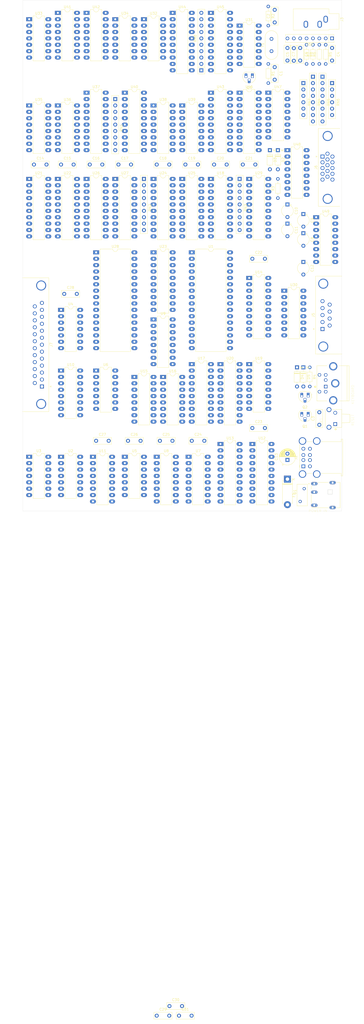
<source format=kicad_pcb>
(kicad_pcb (version 20171130) (host pcbnew "(5.1.0-0)")
  (layers (0 F.Cu signal) (31 B.Cu signal) (34 B.Paste user) (35 F.Paste user) (36 B.SilkS user) (37 F.SilkS user) (38 B.Mask user) (39 F.Mask user) (44 Edge.Cuts user))
  (net 0 "")
  (net 1 0)
  (net 2 "Net-(C1-Pad1)")
  (net 3 "Net-(C2-Pad1)")
  (net 4 ~rst)
  (net 5 GNDA)
  (net 6 "Net-(C4-Pad1)")
  (net 7 "Net-(C5-Pad2)")
  (net 8 "Net-(C5-Pad1)")
  (net 9 "Net-(C6-Pad1)")
  (net 10 "Net-(C7-Pad2)")
  (net 11 "Net-(C8-Pad2)")
  (net 12 "Net-(C8-Pad1)")
  (net 13 "Net-(C9-Pad2)")
  (net 14 "Net-(C9-Pad1)")
  (net 15 1)
  (net 16 VDD)
  (net 17 VEE)
  (net 18 "Net-(D2-Pad2)")
  (net 19 mode0)
  (net 20 mode1)
  (net 21 "Net-(F1-Pad1)")
  (net 22 "Net-(J3-PadS)")
  (net 23 "Net-(J4-Pad6)")
  (net 24 Ei2)
  (net 25 "Net-(J4-Pad2)")
  (net 26 Ei3)
  (net 27 "Net-(J5-Pad9)")
  (net 28 "Net-(J5-Pad8)")
  (net 29 "Net-(J5-Pad7)")
  (net 30 "Net-(J5-Pad6)")
  (net 31 "Net-(J5-Pad4)")
  (net 32 "Net-(J5-Pad3)")
  (net 33 "Net-(J5-Pad2)")
  (net 34 "Net-(J5-Pad1)")
  (net 35 "Net-(J6-Pad15)")
  (net 36 vsync)
  (net 37 ~hsync)
  (net 38 "Net-(J6-Pad12)")
  (net 39 "Net-(J6-Pad11)")
  (net 40 "Net-(J6-Pad9)")
  (net 41 "Net-(J6-Pad4)")
  (net 42 "Net-(J6-Pad3)")
  (net 43 "Net-(J6-Pad2)")
  (net 44 "Net-(J6-Pad1)")
  (net 45 ~eoe)
  (net 46 eclk)
  (net 47 qclk1)
  (net 48 pclk1)
  (net 49 DD7)
  (net 50 DD6)
  (net 51 DD5)
  (net 52 DD4)
  (net 53 PD7)
  (net 54 PD6)
  (net 55 PD5)
  (net 56 PD4)
  (net 57 PD3)
  (net 58 PD2)
  (net 59 PD1)
  (net 60 PD0)
  (net 61 ~exle)
  (net 62 Eo1)
  (net 63 adac)
  (net 64 hblank)
  (net 65 "Net-(R1-Pad2)")
  (net 66 "Net-(R7-Pad2)")
  (net 67 DA7)
  (net 68 DA6)
  (net 69 DA5)
  (net 70 DA4)
  (net 71 DA3)
  (net 72 DA2)
  (net 73 DA1)
  (net 74 DA0)
  (net 75 DA15)
  (net 76 DA14)
  (net 77 DA13)
  (net 78 DA12)
  (net 79 DA11)
  (net 80 DA10)
  (net 81 DA9)
  (net 82 DA8)
  (net 83 PA15)
  (net 84 PA14)
  (net 85 PA13)
  (net 86 PA12)
  (net 87 PA11)
  (net 88 PA10)
  (net 89 PA9)
  (net 90 PA8)
  (net 91 C2)
  (net 92 C1)
  (net 93 C0)
  (net 94 vdac0r)
  (net 95 C5)
  (net 96 C4)
  (net 97 C3)
  (net 98 vdac0g)
  (net 99 C7)
  (net 100 vdac0b)
  (net 101 C6)
  (net 102 "Net-(RN7-Pad6)")
  (net 103 vdac1b)
  (net 104 "Net-(RN7-Pad4)")
  (net 105 vdac1g)
  (net 106 "Net-(RN7-Pad2)")
  (net 107 vdac1r)
  (net 108 /GPU/G0)
  (net 109 /GPU/G1)
  (net 110 /GPU/G2)
  (net 111 /GPU/G3)
  (net 112 /GPU/G4)
  (net 113 /GPU/G5)
  (net 114 /GPU/G6)
  (net 115 /GPU/G7)
  (net 116 ~pcoe)
  (net 117 PA0)
  (net 118 PA1)
  (net 119 PA2)
  (net 120 PA3)
  (net 121 PA4)
  (net 122 PA5)
  (net 123 PA6)
  (net 124 PA7)
  (net 125 PA16)
  (net 126 /CPU/Eo3)
  (net 127 "Net-(U2-Pad6)")
  (net 128 "Net-(U2-Pad5)")
  (net 129 DA18)
  (net 130 "Net-(U2-Pad4)")
  (net 131 ~bra)
  (net 132 "Net-(U14-Pad4)")
  (net 133 ~1st)
  (net 134 "Net-(U2-Pad2)")
  (net 135 "Net-(U2-Pad8)")
  (net 136 rclk)
  (net 137 "Net-(U10-Pad3)")
  (net 138 "Net-(U3-Pad12)")
  (net 139 I5)
  (net 140 ~pcmr)
  (net 141 "Net-(U3-Pad4)")
  (net 142 "Net-(U3-Pad10)")
  (net 143 ~pcle)
  (net 144 ~inst)
  (net 145 ~pcpe)
  (net 146 "Net-(U3-Pad1)")
  (net 147 "Net-(U14-Pad6)")
  (net 148 ~pgle)
  (net 149 "Net-(U14-Pad5)")
  (net 150 boot)
  (net 151 sclk)
  (net 152 "Net-(U14-Pad3)")
  (net 153 "Net-(U5-Pad10)")
  (net 154 I3+4)
  (net 155 I3)
  (net 156 I4)
  (net 157 ~dwe)
  (net 158 "Net-(U10-Pad9)")
  (net 159 ~aoe)
  (net 160 "Net-(U10-Pad11)")
  (net 161 "Net-(U10-Pad12)")
  (net 162 "Net-(U10-Pad13)")
  (net 163 "Net-(U10-Pad14)")
  (net 164 "Net-(U10-Pad15)")
  (net 165 ~doe)
  (net 166 I7)
  (net 167 I6)
  (net 168 "Net-(U7-Pad5)")
  (net 169 "Net-(U7-Pad4)")
  (net 170 "Net-(U11-Pad4)")
  (net 171 I2)
  (net 172 "Net-(U14-Pad8)")
  (net 173 "Net-(U8-Pad6)")
  (net 174 "Net-(U8-Pad5)")
  (net 175 "Net-(U8-Pad12)")
  (net 176 "Net-(U8-Pad4)")
  (net 177 "Net-(U8-Pad11)")
  (net 178 "Net-(U8-Pad10)")
  (net 179 ~r8en)
  (net 180 "Net-(U9-Pad7)")
  (net 181 ~vle)
  (net 182 ~xle)
  (net 183 ~yle)
  (net 184 ~hlle)
  (net 185 ~ele)
  (net 186 I1)
  (net 187 I0)
  (net 188 ~xroe)
  (net 189 ~ile)
  (net 190 DA16)
  (net 191 "Net-(U11-Pad10)")
  (net 192 "Net-(U12-Pad17)")
  (net 193 hsel)
  (net 194 pcent)
  (net 195 "Net-(U14-Pad13)")
  (net 196 ~pgoe)
  (net 197 ~alue)
  (net 198 ~fnoe)
  (net 199 ~gcoe)
  (net 200 ~xoe)
  (net 201 dclk)
  (net 202 "Net-(U15-Pad15)")
  (net 203 /CPU/PC0)
  (net 204 /CPU/PC1)
  (net 205 /CPU/PC2)
  (net 206 /CPU/PC3)
  (net 207 mclk)
  (net 208 "Net-(U16-Pad15)")
  (net 209 /CPU/PC4)
  (net 210 /CPU/PC5)
  (net 211 /CPU/PC6)
  (net 212 /CPU/PC7)
  (net 213 /CPU/HL2)
  (net 214 /CPU/HL5)
  (net 215 /CPU/HL6)
  (net 216 /CPU/HL1)
  (net 217 /CPU/HL3)
  (net 218 /CPU/HL4)
  (net 219 /CPU/HL7)
  (net 220 /CPU/HL0)
  (net 221 DD0)
  (net 222 DD1)
  (net 223 DD2)
  (net 224 DD3)
  (net 225 Ei1)
  (net 226 Ei0)
  (net 227 DA17)
  (net 228 Eo0)
  (net 229 /CPU/Eo2)
  (net 230 vblank)
  (net 231 pclk2)
  (net 232 nclk)
  (net 233 qclk2)
  (net 234 "Net-(U31-Pad13)")
  (net 235 cclk)
  (net 236 "Net-(U31-Pad12)")
  (net 237 "Net-(U31-Pad10)")
  (net 238 "Net-(U31-Pad2)")
  (net 239 "Net-(U31-Pad1)")
  (net 240 "Net-(U32-Pad5)")
  (net 241 SC1)
  (net 242 SC0)
  (net 243 "Net-(U32-Pad1)")
  (net 244 tclk)
  (net 245 /GPU/H5)
  (net 246 "Net-(U33-Pad11)")
  (net 247 "Net-(U33-Pad3)")
  (net 248 "Net-(U33-Pad10)")
  (net 249 /GPU/H6)
  (net 250 /GPU/H7)
  (net 251 /GPU/H3)
  (net 252 "Net-(U34-Pad6)")
  (net 253 SC2)
  (net 254 /GPU/H4)
  (net 255 "Net-(U35-Pad15)")
  (net 256 /GPU/H2)
  (net 257 "Net-(U38-Pad15)")
  (net 258 /GPU/V0)
  (net 259 /GPU/V1)
  (net 260 /GPU/V2)
  (net 261 /GPU/V3)
  (net 262 "Net-(U38-Pad10)")
  (net 263 "Net-(U39-Pad15)")
  (net 264 /GPU/V4)
  (net 265 /GPU/V5)
  (net 266 /GPU/V6)
  (net 267 /GPU/V7)
  (net 268 "Net-(U41-Pad15)")
  (net 269 "Net-(U41-Pad11)")
  (net 270 "Net-(U42-Pad9)")
  (net 271 "Net-(U45-Pad8)")
  (net 272 "Net-(U45-Pad17)")
  (net 273 "Net-(U47-Pad12)")
  (net 274 "Net-(D4-Pad1)")
  (net 275 /GPU/~cle)
  (module Diode_THT:D_DO-35_SOD27_P7.62mm_Horizontal (layer F.Cu) (at 149.86 184.15 270)
    (fp_text reference D5 (at 3.81 -2.12 270) (layer F.SilkS))
    (fp_text value 1N6263)
    (fp_text user K (at 0 -1.8 270) (layer F.SilkS))
    (pad 2 thru_hole oval (at 7.62 0 270) (size 1.6 1.6) (drill 0.8) (layers *.Cu *.Mask) (net 62 Eo1))
    (pad 1 thru_hole rect (at 0 0 270) (size 1.6 1.6) (drill 0.8) (layers *.Cu *.Mask) (net 274 "Net-(D4-Pad1)"))
  )
  (module Diode_THT:D_DO-35_SOD27_P7.62mm_Horizontal (layer F.Cu) (at 147.32 184.15 270)
    (fp_text reference D4 (at 3.81 -2.12 270) (layer F.SilkS))
    (fp_text value 1N6263)
    (fp_text user K (at 0 -1.8 270) (layer F.SilkS))
    (pad 2 thru_hole oval (at 7.62 0 270) (size 1.6 1.6) (drill 0.8) (layers *.Cu *.Mask) (net 228 Eo0))
    (pad 1 thru_hole rect (at 0 0 270) (size 1.6 1.6) (drill 0.8) (layers *.Cu *.Mask) (net 274 "Net-(D4-Pad1)"))
  )
  (module Crystal:Crystal_HC49-4H_Vertical (layer F.Cu) (at 137.16 58.42 90)
    (fp_text reference Y1 (at 2.44 -3.525 90) (layer F.SilkS))
    (fp_text value 30M875)
    (pad 2 thru_hole circle (at 4.88 0 90) (size 1.5 1.5) (drill 0.8) (layers *.Cu *.Mask) (net 3 "Net-(C2-Pad1)"))
    (pad 1 thru_hole circle (at 0 0 90) (size 1.5 1.5) (drill 0.8) (layers *.Cu *.Mask) (net 2 "Net-(C1-Pad1)"))
  )
  (module Package_SIP:SIP-8_19x3mm_P2.54mm (layer F.Cu) (at 161.29 53.34 180)
    (fp_text reference U50 (at 8.89 -2.4 180) (layer F.SilkS))
    (fp_text value NJM4580)
    (pad 8 thru_hole circle (at 17.78 0 270) (size 1.45 1.45) (drill 0.85) (layers *.Cu *.Mask) (net 16 VDD))
    (pad 7 thru_hole circle (at 15.24 0 270) (size 1.45 1.45) (drill 0.85) (layers *.Cu *.Mask) (net 7 "Net-(C5-Pad2)"))
    (pad 6 thru_hole circle (at 12.7 0 270) (size 1.45 1.45) (drill 0.85) (layers *.Cu *.Mask) (net 7 "Net-(C5-Pad2)"))
    (pad 5 thru_hole circle (at 10.16 0 270) (size 1.45 1.45) (drill 0.85) (layers *.Cu *.Mask) (net 9 "Net-(C6-Pad1)"))
    (pad 4 thru_hole circle (at 7.62 0 270) (size 1.45 1.45) (drill 0.85) (layers *.Cu *.Mask) (net 17 VEE))
    (pad 3 thru_hole circle (at 5.08 0 270) (size 1.45 1.45) (drill 0.85) (layers *.Cu *.Mask) (net 66 "Net-(R7-Pad2)"))
    (pad 2 thru_hole circle (at 2.54 0 270) (size 1.45 1.45) (drill 0.85) (layers *.Cu *.Mask) (net 22 "Net-(J3-PadS)"))
    (pad 1 thru_hole rect (at 0 0 270) (size 1.45 1.45) (drill 0.85) (layers *.Cu *.Mask) (net 22 "Net-(J3-PadS)"))
  )
  (module Package_DIP:DIP-16_W7.62mm_LongPads (layer F.Cu) (at 154.94 124.46)
    (fp_text reference U49 (at 3.81 -2.33) (layer F.SilkS))
    (fp_text value MAX232)
    (pad 16 thru_hole oval (at 7.62 0) (size 2.4 1.6) (drill 0.8) (layers *.Cu *.Mask) (net 15 1))
    (pad 8 thru_hole oval (at 0 17.78) (size 2.4 1.6) (drill 0.8) (layers *.Cu *.Mask) (net 28 "Net-(J5-Pad8)"))
    (pad 15 thru_hole oval (at 7.62 2.54) (size 2.4 1.6) (drill 0.8) (layers *.Cu *.Mask) (net 1 0))
    (pad 7 thru_hole oval (at 0 15.24) (size 2.4 1.6) (drill 0.8) (layers *.Cu *.Mask) (net 29 "Net-(J5-Pad7)"))
    (pad 14 thru_hole oval (at 7.62 5.08) (size 2.4 1.6) (drill 0.8) (layers *.Cu *.Mask) (net 32 "Net-(J5-Pad3)"))
    (pad 6 thru_hole oval (at 0 12.7) (size 2.4 1.6) (drill 0.8) (layers *.Cu *.Mask) (net 17 VEE))
    (pad 13 thru_hole oval (at 7.62 7.62) (size 2.4 1.6) (drill 0.8) (layers *.Cu *.Mask) (net 33 "Net-(J5-Pad2)"))
    (pad 5 thru_hole oval (at 0 10.16) (size 2.4 1.6) (drill 0.8) (layers *.Cu *.Mask) (net 11 "Net-(C8-Pad2)"))
    (pad 12 thru_hole oval (at 7.62 10.16) (size 2.4 1.6) (drill 0.8) (layers *.Cu *.Mask) (net 226 Ei0))
    (pad 4 thru_hole oval (at 0 7.62) (size 2.4 1.6) (drill 0.8) (layers *.Cu *.Mask) (net 12 "Net-(C8-Pad1)"))
    (pad 11 thru_hole oval (at 7.62 12.7) (size 2.4 1.6) (drill 0.8) (layers *.Cu *.Mask) (net 228 Eo0))
    (pad 3 thru_hole oval (at 0 5.08) (size 2.4 1.6) (drill 0.8) (layers *.Cu *.Mask) (net 13 "Net-(C9-Pad2)"))
    (pad 10 thru_hole oval (at 7.62 15.24) (size 2.4 1.6) (drill 0.8) (layers *.Cu *.Mask) (net 62 Eo1))
    (pad 2 thru_hole oval (at 0 2.54) (size 2.4 1.6) (drill 0.8) (layers *.Cu *.Mask) (net 16 VDD))
    (pad 9 thru_hole oval (at 7.62 17.78) (size 2.4 1.6) (drill 0.8) (layers *.Cu *.Mask) (net 225 Ei1))
    (pad 1 thru_hole rect (at 0 0) (size 2.4 1.6) (drill 0.8) (layers *.Cu *.Mask) (net 14 "Net-(C9-Pad1)"))
  )
  (module Package_DIP:DIP-16_W7.62mm_LongPads (layer F.Cu) (at 143.51 97.79)
    (fp_text reference U48 (at 3.81 -2.33) (layer F.SilkS))
    (fp_text value 74HCT4053)
    (pad 16 thru_hole oval (at 7.62 0) (size 2.4 1.6) (drill 0.8) (layers *.Cu *.Mask) (net 16 VDD))
    (pad 8 thru_hole oval (at 0 17.78) (size 2.4 1.6) (drill 0.8) (layers *.Cu *.Mask) (net 5 GNDA))
    (pad 15 thru_hole oval (at 7.62 2.54) (size 2.4 1.6) (drill 0.8) (layers *.Cu *.Mask) (net 44 "Net-(J6-Pad1)"))
    (pad 7 thru_hole oval (at 0 15.24) (size 2.4 1.6) (drill 0.8) (layers *.Cu *.Mask) (net 17 VEE))
    (pad 14 thru_hole oval (at 7.62 5.08) (size 2.4 1.6) (drill 0.8) (layers *.Cu *.Mask) (net 43 "Net-(J6-Pad2)"))
    (pad 6 thru_hole oval (at 0 12.7) (size 2.4 1.6) (drill 0.8) (layers *.Cu *.Mask) (net 64 hblank))
    (pad 13 thru_hole oval (at 7.62 7.62) (size 2.4 1.6) (drill 0.8) (layers *.Cu *.Mask) (net 107 vdac1r))
    (pad 5 thru_hole oval (at 0 10.16) (size 2.4 1.6) (drill 0.8) (layers *.Cu *.Mask) (net 100 vdac0b))
    (pad 12 thru_hole oval (at 7.62 10.16) (size 2.4 1.6) (drill 0.8) (layers *.Cu *.Mask) (net 94 vdac0r))
    (pad 4 thru_hole oval (at 0 7.62) (size 2.4 1.6) (drill 0.8) (layers *.Cu *.Mask) (net 42 "Net-(J6-Pad3)"))
    (pad 11 thru_hole oval (at 7.62 12.7) (size 2.4 1.6) (drill 0.8) (layers *.Cu *.Mask) (net 18 "Net-(D2-Pad2)"))
    (pad 3 thru_hole oval (at 0 5.08) (size 2.4 1.6) (drill 0.8) (layers *.Cu *.Mask) (net 103 vdac1b))
    (pad 10 thru_hole oval (at 7.62 15.24) (size 2.4 1.6) (drill 0.8) (layers *.Cu *.Mask) (net 18 "Net-(D2-Pad2)"))
    (pad 2 thru_hole oval (at 0 2.54) (size 2.4 1.6) (drill 0.8) (layers *.Cu *.Mask) (net 98 vdac0g))
    (pad 9 thru_hole oval (at 7.62 17.78) (size 2.4 1.6) (drill 0.8) (layers *.Cu *.Mask) (net 18 "Net-(D2-Pad2)"))
    (pad 1 thru_hole rect (at 0 0) (size 2.4 1.6) (drill 0.8) (layers *.Cu *.Mask) (net 105 vdac1g))
  )
  (module Package_DIP:DIP-16_W7.62mm_LongPads (layer F.Cu) (at 135.89 74.93)
    (fp_text reference U47 (at 3.81 -2.33) (layer F.SilkS))
    (fp_text value 74F157)
    (pad 16 thru_hole oval (at 7.62 0) (size 2.4 1.6) (drill 0.8) (layers *.Cu *.Mask) (net 15 1))
    (pad 8 thru_hole oval (at 0 17.78) (size 2.4 1.6) (drill 0.8) (layers *.Cu *.Mask) (net 1 0))
    (pad 15 thru_hole oval (at 7.62 2.54) (size 2.4 1.6) (drill 0.8) (layers *.Cu *.Mask) (net 1 0))
    (pad 7 thru_hole oval (at 0 15.24) (size 2.4 1.6) (drill 0.8) (layers *.Cu *.Mask) (net 104 "Net-(RN7-Pad4)"))
    (pad 14 thru_hole oval (at 7.62 5.08) (size 2.4 1.6) (drill 0.8) (layers *.Cu *.Mask) (net 15 1))
    (pad 6 thru_hole oval (at 0 12.7) (size 2.4 1.6) (drill 0.8) (layers *.Cu *.Mask) (net 95 C5))
    (pad 13 thru_hole oval (at 7.62 7.62) (size 2.4 1.6) (drill 0.8) (layers *.Cu *.Mask) (net 15 1))
    (pad 5 thru_hole oval (at 0 10.16) (size 2.4 1.6) (drill 0.8) (layers *.Cu *.Mask) (net 92 C1))
    (pad 12 thru_hole oval (at 7.62 10.16) (size 2.4 1.6) (drill 0.8) (layers *.Cu *.Mask) (net 273 "Net-(U47-Pad12)"))
    (pad 4 thru_hole oval (at 0 7.62) (size 2.4 1.6) (drill 0.8) (layers *.Cu *.Mask) (net 106 "Net-(RN7-Pad2)"))
    (pad 11 thru_hole oval (at 7.62 12.7) (size 2.4 1.6) (drill 0.8) (layers *.Cu *.Mask) (net 91 C2))
    (pad 3 thru_hole oval (at 0 5.08) (size 2.4 1.6) (drill 0.8) (layers *.Cu *.Mask) (net 96 C4))
    (pad 10 thru_hole oval (at 7.62 15.24) (size 2.4 1.6) (drill 0.8) (layers *.Cu *.Mask) (net 101 C6))
    (pad 2 thru_hole oval (at 0 2.54) (size 2.4 1.6) (drill 0.8) (layers *.Cu *.Mask) (net 93 C0))
    (pad 9 thru_hole oval (at 7.62 17.78) (size 2.4 1.6) (drill 0.8) (layers *.Cu *.Mask) (net 102 "Net-(RN7-Pad6)"))
    (pad 1 thru_hole rect (at 0 0) (size 2.4 1.6) (drill 0.8) (layers *.Cu *.Mask) (net 272 "Net-(U45-Pad17)"))
  )
  (module Package_DIP:DIP-20_W7.62mm_LongPads (layer F.Cu) (at 124.46 74.93)
    (fp_text reference U46 (at 3.81 -2.33) (layer F.SilkS))
    (fp_text value 74F574)
    (pad 20 thru_hole oval (at 7.62 0) (size 2.4 1.6) (drill 0.8) (layers *.Cu *.Mask) (net 15 1))
    (pad 10 thru_hole oval (at 0 22.86) (size 2.4 1.6) (drill 0.8) (layers *.Cu *.Mask) (net 1 0))
    (pad 19 thru_hole oval (at 7.62 2.54) (size 2.4 1.6) (drill 0.8) (layers *.Cu *.Mask) (net 93 C0))
    (pad 9 thru_hole oval (at 0 20.32) (size 2.4 1.6) (drill 0.8) (layers *.Cu *.Mask) (net 124 PA7))
    (pad 18 thru_hole oval (at 7.62 5.08) (size 2.4 1.6) (drill 0.8) (layers *.Cu *.Mask) (net 92 C1))
    (pad 8 thru_hole oval (at 0 17.78) (size 2.4 1.6) (drill 0.8) (layers *.Cu *.Mask) (net 123 PA6))
    (pad 17 thru_hole oval (at 7.62 7.62) (size 2.4 1.6) (drill 0.8) (layers *.Cu *.Mask) (net 91 C2))
    (pad 7 thru_hole oval (at 0 15.24) (size 2.4 1.6) (drill 0.8) (layers *.Cu *.Mask) (net 122 PA5))
    (pad 16 thru_hole oval (at 7.62 10.16) (size 2.4 1.6) (drill 0.8) (layers *.Cu *.Mask) (net 97 C3))
    (pad 6 thru_hole oval (at 0 12.7) (size 2.4 1.6) (drill 0.8) (layers *.Cu *.Mask) (net 121 PA4))
    (pad 15 thru_hole oval (at 7.62 12.7) (size 2.4 1.6) (drill 0.8) (layers *.Cu *.Mask) (net 96 C4))
    (pad 5 thru_hole oval (at 0 10.16) (size 2.4 1.6) (drill 0.8) (layers *.Cu *.Mask) (net 120 PA3))
    (pad 14 thru_hole oval (at 7.62 15.24) (size 2.4 1.6) (drill 0.8) (layers *.Cu *.Mask) (net 95 C5))
    (pad 4 thru_hole oval (at 0 7.62) (size 2.4 1.6) (drill 0.8) (layers *.Cu *.Mask) (net 119 PA2))
    (pad 13 thru_hole oval (at 7.62 17.78) (size 2.4 1.6) (drill 0.8) (layers *.Cu *.Mask) (net 101 C6))
    (pad 3 thru_hole oval (at 0 5.08) (size 2.4 1.6) (drill 0.8) (layers *.Cu *.Mask) (net 118 PA1))
    (pad 12 thru_hole oval (at 7.62 20.32) (size 2.4 1.6) (drill 0.8) (layers *.Cu *.Mask) (net 99 C7))
    (pad 2 thru_hole oval (at 0 2.54) (size 2.4 1.6) (drill 0.8) (layers *.Cu *.Mask) (net 117 PA0))
    (pad 11 thru_hole oval (at 7.62 22.86) (size 2.4 1.6) (drill 0.8) (layers *.Cu *.Mask) (net 275 /GPU/~cle))
    (pad 1 thru_hole rect (at 0 0) (size 2.4 1.6) (drill 0.8) (layers *.Cu *.Mask) (net 230 vblank))
  )
  (module Package_DIP:DIP-20_W7.62mm_LongPads (layer F.Cu) (at 113.03 43.18)
    (fp_text reference U45 (at 3.81 -2.33) (layer F.SilkS))
    (fp_text value 74F299)
    (pad 20 thru_hole oval (at 7.62 0) (size 2.4 1.6) (drill 0.8) (layers *.Cu *.Mask) (net 15 1))
    (pad 10 thru_hole oval (at 0 22.86) (size 2.4 1.6) (drill 0.8) (layers *.Cu *.Mask) (net 1 0))
    (pad 19 thru_hole oval (at 7.62 2.54) (size 2.4 1.6) (drill 0.8) (layers *.Cu *.Mask) (net 240 "Net-(U32-Pad5)"))
    (pad 9 thru_hole oval (at 0 20.32) (size 2.4 1.6) (drill 0.8) (layers *.Cu *.Mask) (net 15 1))
    (pad 18 thru_hole oval (at 7.62 5.08) (size 2.4 1.6) (drill 0.8) (layers *.Cu *.Mask) (net 15 1))
    (pad 8 thru_hole oval (at 0 17.78) (size 2.4 1.6) (drill 0.8) (layers *.Cu *.Mask) (net 271 "Net-(U45-Pad8)"))
    (pad 17 thru_hole oval (at 7.62 7.62) (size 2.4 1.6) (drill 0.8) (layers *.Cu *.Mask) (net 272 "Net-(U45-Pad17)"))
    (pad 7 thru_hole oval (at 0 15.24) (size 2.4 1.6) (drill 0.8) (layers *.Cu *.Mask) (net 108 /GPU/G0))
    (pad 16 thru_hole oval (at 7.62 10.16) (size 2.4 1.6) (drill 0.8) (layers *.Cu *.Mask) (net 115 /GPU/G7))
    (pad 6 thru_hole oval (at 0 12.7) (size 2.4 1.6) (drill 0.8) (layers *.Cu *.Mask) (net 110 /GPU/G2))
    (pad 15 thru_hole oval (at 7.62 12.7) (size 2.4 1.6) (drill 0.8) (layers *.Cu *.Mask) (net 113 /GPU/G5))
    (pad 5 thru_hole oval (at 0 10.16) (size 2.4 1.6) (drill 0.8) (layers *.Cu *.Mask) (net 112 /GPU/G4))
    (pad 14 thru_hole oval (at 7.62 15.24) (size 2.4 1.6) (drill 0.8) (layers *.Cu *.Mask) (net 111 /GPU/G3))
    (pad 4 thru_hole oval (at 0 7.62) (size 2.4 1.6) (drill 0.8) (layers *.Cu *.Mask) (net 114 /GPU/G6))
    (pad 13 thru_hole oval (at 7.62 17.78) (size 2.4 1.6) (drill 0.8) (layers *.Cu *.Mask) (net 109 /GPU/G1))
    (pad 3 thru_hole oval (at 0 5.08) (size 2.4 1.6) (drill 0.8) (layers *.Cu *.Mask) (net 15 1))
    (pad 12 thru_hole oval (at 7.62 20.32) (size 2.4 1.6) (drill 0.8) (layers *.Cu *.Mask) (net 201 dclk))
    (pad 2 thru_hole oval (at 0 2.54) (size 2.4 1.6) (drill 0.8) (layers *.Cu *.Mask) (net 15 1))
    (pad 11 thru_hole oval (at 7.62 22.86) (size 2.4 1.6) (drill 0.8) (layers *.Cu *.Mask) (net 15 1))
    (pad 1 thru_hole rect (at 0 0) (size 2.4 1.6) (drill 0.8) (layers *.Cu *.Mask) (net 15 1))
  )
  (module Package_DIP:DIP-20_W7.62mm_LongPads (layer F.Cu) (at 97.79 43.18)
    (fp_text reference U44 (at 3.81 -2.33) (layer F.SilkS))
    (fp_text value 74F574)
    (pad 20 thru_hole oval (at 7.62 0) (size 2.4 1.6) (drill 0.8) (layers *.Cu *.Mask) (net 15 1))
    (pad 10 thru_hole oval (at 0 22.86) (size 2.4 1.6) (drill 0.8) (layers *.Cu *.Mask) (net 1 0))
    (pad 19 thru_hole oval (at 7.62 2.54) (size 2.4 1.6) (drill 0.8) (layers *.Cu *.Mask) (net 108 /GPU/G0))
    (pad 9 thru_hole oval (at 0 20.32) (size 2.4 1.6) (drill 0.8) (layers *.Cu *.Mask) (net 53 PD7))
    (pad 18 thru_hole oval (at 7.62 5.08) (size 2.4 1.6) (drill 0.8) (layers *.Cu *.Mask) (net 109 /GPU/G1))
    (pad 8 thru_hole oval (at 0 17.78) (size 2.4 1.6) (drill 0.8) (layers *.Cu *.Mask) (net 54 PD6))
    (pad 17 thru_hole oval (at 7.62 7.62) (size 2.4 1.6) (drill 0.8) (layers *.Cu *.Mask) (net 110 /GPU/G2))
    (pad 7 thru_hole oval (at 0 15.24) (size 2.4 1.6) (drill 0.8) (layers *.Cu *.Mask) (net 55 PD5))
    (pad 16 thru_hole oval (at 7.62 10.16) (size 2.4 1.6) (drill 0.8) (layers *.Cu *.Mask) (net 111 /GPU/G3))
    (pad 6 thru_hole oval (at 0 12.7) (size 2.4 1.6) (drill 0.8) (layers *.Cu *.Mask) (net 56 PD4))
    (pad 15 thru_hole oval (at 7.62 12.7) (size 2.4 1.6) (drill 0.8) (layers *.Cu *.Mask) (net 112 /GPU/G4))
    (pad 5 thru_hole oval (at 0 10.16) (size 2.4 1.6) (drill 0.8) (layers *.Cu *.Mask) (net 57 PD3))
    (pad 14 thru_hole oval (at 7.62 15.24) (size 2.4 1.6) (drill 0.8) (layers *.Cu *.Mask) (net 113 /GPU/G5))
    (pad 4 thru_hole oval (at 0 7.62) (size 2.4 1.6) (drill 0.8) (layers *.Cu *.Mask) (net 58 PD2))
    (pad 13 thru_hole oval (at 7.62 17.78) (size 2.4 1.6) (drill 0.8) (layers *.Cu *.Mask) (net 114 /GPU/G6))
    (pad 3 thru_hole oval (at 0 5.08) (size 2.4 1.6) (drill 0.8) (layers *.Cu *.Mask) (net 59 PD1))
    (pad 12 thru_hole oval (at 7.62 20.32) (size 2.4 1.6) (drill 0.8) (layers *.Cu *.Mask) (net 115 /GPU/G7))
    (pad 2 thru_hole oval (at 0 2.54) (size 2.4 1.6) (drill 0.8) (layers *.Cu *.Mask) (net 60 PD0))
    (pad 11 thru_hole oval (at 7.62 22.86) (size 2.4 1.6) (drill 0.8) (layers *.Cu *.Mask) (net 231 pclk2))
    (pad 1 thru_hole rect (at 0 0) (size 2.4 1.6) (drill 0.8) (layers *.Cu *.Mask) (net 1 0))
  )
  (module Package_DIP:DIP-20_W7.62mm_LongPads (layer F.Cu) (at 113.03 74.93)
    (fp_text reference U43 (at 3.81 -2.33) (layer F.SilkS))
    (fp_text value 74F541)
    (pad 20 thru_hole oval (at 7.62 0) (size 2.4 1.6) (drill 0.8) (layers *.Cu *.Mask) (net 15 1))
    (pad 10 thru_hole oval (at 0 22.86) (size 2.4 1.6) (drill 0.8) (layers *.Cu *.Mask) (net 1 0))
    (pad 19 thru_hole oval (at 7.62 2.54) (size 2.4 1.6) (drill 0.8) (layers *.Cu *.Mask) (net 231 pclk2))
    (pad 9 thru_hole oval (at 0 20.32) (size 2.4 1.6) (drill 0.8) (layers *.Cu *.Mask) (net 15 1))
    (pad 18 thru_hole oval (at 7.62 5.08) (size 2.4 1.6) (drill 0.8) (layers *.Cu *.Mask) (net 90 PA8))
    (pad 8 thru_hole oval (at 0 17.78) (size 2.4 1.6) (drill 0.8) (layers *.Cu *.Mask) (net 20 mode1))
    (pad 17 thru_hole oval (at 7.62 7.62) (size 2.4 1.6) (drill 0.8) (layers *.Cu *.Mask) (net 89 PA9))
    (pad 7 thru_hole oval (at 0 15.24) (size 2.4 1.6) (drill 0.8) (layers *.Cu *.Mask) (net 99 C7))
    (pad 16 thru_hole oval (at 7.62 10.16) (size 2.4 1.6) (drill 0.8) (layers *.Cu *.Mask) (net 88 PA10))
    (pad 6 thru_hole oval (at 0 12.7) (size 2.4 1.6) (drill 0.8) (layers *.Cu *.Mask) (net 97 C3))
    (pad 15 thru_hole oval (at 7.62 12.7) (size 2.4 1.6) (drill 0.8) (layers *.Cu *.Mask) (net 87 PA11))
    (pad 5 thru_hole oval (at 0 10.16) (size 2.4 1.6) (drill 0.8) (layers *.Cu *.Mask) (net 270 "Net-(U42-Pad9)"))
    (pad 14 thru_hole oval (at 7.62 15.24) (size 2.4 1.6) (drill 0.8) (layers *.Cu *.Mask) (net 86 PA12))
    (pad 4 thru_hole oval (at 0 7.62) (size 2.4 1.6) (drill 0.8) (layers *.Cu *.Mask) (net 253 SC2))
    (pad 13 thru_hole oval (at 7.62 17.78) (size 2.4 1.6) (drill 0.8) (layers *.Cu *.Mask) (net 85 PA13))
    (pad 3 thru_hole oval (at 0 5.08) (size 2.4 1.6) (drill 0.8) (layers *.Cu *.Mask) (net 241 SC1))
    (pad 12 thru_hole oval (at 7.62 20.32) (size 2.4 1.6) (drill 0.8) (layers *.Cu *.Mask) (net 84 PA14))
    (pad 2 thru_hole oval (at 0 2.54) (size 2.4 1.6) (drill 0.8) (layers *.Cu *.Mask) (net 242 SC0))
    (pad 11 thru_hole oval (at 7.62 22.86) (size 2.4 1.6) (drill 0.8) (layers *.Cu *.Mask) (net 83 PA15))
    (pad 1 thru_hole rect (at 0 0) (size 2.4 1.6) (drill 0.8) (layers *.Cu *.Mask) (net 64 hblank))
  )
  (module Package_DIP:DIP-16_W7.62mm_LongPads (layer F.Cu) (at 63.5 43.18)
    (fp_text reference U42 (at 3.81 -2.33) (layer F.SilkS))
    (fp_text value 74F153)
    (pad 1 thru_hole rect (at 0 0) (size 2.4 1.6) (drill 0.8) (layers *.Cu *.Mask) (net 238 "Net-(U31-Pad2)"))
    (pad 9 thru_hole oval (at 7.62 17.78) (size 2.4 1.6) (drill 0.8) (layers *.Cu *.Mask) (net 270 "Net-(U42-Pad9)"))
    (pad 2 thru_hole oval (at 0 2.54) (size 2.4 1.6) (drill 0.8) (layers *.Cu *.Mask) (net 20 mode1))
    (pad 10 thru_hole oval (at 7.62 15.24) (size 2.4 1.6) (drill 0.8) (layers *.Cu *.Mask) (net 1 0))
    (pad 3 thru_hole oval (at 0 5.08) (size 2.4 1.6) (drill 0.8) (layers *.Cu *.Mask) (net 236 "Net-(U31-Pad12)"))
    (pad 11 thru_hole oval (at 7.62 12.7) (size 2.4 1.6) (drill 0.8) (layers *.Cu *.Mask) (net 269 "Net-(U41-Pad11)"))
    (pad 4 thru_hole oval (at 0 7.62) (size 2.4 1.6) (drill 0.8) (layers *.Cu *.Mask) (net 242 SC0))
    (pad 12 thru_hole oval (at 7.62 10.16) (size 2.4 1.6) (drill 0.8) (layers *.Cu *.Mask) (net 15 1))
    (pad 5 thru_hole oval (at 0 10.16) (size 2.4 1.6) (drill 0.8) (layers *.Cu *.Mask) (net 268 "Net-(U41-Pad15)"))
    (pad 13 thru_hole oval (at 7.62 7.62) (size 2.4 1.6) (drill 0.8) (layers *.Cu *.Mask) (net 15 1))
    (pad 6 thru_hole oval (at 0 12.7) (size 2.4 1.6) (drill 0.8) (layers *.Cu *.Mask) (net 252 "Net-(U34-Pad6)"))
    (pad 14 thru_hole oval (at 7.62 5.08) (size 2.4 1.6) (drill 0.8) (layers *.Cu *.Mask) (net 19 mode0))
    (pad 7 thru_hole oval (at 0 15.24) (size 2.4 1.6) (drill 0.8) (layers *.Cu *.Mask) (net 262 "Net-(U38-Pad10)"))
    (pad 15 thru_hole oval (at 7.62 2.54) (size 2.4 1.6) (drill 0.8) (layers *.Cu *.Mask) (net 1 0))
    (pad 8 thru_hole oval (at 0 17.78) (size 2.4 1.6) (drill 0.8) (layers *.Cu *.Mask) (net 1 0))
    (pad 16 thru_hole oval (at 7.62 0) (size 2.4 1.6) (drill 0.8) (layers *.Cu *.Mask) (net 15 1))
  )
  (module Package_DIP:DIP-16_W7.62mm_LongPads (layer F.Cu) (at 52.07 43.18)
    (fp_text reference U41 (at 3.81 -2.33) (layer F.SilkS))
    (fp_text value 74F163)
    (pad 1 thru_hole rect (at 0 0) (size 2.4 1.6) (drill 0.8) (layers *.Cu *.Mask) (net 4 ~rst))
    (pad 9 thru_hole oval (at 7.62 17.78) (size 2.4 1.6) (drill 0.8) (layers *.Cu *.Mask) (net 15 1))
    (pad 2 thru_hole oval (at 0 2.54) (size 2.4 1.6) (drill 0.8) (layers *.Cu *.Mask) (net 233 qclk2))
    (pad 10 thru_hole oval (at 7.62 15.24) (size 2.4 1.6) (drill 0.8) (layers *.Cu *.Mask) (net 239 "Net-(U31-Pad1)"))
    (pad 3 thru_hole oval (at 0 5.08) (size 2.4 1.6) (drill 0.8) (layers *.Cu *.Mask) (net 1 0))
    (pad 11 thru_hole oval (at 7.62 12.7) (size 2.4 1.6) (drill 0.8) (layers *.Cu *.Mask) (net 269 "Net-(U41-Pad11)"))
    (pad 4 thru_hole oval (at 0 7.62) (size 2.4 1.6) (drill 0.8) (layers *.Cu *.Mask) (net 1 0))
    (pad 12 thru_hole oval (at 7.62 10.16) (size 2.4 1.6) (drill 0.8) (layers *.Cu *.Mask) (net 253 SC2))
    (pad 5 thru_hole oval (at 0 10.16) (size 2.4 1.6) (drill 0.8) (layers *.Cu *.Mask) (net 1 0))
    (pad 13 thru_hole oval (at 7.62 7.62) (size 2.4 1.6) (drill 0.8) (layers *.Cu *.Mask) (net 241 SC1))
    (pad 6 thru_hole oval (at 0 12.7) (size 2.4 1.6) (drill 0.8) (layers *.Cu *.Mask) (net 1 0))
    (pad 14 thru_hole oval (at 7.62 5.08) (size 2.4 1.6) (drill 0.8) (layers *.Cu *.Mask) (net 242 SC0))
    (pad 7 thru_hole oval (at 0 15.24) (size 2.4 1.6) (drill 0.8) (layers *.Cu *.Mask) (net 15 1))
    (pad 15 thru_hole oval (at 7.62 2.54) (size 2.4 1.6) (drill 0.8) (layers *.Cu *.Mask) (net 268 "Net-(U41-Pad15)"))
    (pad 8 thru_hole oval (at 0 17.78) (size 2.4 1.6) (drill 0.8) (layers *.Cu *.Mask) (net 1 0))
    (pad 16 thru_hole oval (at 7.62 0) (size 2.4 1.6) (drill 0.8) (layers *.Cu *.Mask) (net 15 1))
  )
  (module Package_DIP:DIP-20_W7.62mm_LongPads (layer F.Cu) (at 78.74 74.93)
    (fp_text reference U40 (at 3.81 -2.33) (layer F.SilkS))
    (fp_text value 74F541)
    (pad 20 thru_hole oval (at 7.62 0) (size 2.4 1.6) (drill 0.8) (layers *.Cu *.Mask) (net 15 1))
    (pad 10 thru_hole oval (at 0 22.86) (size 2.4 1.6) (drill 0.8) (layers *.Cu *.Mask) (net 1 0))
    (pad 19 thru_hole oval (at 7.62 2.54) (size 2.4 1.6) (drill 0.8) (layers *.Cu *.Mask) (net 233 qclk2))
    (pad 9 thru_hole oval (at 0 20.32) (size 2.4 1.6) (drill 0.8) (layers *.Cu *.Mask) (net 267 /GPU/V7))
    (pad 18 thru_hole oval (at 7.62 5.08) (size 2.4 1.6) (drill 0.8) (layers *.Cu *.Mask) (net 82 DA8))
    (pad 8 thru_hole oval (at 0 17.78) (size 2.4 1.6) (drill 0.8) (layers *.Cu *.Mask) (net 266 /GPU/V6))
    (pad 17 thru_hole oval (at 7.62 7.62) (size 2.4 1.6) (drill 0.8) (layers *.Cu *.Mask) (net 81 DA9))
    (pad 7 thru_hole oval (at 0 15.24) (size 2.4 1.6) (drill 0.8) (layers *.Cu *.Mask) (net 265 /GPU/V5))
    (pad 16 thru_hole oval (at 7.62 10.16) (size 2.4 1.6) (drill 0.8) (layers *.Cu *.Mask) (net 80 DA10))
    (pad 6 thru_hole oval (at 0 12.7) (size 2.4 1.6) (drill 0.8) (layers *.Cu *.Mask) (net 264 /GPU/V4))
    (pad 15 thru_hole oval (at 7.62 12.7) (size 2.4 1.6) (drill 0.8) (layers *.Cu *.Mask) (net 79 DA11))
    (pad 5 thru_hole oval (at 0 10.16) (size 2.4 1.6) (drill 0.8) (layers *.Cu *.Mask) (net 261 /GPU/V3))
    (pad 14 thru_hole oval (at 7.62 15.24) (size 2.4 1.6) (drill 0.8) (layers *.Cu *.Mask) (net 78 DA12))
    (pad 4 thru_hole oval (at 0 7.62) (size 2.4 1.6) (drill 0.8) (layers *.Cu *.Mask) (net 260 /GPU/V2))
    (pad 13 thru_hole oval (at 7.62 17.78) (size 2.4 1.6) (drill 0.8) (layers *.Cu *.Mask) (net 77 DA13))
    (pad 3 thru_hole oval (at 0 5.08) (size 2.4 1.6) (drill 0.8) (layers *.Cu *.Mask) (net 259 /GPU/V1))
    (pad 12 thru_hole oval (at 7.62 20.32) (size 2.4 1.6) (drill 0.8) (layers *.Cu *.Mask) (net 76 DA14))
    (pad 2 thru_hole oval (at 0 2.54) (size 2.4 1.6) (drill 0.8) (layers *.Cu *.Mask) (net 258 /GPU/V0))
    (pad 11 thru_hole oval (at 7.62 22.86) (size 2.4 1.6) (drill 0.8) (layers *.Cu *.Mask) (net 75 DA15))
    (pad 1 thru_hole rect (at 0 0) (size 2.4 1.6) (drill 0.8) (layers *.Cu *.Mask) (net 64 hblank))
  )
  (module Package_DIP:DIP-16_W7.62mm_LongPads (layer F.Cu) (at 101.6 80.01)
    (fp_text reference U39 (at 3.81 -2.33) (layer F.SilkS))
    (fp_text value 74LS163)
    (pad 16 thru_hole oval (at 7.62 0) (size 2.4 1.6) (drill 0.8) (layers *.Cu *.Mask) (net 15 1))
    (pad 8 thru_hole oval (at 0 17.78) (size 2.4 1.6) (drill 0.8) (layers *.Cu *.Mask) (net 1 0))
    (pad 15 thru_hole oval (at 7.62 2.54) (size 2.4 1.6) (drill 0.8) (layers *.Cu *.Mask) (net 263 "Net-(U39-Pad15)"))
    (pad 7 thru_hole oval (at 0 15.24) (size 2.4 1.6) (drill 0.8) (layers *.Cu *.Mask) (net 15 1))
    (pad 14 thru_hole oval (at 7.62 5.08) (size 2.4 1.6) (drill 0.8) (layers *.Cu *.Mask) (net 264 /GPU/V4))
    (pad 6 thru_hole oval (at 0 12.7) (size 2.4 1.6) (drill 0.8) (layers *.Cu *.Mask) (net 53 PD7))
    (pad 13 thru_hole oval (at 7.62 7.62) (size 2.4 1.6) (drill 0.8) (layers *.Cu *.Mask) (net 265 /GPU/V5))
    (pad 5 thru_hole oval (at 0 10.16) (size 2.4 1.6) (drill 0.8) (layers *.Cu *.Mask) (net 54 PD6))
    (pad 12 thru_hole oval (at 7.62 10.16) (size 2.4 1.6) (drill 0.8) (layers *.Cu *.Mask) (net 266 /GPU/V6))
    (pad 4 thru_hole oval (at 0 7.62) (size 2.4 1.6) (drill 0.8) (layers *.Cu *.Mask) (net 55 PD5))
    (pad 11 thru_hole oval (at 7.62 12.7) (size 2.4 1.6) (drill 0.8) (layers *.Cu *.Mask) (net 267 /GPU/V7))
    (pad 3 thru_hole oval (at 0 5.08) (size 2.4 1.6) (drill 0.8) (layers *.Cu *.Mask) (net 56 PD4))
    (pad 10 thru_hole oval (at 7.62 15.24) (size 2.4 1.6) (drill 0.8) (layers *.Cu *.Mask) (net 257 "Net-(U38-Pad15)"))
    (pad 2 thru_hole oval (at 0 2.54) (size 2.4 1.6) (drill 0.8) (layers *.Cu *.Mask) (net 233 qclk2))
    (pad 9 thru_hole oval (at 7.62 17.78) (size 2.4 1.6) (drill 0.8) (layers *.Cu *.Mask) (net 181 ~vle))
    (pad 1 thru_hole rect (at 0 0) (size 2.4 1.6) (drill 0.8) (layers *.Cu *.Mask) (net 15 1))
  )
  (module Package_DIP:DIP-16_W7.62mm_LongPads (layer F.Cu) (at 90.17 80.01)
    (fp_text reference U38 (at 3.81 -2.33) (layer F.SilkS))
    (fp_text value 74F163)
    (pad 16 thru_hole oval (at 7.62 0) (size 2.4 1.6) (drill 0.8) (layers *.Cu *.Mask) (net 15 1))
    (pad 8 thru_hole oval (at 0 17.78) (size 2.4 1.6) (drill 0.8) (layers *.Cu *.Mask) (net 1 0))
    (pad 15 thru_hole oval (at 7.62 2.54) (size 2.4 1.6) (drill 0.8) (layers *.Cu *.Mask) (net 257 "Net-(U38-Pad15)"))
    (pad 7 thru_hole oval (at 0 15.24) (size 2.4 1.6) (drill 0.8) (layers *.Cu *.Mask) (net 15 1))
    (pad 14 thru_hole oval (at 7.62 5.08) (size 2.4 1.6) (drill 0.8) (layers *.Cu *.Mask) (net 258 /GPU/V0))
    (pad 6 thru_hole oval (at 0 12.7) (size 2.4 1.6) (drill 0.8) (layers *.Cu *.Mask) (net 57 PD3))
    (pad 13 thru_hole oval (at 7.62 7.62) (size 2.4 1.6) (drill 0.8) (layers *.Cu *.Mask) (net 259 /GPU/V1))
    (pad 5 thru_hole oval (at 0 10.16) (size 2.4 1.6) (drill 0.8) (layers *.Cu *.Mask) (net 58 PD2))
    (pad 12 thru_hole oval (at 7.62 10.16) (size 2.4 1.6) (drill 0.8) (layers *.Cu *.Mask) (net 260 /GPU/V2))
    (pad 4 thru_hole oval (at 0 7.62) (size 2.4 1.6) (drill 0.8) (layers *.Cu *.Mask) (net 59 PD1))
    (pad 11 thru_hole oval (at 7.62 12.7) (size 2.4 1.6) (drill 0.8) (layers *.Cu *.Mask) (net 261 /GPU/V3))
    (pad 3 thru_hole oval (at 0 5.08) (size 2.4 1.6) (drill 0.8) (layers *.Cu *.Mask) (net 60 PD0))
    (pad 10 thru_hole oval (at 7.62 15.24) (size 2.4 1.6) (drill 0.8) (layers *.Cu *.Mask) (net 262 "Net-(U38-Pad10)"))
    (pad 2 thru_hole oval (at 0 2.54) (size 2.4 1.6) (drill 0.8) (layers *.Cu *.Mask) (net 233 qclk2))
    (pad 9 thru_hole oval (at 7.62 17.78) (size 2.4 1.6) (drill 0.8) (layers *.Cu *.Mask) (net 181 ~vle))
    (pad 1 thru_hole rect (at 0 0) (size 2.4 1.6) (drill 0.8) (layers *.Cu *.Mask) (net 15 1))
  )
  (module Package_DIP:DIP-20_W7.62mm_LongPads (layer F.Cu) (at 63.5 74.93)
    (fp_text reference U37 (at 3.81 -2.33) (layer F.SilkS))
    (fp_text value 74F541)
    (pad 20 thru_hole oval (at 7.62 0) (size 2.4 1.6) (drill 0.8) (layers *.Cu *.Mask) (net 15 1))
    (pad 10 thru_hole oval (at 0 22.86) (size 2.4 1.6) (drill 0.8) (layers *.Cu *.Mask) (net 1 0))
    (pad 19 thru_hole oval (at 7.62 2.54) (size 2.4 1.6) (drill 0.8) (layers *.Cu *.Mask) (net 233 qclk2))
    (pad 9 thru_hole oval (at 0 20.32) (size 2.4 1.6) (drill 0.8) (layers *.Cu *.Mask) (net 250 /GPU/H7))
    (pad 18 thru_hole oval (at 7.62 5.08) (size 2.4 1.6) (drill 0.8) (layers *.Cu *.Mask) (net 74 DA0))
    (pad 8 thru_hole oval (at 0 17.78) (size 2.4 1.6) (drill 0.8) (layers *.Cu *.Mask) (net 249 /GPU/H6))
    (pad 17 thru_hole oval (at 7.62 7.62) (size 2.4 1.6) (drill 0.8) (layers *.Cu *.Mask) (net 73 DA1))
    (pad 7 thru_hole oval (at 0 15.24) (size 2.4 1.6) (drill 0.8) (layers *.Cu *.Mask) (net 245 /GPU/H5))
    (pad 16 thru_hole oval (at 7.62 10.16) (size 2.4 1.6) (drill 0.8) (layers *.Cu *.Mask) (net 72 DA2))
    (pad 6 thru_hole oval (at 0 12.7) (size 2.4 1.6) (drill 0.8) (layers *.Cu *.Mask) (net 254 /GPU/H4))
    (pad 15 thru_hole oval (at 7.62 12.7) (size 2.4 1.6) (drill 0.8) (layers *.Cu *.Mask) (net 71 DA3))
    (pad 5 thru_hole oval (at 0 10.16) (size 2.4 1.6) (drill 0.8) (layers *.Cu *.Mask) (net 251 /GPU/H3))
    (pad 14 thru_hole oval (at 7.62 15.24) (size 2.4 1.6) (drill 0.8) (layers *.Cu *.Mask) (net 70 DA4))
    (pad 4 thru_hole oval (at 0 7.62) (size 2.4 1.6) (drill 0.8) (layers *.Cu *.Mask) (net 256 /GPU/H2))
    (pad 13 thru_hole oval (at 7.62 17.78) (size 2.4 1.6) (drill 0.8) (layers *.Cu *.Mask) (net 69 DA5))
    (pad 3 thru_hole oval (at 0 5.08) (size 2.4 1.6) (drill 0.8) (layers *.Cu *.Mask) (net 46 eclk))
    (pad 12 thru_hole oval (at 7.62 20.32) (size 2.4 1.6) (drill 0.8) (layers *.Cu *.Mask) (net 68 DA6))
    (pad 2 thru_hole oval (at 0 2.54) (size 2.4 1.6) (drill 0.8) (layers *.Cu *.Mask) (net 244 tclk))
    (pad 11 thru_hole oval (at 7.62 22.86) (size 2.4 1.6) (drill 0.8) (layers *.Cu *.Mask) (net 67 DA7))
    (pad 1 thru_hole rect (at 0 0) (size 2.4 1.6) (drill 0.8) (layers *.Cu *.Mask) (net 64 hblank))
  )
  (module Package_DIP:DIP-16_W7.62mm_LongPads (layer F.Cu) (at 52.07 80.01)
    (fp_text reference U36 (at 3.81 -2.33) (layer F.SilkS))
    (fp_text value 74LS163)
    (pad 16 thru_hole oval (at 7.62 0) (size 2.4 1.6) (drill 0.8) (layers *.Cu *.Mask) (net 15 1))
    (pad 8 thru_hole oval (at 0 17.78) (size 2.4 1.6) (drill 0.8) (layers *.Cu *.Mask) (net 1 0))
    (pad 15 thru_hole oval (at 7.62 2.54) (size 2.4 1.6) (drill 0.8) (layers *.Cu *.Mask) (net 239 "Net-(U31-Pad1)"))
    (pad 7 thru_hole oval (at 0 15.24) (size 2.4 1.6) (drill 0.8) (layers *.Cu *.Mask) (net 15 1))
    (pad 14 thru_hole oval (at 7.62 5.08) (size 2.4 1.6) (drill 0.8) (layers *.Cu *.Mask) (net 254 /GPU/H4))
    (pad 6 thru_hole oval (at 0 12.7) (size 2.4 1.6) (drill 0.8) (layers *.Cu *.Mask) (net 1 0))
    (pad 13 thru_hole oval (at 7.62 7.62) (size 2.4 1.6) (drill 0.8) (layers *.Cu *.Mask) (net 245 /GPU/H5))
    (pad 5 thru_hole oval (at 0 10.16) (size 2.4 1.6) (drill 0.8) (layers *.Cu *.Mask) (net 1 0))
    (pad 12 thru_hole oval (at 7.62 10.16) (size 2.4 1.6) (drill 0.8) (layers *.Cu *.Mask) (net 249 /GPU/H6))
    (pad 4 thru_hole oval (at 0 7.62) (size 2.4 1.6) (drill 0.8) (layers *.Cu *.Mask) (net 1 0))
    (pad 11 thru_hole oval (at 7.62 12.7) (size 2.4 1.6) (drill 0.8) (layers *.Cu *.Mask) (net 250 /GPU/H7))
    (pad 3 thru_hole oval (at 0 5.08) (size 2.4 1.6) (drill 0.8) (layers *.Cu *.Mask) (net 1 0))
    (pad 10 thru_hole oval (at 7.62 15.24) (size 2.4 1.6) (drill 0.8) (layers *.Cu *.Mask) (net 255 "Net-(U35-Pad15)"))
    (pad 2 thru_hole oval (at 0 2.54) (size 2.4 1.6) (drill 0.8) (layers *.Cu *.Mask) (net 233 qclk2))
    (pad 9 thru_hole oval (at 7.62 17.78) (size 2.4 1.6) (drill 0.8) (layers *.Cu *.Mask) (net 15 1))
    (pad 1 thru_hole rect (at 0 0) (size 2.4 1.6) (drill 0.8) (layers *.Cu *.Mask) (net 4 ~rst))
  )
  (module Package_DIP:DIP-16_W7.62mm_LongPads (layer F.Cu) (at 40.64 80.01)
    (fp_text reference U35 (at 3.81 -2.33) (layer F.SilkS))
    (fp_text value 74F163)
    (pad 16 thru_hole oval (at 7.62 0) (size 2.4 1.6) (drill 0.8) (layers *.Cu *.Mask) (net 15 1))
    (pad 8 thru_hole oval (at 0 17.78) (size 2.4 1.6) (drill 0.8) (layers *.Cu *.Mask) (net 1 0))
    (pad 15 thru_hole oval (at 7.62 2.54) (size 2.4 1.6) (drill 0.8) (layers *.Cu *.Mask) (net 255 "Net-(U35-Pad15)"))
    (pad 7 thru_hole oval (at 0 15.24) (size 2.4 1.6) (drill 0.8) (layers *.Cu *.Mask) (net 15 1))
    (pad 14 thru_hole oval (at 7.62 5.08) (size 2.4 1.6) (drill 0.8) (layers *.Cu *.Mask) (net 244 tclk))
    (pad 6 thru_hole oval (at 0 12.7) (size 2.4 1.6) (drill 0.8) (layers *.Cu *.Mask) (net 15 1))
    (pad 13 thru_hole oval (at 7.62 7.62) (size 2.4 1.6) (drill 0.8) (layers *.Cu *.Mask) (net 46 eclk))
    (pad 5 thru_hole oval (at 0 10.16) (size 2.4 1.6) (drill 0.8) (layers *.Cu *.Mask) (net 15 1))
    (pad 12 thru_hole oval (at 7.62 10.16) (size 2.4 1.6) (drill 0.8) (layers *.Cu *.Mask) (net 256 /GPU/H2))
    (pad 4 thru_hole oval (at 0 7.62) (size 2.4 1.6) (drill 0.8) (layers *.Cu *.Mask) (net 1 0))
    (pad 11 thru_hole oval (at 7.62 12.7) (size 2.4 1.6) (drill 0.8) (layers *.Cu *.Mask) (net 251 /GPU/H3))
    (pad 3 thru_hole oval (at 0 5.08) (size 2.4 1.6) (drill 0.8) (layers *.Cu *.Mask) (net 1 0))
    (pad 10 thru_hole oval (at 7.62 15.24) (size 2.4 1.6) (drill 0.8) (layers *.Cu *.Mask) (net 15 1))
    (pad 2 thru_hole oval (at 0 2.54) (size 2.4 1.6) (drill 0.8) (layers *.Cu *.Mask) (net 233 qclk2))
    (pad 9 thru_hole oval (at 7.62 17.78) (size 2.4 1.6) (drill 0.8) (layers *.Cu *.Mask) (net 238 "Net-(U31-Pad2)"))
    (pad 1 thru_hole rect (at 0 0) (size 2.4 1.6) (drill 0.8) (layers *.Cu *.Mask) (net 4 ~rst))
  )
  (module Package_DIP:DIP-14_W7.62mm_LongPads (layer F.Cu) (at 74.93 45.72)
    (fp_text reference U34 (at 3.81 -2.33) (layer F.SilkS))
    (fp_text value 74F11)
    (pad 1 thru_hole rect (at 0 0) (size 2.4 1.6) (drill 0.8) (layers *.Cu *.Mask) (net 245 /GPU/H5))
    (pad 8 thru_hole oval (at 7.62 15.24) (size 2.4 1.6) (drill 0.8) (layers *.Cu *.Mask) (net 240 "Net-(U32-Pad5)"))
    (pad 2 thru_hole oval (at 0 2.54) (size 2.4 1.6) (drill 0.8) (layers *.Cu *.Mask) (net 254 /GPU/H4))
    (pad 9 thru_hole oval (at 7.62 12.7) (size 2.4 1.6) (drill 0.8) (layers *.Cu *.Mask) (net 246 "Net-(U33-Pad11)"))
    (pad 3 thru_hole oval (at 0 5.08) (size 2.4 1.6) (drill 0.8) (layers *.Cu *.Mask) (net 242 SC0))
    (pad 10 thru_hole oval (at 7.62 10.16) (size 2.4 1.6) (drill 0.8) (layers *.Cu *.Mask) (net 233 qclk2))
    (pad 4 thru_hole oval (at 0 7.62) (size 2.4 1.6) (drill 0.8) (layers *.Cu *.Mask) (net 241 SC1))
    (pad 11 thru_hole oval (at 7.62 7.62) (size 2.4 1.6) (drill 0.8) (layers *.Cu *.Mask) (net 232 nclk))
    (pad 5 thru_hole oval (at 0 10.16) (size 2.4 1.6) (drill 0.8) (layers *.Cu *.Mask) (net 253 SC2))
    (pad 12 thru_hole oval (at 7.62 5.08) (size 2.4 1.6) (drill 0.8) (layers *.Cu *.Mask) (net 248 "Net-(U33-Pad10)"))
    (pad 6 thru_hole oval (at 0 12.7) (size 2.4 1.6) (drill 0.8) (layers *.Cu *.Mask) (net 252 "Net-(U34-Pad6)"))
    (pad 13 thru_hole oval (at 7.62 2.54) (size 2.4 1.6) (drill 0.8) (layers *.Cu *.Mask) (net 251 /GPU/H3))
    (pad 7 thru_hole oval (at 0 15.24) (size 2.4 1.6) (drill 0.8) (layers *.Cu *.Mask) (net 1 0))
    (pad 14 thru_hole oval (at 7.62 0) (size 2.4 1.6) (drill 0.8) (layers *.Cu *.Mask) (net 15 1))
  )
  (module Package_DIP:DIP-14_W7.62mm_LongPads (layer F.Cu) (at 40.64 45.72)
    (fp_text reference U33 (at 3.81 -2.33) (layer F.SilkS))
    (fp_text value 74F32)
    (pad 1 thru_hole rect (at 0 0) (size 2.4 1.6) (drill 0.8) (layers *.Cu *.Mask) (net 250 /GPU/H7))
    (pad 8 thru_hole oval (at 7.62 15.24) (size 2.4 1.6) (drill 0.8) (layers *.Cu *.Mask) (net 243 "Net-(U32-Pad1)"))
    (pad 2 thru_hole oval (at 0 2.54) (size 2.4 1.6) (drill 0.8) (layers *.Cu *.Mask) (net 249 /GPU/H6))
    (pad 9 thru_hole oval (at 7.62 12.7) (size 2.4 1.6) (drill 0.8) (layers *.Cu *.Mask) (net 247 "Net-(U33-Pad3)"))
    (pad 3 thru_hole oval (at 0 5.08) (size 2.4 1.6) (drill 0.8) (layers *.Cu *.Mask) (net 247 "Net-(U33-Pad3)"))
    (pad 10 thru_hole oval (at 7.62 10.16) (size 2.4 1.6) (drill 0.8) (layers *.Cu *.Mask) (net 248 "Net-(U33-Pad10)"))
    (pad 4 thru_hole oval (at 0 7.62) (size 2.4 1.6) (drill 0.8) (layers *.Cu *.Mask) (net 247 "Net-(U33-Pad3)"))
    (pad 11 thru_hole oval (at 7.62 7.62) (size 2.4 1.6) (drill 0.8) (layers *.Cu *.Mask) (net 246 "Net-(U33-Pad11)"))
    (pad 5 thru_hole oval (at 0 10.16) (size 2.4 1.6) (drill 0.8) (layers *.Cu *.Mask) (net 245 /GPU/H5))
    (pad 12 thru_hole oval (at 7.62 5.08) (size 2.4 1.6) (drill 0.8) (layers *.Cu *.Mask) (net 20 mode1))
    (pad 6 thru_hole oval (at 0 12.7) (size 2.4 1.6) (drill 0.8) (layers *.Cu *.Mask) (net 37 ~hsync))
    (pad 13 thru_hole oval (at 7.62 2.54) (size 2.4 1.6) (drill 0.8) (layers *.Cu *.Mask) (net 244 tclk))
    (pad 7 thru_hole oval (at 0 15.24) (size 2.4 1.6) (drill 0.8) (layers *.Cu *.Mask) (net 1 0))
    (pad 14 thru_hole oval (at 7.62 0) (size 2.4 1.6) (drill 0.8) (layers *.Cu *.Mask) (net 15 1))
  )
  (module Package_DIP:DIP-14_W7.62mm_LongPads (layer F.Cu) (at 86.36 45.72)
    (fp_text reference U32 (at 3.81 -2.33) (layer F.SilkS))
    (fp_text value 74F00)
    (pad 1 thru_hole rect (at 0 0) (size 2.4 1.6) (drill 0.8) (layers *.Cu *.Mask) (net 243 "Net-(U32-Pad1)"))
    (pad 8 thru_hole oval (at 7.62 15.24) (size 2.4 1.6) (drill 0.8) (layers *.Cu *.Mask) (net 234 "Net-(U31-Pad13)"))
    (pad 2 thru_hole oval (at 0 2.54) (size 2.4 1.6) (drill 0.8) (layers *.Cu *.Mask) (net 238 "Net-(U31-Pad2)"))
    (pad 9 thru_hole oval (at 7.62 12.7) (size 2.4 1.6) (drill 0.8) (layers *.Cu *.Mask) (net 242 SC0))
    (pad 3 thru_hole oval (at 0 5.08) (size 2.4 1.6) (drill 0.8) (layers *.Cu *.Mask) (net 64 hblank))
    (pad 10 thru_hole oval (at 7.62 10.16) (size 2.4 1.6) (drill 0.8) (layers *.Cu *.Mask) (net 241 SC1))
    (pad 4 thru_hole oval (at 0 7.62) (size 2.4 1.6) (drill 0.8) (layers *.Cu *.Mask) (net 235 cclk))
    (pad 11 thru_hole oval (at 7.62 7.62) (size 2.4 1.6) (drill 0.8) (layers *.Cu *.Mask) (net 227 DA17))
    (pad 5 thru_hole oval (at 0 10.16) (size 2.4 1.6) (drill 0.8) (layers *.Cu *.Mask) (net 240 "Net-(U32-Pad5)"))
    (pad 12 thru_hole oval (at 7.62 5.08) (size 2.4 1.6) (drill 0.8) (layers *.Cu *.Mask) (net 47 qclk1))
    (pad 6 thru_hole oval (at 0 12.7) (size 2.4 1.6) (drill 0.8) (layers *.Cu *.Mask) (net 275 /GPU/~cle))
    (pad 13 thru_hole oval (at 7.62 2.54) (size 2.4 1.6) (drill 0.8) (layers *.Cu *.Mask) (net 229 /CPU/Eo2))
    (pad 7 thru_hole oval (at 0 15.24) (size 2.4 1.6) (drill 0.8) (layers *.Cu *.Mask) (net 1 0))
    (pad 14 thru_hole oval (at 7.62 0) (size 2.4 1.6) (drill 0.8) (layers *.Cu *.Mask) (net 15 1))
  )
  (module Package_DIP:DIP-14_W7.62mm_LongPads (layer F.Cu) (at 124.46 48.26)
    (fp_text reference U31 (at 3.81 -2.33) (layer F.SilkS))
    (fp_text value 74F04)
    (pad 14 thru_hole oval (at 7.62 0) (size 2.4 1.6) (drill 0.8) (layers *.Cu *.Mask) (net 15 1))
    (pad 7 thru_hole oval (at 0 15.24) (size 2.4 1.6) (drill 0.8) (layers *.Cu *.Mask) (net 1 0))
    (pad 13 thru_hole oval (at 7.62 2.54) (size 2.4 1.6) (drill 0.8) (layers *.Cu *.Mask) (net 234 "Net-(U31-Pad13)"))
    (pad 6 thru_hole oval (at 0 12.7) (size 2.4 1.6) (drill 0.8) (layers *.Cu *.Mask) (net 235 cclk))
    (pad 12 thru_hole oval (at 7.62 5.08) (size 2.4 1.6) (drill 0.8) (layers *.Cu *.Mask) (net 236 "Net-(U31-Pad12)"))
    (pad 5 thru_hole oval (at 0 10.16) (size 2.4 1.6) (drill 0.8) (layers *.Cu *.Mask) (net 65 "Net-(R1-Pad2)"))
    (pad 11 thru_hole oval (at 7.62 7.62) (size 2.4 1.6) (drill 0.8) (layers *.Cu *.Mask) (net 15 1))
    (pad 4 thru_hole oval (at 0 7.62) (size 2.4 1.6) (drill 0.8) (layers *.Cu *.Mask) (net 65 "Net-(R1-Pad2)"))
    (pad 10 thru_hole oval (at 7.62 10.16) (size 2.4 1.6) (drill 0.8) (layers *.Cu *.Mask) (net 237 "Net-(U31-Pad10)"))
    (pad 3 thru_hole oval (at 0 5.08) (size 2.4 1.6) (drill 0.8) (layers *.Cu *.Mask) (net 2 "Net-(C1-Pad1)"))
    (pad 9 thru_hole oval (at 7.62 12.7) (size 2.4 1.6) (drill 0.8) (layers *.Cu *.Mask) (net 235 cclk))
    (pad 2 thru_hole oval (at 0 2.54) (size 2.4 1.6) (drill 0.8) (layers *.Cu *.Mask) (net 238 "Net-(U31-Pad2)"))
    (pad 8 thru_hole oval (at 7.62 15.24) (size 2.4 1.6) (drill 0.8) (layers *.Cu *.Mask) (net 201 dclk))
    (pad 1 thru_hole rect (at 0 0) (size 2.4 1.6) (drill 0.8) (layers *.Cu *.Mask) (net 239 "Net-(U31-Pad1)"))
  )
  (module Package_DIP:DIP-16_W7.62mm_LongPads (layer F.Cu) (at 142.24 153.67)
    (fp_text reference U30 (at 3.81 -2.33) (layer F.SilkS))
    (fp_text value 74F175)
    (pad 16 thru_hole oval (at 7.62 0) (size 2.4 1.6) (drill 0.8) (layers *.Cu *.Mask) (net 15 1))
    (pad 8 thru_hole oval (at 0 17.78) (size 2.4 1.6) (drill 0.8) (layers *.Cu *.Mask) (net 1 0))
    (pad 15 thru_hole oval (at 7.62 2.54) (size 2.4 1.6) (drill 0.8) (layers *.Cu *.Mask) (net 136 rclk))
    (pad 7 thru_hole oval (at 0 15.24) (size 2.4 1.6) (drill 0.8) (layers *.Cu *.Mask) (net 48 pclk1))
    (pad 14 thru_hole oval (at 7.62 5.08) (size 2.4 1.6) (drill 0.8) (layers *.Cu *.Mask) (net 151 sclk))
    (pad 6 thru_hole oval (at 0 12.7) (size 2.4 1.6) (drill 0.8) (layers *.Cu *.Mask) (net 47 qclk1))
    (pad 13 thru_hole oval (at 7.62 7.62) (size 2.4 1.6) (drill 0.8) (layers *.Cu *.Mask) (net 231 pclk2))
    (pad 5 thru_hole oval (at 0 10.16) (size 2.4 1.6) (drill 0.8) (layers *.Cu *.Mask) (net 151 sclk))
    (pad 12 thru_hole oval (at 7.62 10.16) (size 2.4 1.6) (drill 0.8) (layers *.Cu *.Mask) (net 151 sclk))
    (pad 4 thru_hole oval (at 0 7.62) (size 2.4 1.6) (drill 0.8) (layers *.Cu *.Mask) (net 232 nclk))
    (pad 11 thru_hole oval (at 7.62 12.7) (size 2.4 1.6) (drill 0.8) (layers *.Cu *.Mask) (net 233 qclk2))
    (pad 3 thru_hole oval (at 0 5.08) (size 2.4 1.6) (drill 0.8) (layers *.Cu *.Mask) (net 232 nclk))
    (pad 10 thru_hole oval (at 7.62 15.24) (size 2.4 1.6) (drill 0.8) (layers *.Cu *.Mask) (net 231 pclk2))
    (pad 2 thru_hole oval (at 0 2.54) (size 2.4 1.6) (drill 0.8) (layers *.Cu *.Mask) (net 207 mclk))
    (pad 9 thru_hole oval (at 7.62 17.78) (size 2.4 1.6) (drill 0.8) (layers *.Cu *.Mask) (net 201 dclk))
    (pad 1 thru_hole rect (at 0 0) (size 2.4 1.6) (drill 0.8) (layers *.Cu *.Mask) (net 4 ~rst))
  )
  (module Package_DIP:DIP-20_W7.62mm_LongPads (layer F.Cu) (at 128.27 109.22)
    (fp_text reference U29 (at 3.81 -2.33) (layer F.SilkS))
    (fp_text value 74F574)
    (pad 20 thru_hole oval (at 7.62 0) (size 2.4 1.6) (drill 0.8) (layers *.Cu *.Mask) (net 15 1))
    (pad 10 thru_hole oval (at 0 22.86) (size 2.4 1.6) (drill 0.8) (layers *.Cu *.Mask) (net 1 0))
    (pad 19 thru_hole oval (at 7.62 2.54) (size 2.4 1.6) (drill 0.8) (layers *.Cu *.Mask) (net 228 Eo0))
    (pad 9 thru_hole oval (at 0 20.32) (size 2.4 1.6) (drill 0.8) (layers *.Cu *.Mask) (net 53 PD7))
    (pad 18 thru_hole oval (at 7.62 5.08) (size 2.4 1.6) (drill 0.8) (layers *.Cu *.Mask) (net 62 Eo1))
    (pad 8 thru_hole oval (at 0 17.78) (size 2.4 1.6) (drill 0.8) (layers *.Cu *.Mask) (net 54 PD6))
    (pad 17 thru_hole oval (at 7.62 7.62) (size 2.4 1.6) (drill 0.8) (layers *.Cu *.Mask) (net 229 /CPU/Eo2))
    (pad 7 thru_hole oval (at 0 15.24) (size 2.4 1.6) (drill 0.8) (layers *.Cu *.Mask) (net 55 PD5))
    (pad 16 thru_hole oval (at 7.62 10.16) (size 2.4 1.6) (drill 0.8) (layers *.Cu *.Mask) (net 126 /CPU/Eo3))
    (pad 6 thru_hole oval (at 0 12.7) (size 2.4 1.6) (drill 0.8) (layers *.Cu *.Mask) (net 56 PD4))
    (pad 15 thru_hole oval (at 7.62 12.7) (size 2.4 1.6) (drill 0.8) (layers *.Cu *.Mask) (net 36 vsync))
    (pad 5 thru_hole oval (at 0 10.16) (size 2.4 1.6) (drill 0.8) (layers *.Cu *.Mask) (net 57 PD3))
    (pad 14 thru_hole oval (at 7.62 15.24) (size 2.4 1.6) (drill 0.8) (layers *.Cu *.Mask) (net 230 vblank))
    (pad 4 thru_hole oval (at 0 7.62) (size 2.4 1.6) (drill 0.8) (layers *.Cu *.Mask) (net 58 PD2))
    (pad 13 thru_hole oval (at 7.62 17.78) (size 2.4 1.6) (drill 0.8) (layers *.Cu *.Mask) (net 19 mode0))
    (pad 3 thru_hole oval (at 0 5.08) (size 2.4 1.6) (drill 0.8) (layers *.Cu *.Mask) (net 59 PD1))
    (pad 12 thru_hole oval (at 7.62 20.32) (size 2.4 1.6) (drill 0.8) (layers *.Cu *.Mask) (net 20 mode1))
    (pad 2 thru_hole oval (at 0 2.54) (size 2.4 1.6) (drill 0.8) (layers *.Cu *.Mask) (net 60 PD0))
    (pad 11 thru_hole oval (at 7.62 22.86) (size 2.4 1.6) (drill 0.8) (layers *.Cu *.Mask) (net 185 ~ele))
    (pad 1 thru_hole rect (at 0 0) (size 2.4 1.6) (drill 0.8) (layers *.Cu *.Mask) (net 1 0))
  )
  (module Package_DIP:DIP-32_W15.24mm_LongPads (layer F.Cu) (at 67.31 138.43)
    (fp_text reference U28 (at 7.62 -2.33) (layer F.SilkS))
    (fp_text value AS6C4008)
    (pad 32 thru_hole oval (at 15.24 0) (size 2.4 1.6) (drill 0.8) (layers *.Cu *.Mask) (net 15 1))
    (pad 16 thru_hole oval (at 0 38.1) (size 2.4 1.6) (drill 0.8) (layers *.Cu *.Mask) (net 1 0))
    (pad 31 thru_hole oval (at 15.24 2.54) (size 2.4 1.6) (drill 0.8) (layers *.Cu *.Mask) (net 75 DA15))
    (pad 15 thru_hole oval (at 0 35.56) (size 2.4 1.6) (drill 0.8) (layers *.Cu *.Mask) (net 223 DD2))
    (pad 30 thru_hole oval (at 15.24 5.08) (size 2.4 1.6) (drill 0.8) (layers *.Cu *.Mask) (net 227 DA17))
    (pad 14 thru_hole oval (at 0 33.02) (size 2.4 1.6) (drill 0.8) (layers *.Cu *.Mask) (net 222 DD1))
    (pad 29 thru_hole oval (at 15.24 7.62) (size 2.4 1.6) (drill 0.8) (layers *.Cu *.Mask) (net 157 ~dwe))
    (pad 13 thru_hole oval (at 0 30.48) (size 2.4 1.6) (drill 0.8) (layers *.Cu *.Mask) (net 221 DD0))
    (pad 28 thru_hole oval (at 15.24 10.16) (size 2.4 1.6) (drill 0.8) (layers *.Cu *.Mask) (net 77 DA13))
    (pad 12 thru_hole oval (at 0 27.94) (size 2.4 1.6) (drill 0.8) (layers *.Cu *.Mask) (net 74 DA0))
    (pad 27 thru_hole oval (at 15.24 12.7) (size 2.4 1.6) (drill 0.8) (layers *.Cu *.Mask) (net 82 DA8))
    (pad 11 thru_hole oval (at 0 25.4) (size 2.4 1.6) (drill 0.8) (layers *.Cu *.Mask) (net 73 DA1))
    (pad 26 thru_hole oval (at 15.24 15.24) (size 2.4 1.6) (drill 0.8) (layers *.Cu *.Mask) (net 81 DA9))
    (pad 10 thru_hole oval (at 0 22.86) (size 2.4 1.6) (drill 0.8) (layers *.Cu *.Mask) (net 72 DA2))
    (pad 25 thru_hole oval (at 15.24 17.78) (size 2.4 1.6) (drill 0.8) (layers *.Cu *.Mask) (net 79 DA11))
    (pad 9 thru_hole oval (at 0 20.32) (size 2.4 1.6) (drill 0.8) (layers *.Cu *.Mask) (net 71 DA3))
    (pad 24 thru_hole oval (at 15.24 20.32) (size 2.4 1.6) (drill 0.8) (layers *.Cu *.Mask) (net 165 ~doe))
    (pad 8 thru_hole oval (at 0 17.78) (size 2.4 1.6) (drill 0.8) (layers *.Cu *.Mask) (net 70 DA4))
    (pad 23 thru_hole oval (at 15.24 22.86) (size 2.4 1.6) (drill 0.8) (layers *.Cu *.Mask) (net 80 DA10))
    (pad 7 thru_hole oval (at 0 15.24) (size 2.4 1.6) (drill 0.8) (layers *.Cu *.Mask) (net 69 DA5))
    (pad 22 thru_hole oval (at 15.24 25.4) (size 2.4 1.6) (drill 0.8) (layers *.Cu *.Mask) (net 1 0))
    (pad 6 thru_hole oval (at 0 12.7) (size 2.4 1.6) (drill 0.8) (layers *.Cu *.Mask) (net 68 DA6))
    (pad 21 thru_hole oval (at 15.24 27.94) (size 2.4 1.6) (drill 0.8) (layers *.Cu *.Mask) (net 49 DD7))
    (pad 5 thru_hole oval (at 0 10.16) (size 2.4 1.6) (drill 0.8) (layers *.Cu *.Mask) (net 67 DA7))
    (pad 20 thru_hole oval (at 15.24 30.48) (size 2.4 1.6) (drill 0.8) (layers *.Cu *.Mask) (net 50 DD6))
    (pad 4 thru_hole oval (at 0 7.62) (size 2.4 1.6) (drill 0.8) (layers *.Cu *.Mask) (net 78 DA12))
    (pad 19 thru_hole oval (at 15.24 33.02) (size 2.4 1.6) (drill 0.8) (layers *.Cu *.Mask) (net 51 DD5))
    (pad 3 thru_hole oval (at 0 5.08) (size 2.4 1.6) (drill 0.8) (layers *.Cu *.Mask) (net 76 DA14))
    (pad 18 thru_hole oval (at 15.24 35.56) (size 2.4 1.6) (drill 0.8) (layers *.Cu *.Mask) (net 52 DD4))
    (pad 2 thru_hole oval (at 0 2.54) (size 2.4 1.6) (drill 0.8) (layers *.Cu *.Mask) (net 190 DA16))
    (pad 17 thru_hole oval (at 15.24 38.1) (size 2.4 1.6) (drill 0.8) (layers *.Cu *.Mask) (net 224 DD3))
    (pad 1 thru_hole rect (at 0 0) (size 2.4 1.6) (drill 0.8) (layers *.Cu *.Mask) (net 129 DA18))
  )
  (module Package_DIP:DIP-20_W7.62mm_LongPads (layer F.Cu) (at 74.93 109.22)
    (fp_text reference U27 (at 3.81 -2.33) (layer F.SilkS))
    (fp_text value 74F574)
    (pad 20 thru_hole oval (at 7.62 0) (size 2.4 1.6) (drill 0.8) (layers *.Cu *.Mask) (net 15 1))
    (pad 10 thru_hole oval (at 0 22.86) (size 2.4 1.6) (drill 0.8) (layers *.Cu *.Mask) (net 1 0))
    (pad 19 thru_hole oval (at 7.62 2.54) (size 2.4 1.6) (drill 0.8) (layers *.Cu *.Mask) (net 82 DA8))
    (pad 9 thru_hole oval (at 0 20.32) (size 2.4 1.6) (drill 0.8) (layers *.Cu *.Mask) (net 53 PD7))
    (pad 18 thru_hole oval (at 7.62 5.08) (size 2.4 1.6) (drill 0.8) (layers *.Cu *.Mask) (net 81 DA9))
    (pad 8 thru_hole oval (at 0 17.78) (size 2.4 1.6) (drill 0.8) (layers *.Cu *.Mask) (net 54 PD6))
    (pad 17 thru_hole oval (at 7.62 7.62) (size 2.4 1.6) (drill 0.8) (layers *.Cu *.Mask) (net 80 DA10))
    (pad 7 thru_hole oval (at 0 15.24) (size 2.4 1.6) (drill 0.8) (layers *.Cu *.Mask) (net 55 PD5))
    (pad 16 thru_hole oval (at 7.62 10.16) (size 2.4 1.6) (drill 0.8) (layers *.Cu *.Mask) (net 79 DA11))
    (pad 6 thru_hole oval (at 0 12.7) (size 2.4 1.6) (drill 0.8) (layers *.Cu *.Mask) (net 56 PD4))
    (pad 15 thru_hole oval (at 7.62 12.7) (size 2.4 1.6) (drill 0.8) (layers *.Cu *.Mask) (net 78 DA12))
    (pad 5 thru_hole oval (at 0 10.16) (size 2.4 1.6) (drill 0.8) (layers *.Cu *.Mask) (net 57 PD3))
    (pad 14 thru_hole oval (at 7.62 15.24) (size 2.4 1.6) (drill 0.8) (layers *.Cu *.Mask) (net 77 DA13))
    (pad 4 thru_hole oval (at 0 7.62) (size 2.4 1.6) (drill 0.8) (layers *.Cu *.Mask) (net 58 PD2))
    (pad 13 thru_hole oval (at 7.62 17.78) (size 2.4 1.6) (drill 0.8) (layers *.Cu *.Mask) (net 76 DA14))
    (pad 3 thru_hole oval (at 0 5.08) (size 2.4 1.6) (drill 0.8) (layers *.Cu *.Mask) (net 59 PD1))
    (pad 12 thru_hole oval (at 7.62 20.32) (size 2.4 1.6) (drill 0.8) (layers *.Cu *.Mask) (net 75 DA15))
    (pad 2 thru_hole oval (at 0 2.54) (size 2.4 1.6) (drill 0.8) (layers *.Cu *.Mask) (net 60 PD0))
    (pad 11 thru_hole oval (at 7.62 22.86) (size 2.4 1.6) (drill 0.8) (layers *.Cu *.Mask) (net 183 ~yle))
    (pad 1 thru_hole rect (at 0 0) (size 2.4 1.6) (drill 0.8) (layers *.Cu *.Mask) (net 48 pclk1))
  )
  (module Package_DIP:DIP-20_W7.62mm_LongPads (layer F.Cu) (at 63.5 109.22)
    (fp_text reference U26 (at 3.81 -2.33) (layer F.SilkS))
    (fp_text value 74F574)
    (pad 20 thru_hole oval (at 7.62 0) (size 2.4 1.6) (drill 0.8) (layers *.Cu *.Mask) (net 15 1))
    (pad 10 thru_hole oval (at 0 22.86) (size 2.4 1.6) (drill 0.8) (layers *.Cu *.Mask) (net 1 0))
    (pad 19 thru_hole oval (at 7.62 2.54) (size 2.4 1.6) (drill 0.8) (layers *.Cu *.Mask) (net 74 DA0))
    (pad 9 thru_hole oval (at 0 20.32) (size 2.4 1.6) (drill 0.8) (layers *.Cu *.Mask) (net 53 PD7))
    (pad 18 thru_hole oval (at 7.62 5.08) (size 2.4 1.6) (drill 0.8) (layers *.Cu *.Mask) (net 73 DA1))
    (pad 8 thru_hole oval (at 0 17.78) (size 2.4 1.6) (drill 0.8) (layers *.Cu *.Mask) (net 54 PD6))
    (pad 17 thru_hole oval (at 7.62 7.62) (size 2.4 1.6) (drill 0.8) (layers *.Cu *.Mask) (net 72 DA2))
    (pad 7 thru_hole oval (at 0 15.24) (size 2.4 1.6) (drill 0.8) (layers *.Cu *.Mask) (net 55 PD5))
    (pad 16 thru_hole oval (at 7.62 10.16) (size 2.4 1.6) (drill 0.8) (layers *.Cu *.Mask) (net 71 DA3))
    (pad 6 thru_hole oval (at 0 12.7) (size 2.4 1.6) (drill 0.8) (layers *.Cu *.Mask) (net 56 PD4))
    (pad 15 thru_hole oval (at 7.62 12.7) (size 2.4 1.6) (drill 0.8) (layers *.Cu *.Mask) (net 70 DA4))
    (pad 5 thru_hole oval (at 0 10.16) (size 2.4 1.6) (drill 0.8) (layers *.Cu *.Mask) (net 57 PD3))
    (pad 14 thru_hole oval (at 7.62 15.24) (size 2.4 1.6) (drill 0.8) (layers *.Cu *.Mask) (net 69 DA5))
    (pad 4 thru_hole oval (at 0 7.62) (size 2.4 1.6) (drill 0.8) (layers *.Cu *.Mask) (net 58 PD2))
    (pad 13 thru_hole oval (at 7.62 17.78) (size 2.4 1.6) (drill 0.8) (layers *.Cu *.Mask) (net 68 DA6))
    (pad 3 thru_hole oval (at 0 5.08) (size 2.4 1.6) (drill 0.8) (layers *.Cu *.Mask) (net 59 PD1))
    (pad 12 thru_hole oval (at 7.62 20.32) (size 2.4 1.6) (drill 0.8) (layers *.Cu *.Mask) (net 67 DA7))
    (pad 2 thru_hole oval (at 0 2.54) (size 2.4 1.6) (drill 0.8) (layers *.Cu *.Mask) (net 60 PD0))
    (pad 11 thru_hole oval (at 7.62 22.86) (size 2.4 1.6) (drill 0.8) (layers *.Cu *.Mask) (net 182 ~xle))
    (pad 1 thru_hole rect (at 0 0) (size 2.4 1.6) (drill 0.8) (layers *.Cu *.Mask) (net 200 ~xoe))
  )
  (module Package_DIP:DIP-20_W7.62mm_LongPads (layer F.Cu) (at 101.6 109.22)
    (fp_text reference U25 (at 3.81 -2.33) (layer F.SilkS))
    (fp_text value 74F574)
    (pad 20 thru_hole oval (at 7.62 0) (size 2.4 1.6) (drill 0.8) (layers *.Cu *.Mask) (net 15 1))
    (pad 10 thru_hole oval (at 0 22.86) (size 2.4 1.6) (drill 0.8) (layers *.Cu *.Mask) (net 1 0))
    (pad 19 thru_hole oval (at 7.62 2.54) (size 2.4 1.6) (drill 0.8) (layers *.Cu *.Mask) (net 117 PA0))
    (pad 9 thru_hole oval (at 0 20.32) (size 2.4 1.6) (drill 0.8) (layers *.Cu *.Mask) (net 49 DD7))
    (pad 18 thru_hole oval (at 7.62 5.08) (size 2.4 1.6) (drill 0.8) (layers *.Cu *.Mask) (net 118 PA1))
    (pad 8 thru_hole oval (at 0 17.78) (size 2.4 1.6) (drill 0.8) (layers *.Cu *.Mask) (net 50 DD6))
    (pad 17 thru_hole oval (at 7.62 7.62) (size 2.4 1.6) (drill 0.8) (layers *.Cu *.Mask) (net 119 PA2))
    (pad 7 thru_hole oval (at 0 15.24) (size 2.4 1.6) (drill 0.8) (layers *.Cu *.Mask) (net 51 DD5))
    (pad 16 thru_hole oval (at 7.62 10.16) (size 2.4 1.6) (drill 0.8) (layers *.Cu *.Mask) (net 120 PA3))
    (pad 6 thru_hole oval (at 0 12.7) (size 2.4 1.6) (drill 0.8) (layers *.Cu *.Mask) (net 52 DD4))
    (pad 15 thru_hole oval (at 7.62 12.7) (size 2.4 1.6) (drill 0.8) (layers *.Cu *.Mask) (net 121 PA4))
    (pad 5 thru_hole oval (at 0 10.16) (size 2.4 1.6) (drill 0.8) (layers *.Cu *.Mask) (net 224 DD3))
    (pad 14 thru_hole oval (at 7.62 15.24) (size 2.4 1.6) (drill 0.8) (layers *.Cu *.Mask) (net 122 PA5))
    (pad 4 thru_hole oval (at 0 7.62) (size 2.4 1.6) (drill 0.8) (layers *.Cu *.Mask) (net 223 DD2))
    (pad 13 thru_hole oval (at 7.62 17.78) (size 2.4 1.6) (drill 0.8) (layers *.Cu *.Mask) (net 123 PA6))
    (pad 3 thru_hole oval (at 0 5.08) (size 2.4 1.6) (drill 0.8) (layers *.Cu *.Mask) (net 222 DD1))
    (pad 12 thru_hole oval (at 7.62 20.32) (size 2.4 1.6) (drill 0.8) (layers *.Cu *.Mask) (net 124 PA7))
    (pad 2 thru_hole oval (at 0 2.54) (size 2.4 1.6) (drill 0.8) (layers *.Cu *.Mask) (net 221 DD0))
    (pad 11 thru_hole oval (at 7.62 22.86) (size 2.4 1.6) (drill 0.8) (layers *.Cu *.Mask) (net 47 qclk1))
    (pad 1 thru_hole rect (at 0 0) (size 2.4 1.6) (drill 0.8) (layers *.Cu *.Mask) (net 199 ~gcoe))
  )
  (module Package_DIP:DIP-20_W7.62mm_LongPads (layer F.Cu) (at 90.17 109.22)
    (fp_text reference U24 (at 3.81 -2.33) (layer F.SilkS))
    (fp_text value 74F574)
    (pad 20 thru_hole oval (at 7.62 0) (size 2.4 1.6) (drill 0.8) (layers *.Cu *.Mask) (net 15 1))
    (pad 10 thru_hole oval (at 0 22.86) (size 2.4 1.6) (drill 0.8) (layers *.Cu *.Mask) (net 1 0))
    (pad 19 thru_hole oval (at 7.62 2.54) (size 2.4 1.6) (drill 0.8) (layers *.Cu *.Mask) (net 117 PA0))
    (pad 9 thru_hole oval (at 0 20.32) (size 2.4 1.6) (drill 0.8) (layers *.Cu *.Mask) (net 49 DD7))
    (pad 18 thru_hole oval (at 7.62 5.08) (size 2.4 1.6) (drill 0.8) (layers *.Cu *.Mask) (net 118 PA1))
    (pad 8 thru_hole oval (at 0 17.78) (size 2.4 1.6) (drill 0.8) (layers *.Cu *.Mask) (net 50 DD6))
    (pad 17 thru_hole oval (at 7.62 7.62) (size 2.4 1.6) (drill 0.8) (layers *.Cu *.Mask) (net 119 PA2))
    (pad 7 thru_hole oval (at 0 15.24) (size 2.4 1.6) (drill 0.8) (layers *.Cu *.Mask) (net 51 DD5))
    (pad 16 thru_hole oval (at 7.62 10.16) (size 2.4 1.6) (drill 0.8) (layers *.Cu *.Mask) (net 120 PA3))
    (pad 6 thru_hole oval (at 0 12.7) (size 2.4 1.6) (drill 0.8) (layers *.Cu *.Mask) (net 52 DD4))
    (pad 15 thru_hole oval (at 7.62 12.7) (size 2.4 1.6) (drill 0.8) (layers *.Cu *.Mask) (net 121 PA4))
    (pad 5 thru_hole oval (at 0 10.16) (size 2.4 1.6) (drill 0.8) (layers *.Cu *.Mask) (net 224 DD3))
    (pad 14 thru_hole oval (at 7.62 15.24) (size 2.4 1.6) (drill 0.8) (layers *.Cu *.Mask) (net 122 PA5))
    (pad 4 thru_hole oval (at 0 7.62) (size 2.4 1.6) (drill 0.8) (layers *.Cu *.Mask) (net 223 DD2))
    (pad 13 thru_hole oval (at 7.62 17.78) (size 2.4 1.6) (drill 0.8) (layers *.Cu *.Mask) (net 123 PA6))
    (pad 3 thru_hole oval (at 0 5.08) (size 2.4 1.6) (drill 0.8) (layers *.Cu *.Mask) (net 222 DD1))
    (pad 12 thru_hole oval (at 7.62 20.32) (size 2.4 1.6) (drill 0.8) (layers *.Cu *.Mask) (net 124 PA7))
    (pad 2 thru_hole oval (at 0 2.54) (size 2.4 1.6) (drill 0.8) (layers *.Cu *.Mask) (net 221 DD0))
    (pad 11 thru_hole oval (at 7.62 22.86) (size 2.4 1.6) (drill 0.8) (layers *.Cu *.Mask) (net 48 pclk1))
    (pad 1 thru_hole rect (at 0 0) (size 2.4 1.6) (drill 0.8) (layers *.Cu *.Mask) (net 197 ~alue))
  )
  (module Package_DIP:DIP-20_W7.62mm_LongPads (layer F.Cu) (at 90.17 138.43)
    (fp_text reference U23 (at 3.81 -2.33) (layer F.SilkS))
    (fp_text value 74F244)
    (pad 20 thru_hole oval (at 7.62 0) (size 2.4 1.6) (drill 0.8) (layers *.Cu *.Mask) (net 15 1))
    (pad 10 thru_hole oval (at 0 22.86) (size 2.4 1.6) (drill 0.8) (layers *.Cu *.Mask) (net 1 0))
    (pad 19 thru_hole oval (at 7.62 2.54) (size 2.4 1.6) (drill 0.8) (layers *.Cu *.Mask) (net 198 ~fnoe))
    (pad 9 thru_hole oval (at 0 20.32) (size 2.4 1.6) (drill 0.8) (layers *.Cu *.Mask) (net 86 PA12))
    (pad 18 thru_hole oval (at 7.62 5.08) (size 2.4 1.6) (drill 0.8) (layers *.Cu *.Mask) (net 221 DD0))
    (pad 8 thru_hole oval (at 0 17.78) (size 2.4 1.6) (drill 0.8) (layers *.Cu *.Mask) (net 26 Ei3))
    (pad 17 thru_hole oval (at 7.62 7.62) (size 2.4 1.6) (drill 0.8) (layers *.Cu *.Mask) (net 167 I6))
    (pad 7 thru_hole oval (at 0 15.24) (size 2.4 1.6) (drill 0.8) (layers *.Cu *.Mask) (net 85 PA13))
    (pad 16 thru_hole oval (at 7.62 10.16) (size 2.4 1.6) (drill 0.8) (layers *.Cu *.Mask) (net 222 DD1))
    (pad 6 thru_hole oval (at 0 12.7) (size 2.4 1.6) (drill 0.8) (layers *.Cu *.Mask) (net 24 Ei2))
    (pad 15 thru_hole oval (at 7.62 12.7) (size 2.4 1.6) (drill 0.8) (layers *.Cu *.Mask) (net 171 I2))
    (pad 5 thru_hole oval (at 0 10.16) (size 2.4 1.6) (drill 0.8) (layers *.Cu *.Mask) (net 84 PA14))
    (pad 14 thru_hole oval (at 7.62 15.24) (size 2.4 1.6) (drill 0.8) (layers *.Cu *.Mask) (net 223 DD2))
    (pad 4 thru_hole oval (at 0 7.62) (size 2.4 1.6) (drill 0.8) (layers *.Cu *.Mask) (net 225 Ei1))
    (pad 13 thru_hole oval (at 7.62 17.78) (size 2.4 1.6) (drill 0.8) (layers *.Cu *.Mask) (net 186 I1))
    (pad 3 thru_hole oval (at 0 5.08) (size 2.4 1.6) (drill 0.8) (layers *.Cu *.Mask) (net 83 PA15))
    (pad 12 thru_hole oval (at 7.62 20.32) (size 2.4 1.6) (drill 0.8) (layers *.Cu *.Mask) (net 224 DD3))
    (pad 2 thru_hole oval (at 0 2.54) (size 2.4 1.6) (drill 0.8) (layers *.Cu *.Mask) (net 226 Ei0))
    (pad 11 thru_hole oval (at 7.62 22.86) (size 2.4 1.6) (drill 0.8) (layers *.Cu *.Mask) (net 187 I0))
    (pad 1 thru_hole rect (at 0 0) (size 2.4 1.6) (drill 0.8) (layers *.Cu *.Mask) (net 45 ~eoe))
  )
  (module Package_DIP:DIP-20_W7.62mm_LongPads (layer F.Cu) (at 52.07 109.22)
    (fp_text reference U22 (at 3.81 -2.33) (layer F.SilkS))
    (fp_text value 74F541)
    (pad 20 thru_hole oval (at 7.62 0) (size 2.4 1.6) (drill 0.8) (layers *.Cu *.Mask) (net 15 1))
    (pad 10 thru_hole oval (at 0 22.86) (size 2.4 1.6) (drill 0.8) (layers *.Cu *.Mask) (net 1 0))
    (pad 19 thru_hole oval (at 7.62 2.54) (size 2.4 1.6) (drill 0.8) (layers *.Cu *.Mask) (net 188 ~xroe))
    (pad 9 thru_hole oval (at 0 20.32) (size 2.4 1.6) (drill 0.8) (layers *.Cu *.Mask) (net 67 DA7))
    (pad 18 thru_hole oval (at 7.62 5.08) (size 2.4 1.6) (drill 0.8) (layers *.Cu *.Mask) (net 221 DD0))
    (pad 8 thru_hole oval (at 0 17.78) (size 2.4 1.6) (drill 0.8) (layers *.Cu *.Mask) (net 68 DA6))
    (pad 17 thru_hole oval (at 7.62 7.62) (size 2.4 1.6) (drill 0.8) (layers *.Cu *.Mask) (net 222 DD1))
    (pad 7 thru_hole oval (at 0 15.24) (size 2.4 1.6) (drill 0.8) (layers *.Cu *.Mask) (net 69 DA5))
    (pad 16 thru_hole oval (at 7.62 10.16) (size 2.4 1.6) (drill 0.8) (layers *.Cu *.Mask) (net 223 DD2))
    (pad 6 thru_hole oval (at 0 12.7) (size 2.4 1.6) (drill 0.8) (layers *.Cu *.Mask) (net 70 DA4))
    (pad 15 thru_hole oval (at 7.62 12.7) (size 2.4 1.6) (drill 0.8) (layers *.Cu *.Mask) (net 224 DD3))
    (pad 5 thru_hole oval (at 0 10.16) (size 2.4 1.6) (drill 0.8) (layers *.Cu *.Mask) (net 71 DA3))
    (pad 14 thru_hole oval (at 7.62 15.24) (size 2.4 1.6) (drill 0.8) (layers *.Cu *.Mask) (net 52 DD4))
    (pad 4 thru_hole oval (at 0 7.62) (size 2.4 1.6) (drill 0.8) (layers *.Cu *.Mask) (net 72 DA2))
    (pad 13 thru_hole oval (at 7.62 17.78) (size 2.4 1.6) (drill 0.8) (layers *.Cu *.Mask) (net 51 DD5))
    (pad 3 thru_hole oval (at 0 5.08) (size 2.4 1.6) (drill 0.8) (layers *.Cu *.Mask) (net 73 DA1))
    (pad 12 thru_hole oval (at 7.62 20.32) (size 2.4 1.6) (drill 0.8) (layers *.Cu *.Mask) (net 50 DD6))
    (pad 2 thru_hole oval (at 0 2.54) (size 2.4 1.6) (drill 0.8) (layers *.Cu *.Mask) (net 74 DA0))
    (pad 11 thru_hole oval (at 7.62 22.86) (size 2.4 1.6) (drill 0.8) (layers *.Cu *.Mask) (net 49 DD7))
    (pad 1 thru_hole rect (at 0 0) (size 2.4 1.6) (drill 0.8) (layers *.Cu *.Mask) (net 188 ~xroe))
  )
  (module Package_DIP:DIP-20_W7.62mm_LongPads (layer F.Cu) (at 40.64 109.22)
    (fp_text reference U21 (at 3.81 -2.33) (layer F.SilkS))
    (fp_text value 74F574)
    (pad 20 thru_hole oval (at 7.62 0) (size 2.4 1.6) (drill 0.8) (layers *.Cu *.Mask) (net 15 1))
    (pad 10 thru_hole oval (at 0 22.86) (size 2.4 1.6) (drill 0.8) (layers *.Cu *.Mask) (net 1 0))
    (pad 19 thru_hole oval (at 7.62 2.54) (size 2.4 1.6) (drill 0.8) (layers *.Cu *.Mask) (net 221 DD0))
    (pad 9 thru_hole oval (at 0 20.32) (size 2.4 1.6) (drill 0.8) (layers *.Cu *.Mask) (net 53 PD7))
    (pad 18 thru_hole oval (at 7.62 5.08) (size 2.4 1.6) (drill 0.8) (layers *.Cu *.Mask) (net 222 DD1))
    (pad 8 thru_hole oval (at 0 17.78) (size 2.4 1.6) (drill 0.8) (layers *.Cu *.Mask) (net 54 PD6))
    (pad 17 thru_hole oval (at 7.62 7.62) (size 2.4 1.6) (drill 0.8) (layers *.Cu *.Mask) (net 223 DD2))
    (pad 7 thru_hole oval (at 0 15.24) (size 2.4 1.6) (drill 0.8) (layers *.Cu *.Mask) (net 55 PD5))
    (pad 16 thru_hole oval (at 7.62 10.16) (size 2.4 1.6) (drill 0.8) (layers *.Cu *.Mask) (net 224 DD3))
    (pad 6 thru_hole oval (at 0 12.7) (size 2.4 1.6) (drill 0.8) (layers *.Cu *.Mask) (net 56 PD4))
    (pad 15 thru_hole oval (at 7.62 12.7) (size 2.4 1.6) (drill 0.8) (layers *.Cu *.Mask) (net 52 DD4))
    (pad 5 thru_hole oval (at 0 10.16) (size 2.4 1.6) (drill 0.8) (layers *.Cu *.Mask) (net 57 PD3))
    (pad 14 thru_hole oval (at 7.62 15.24) (size 2.4 1.6) (drill 0.8) (layers *.Cu *.Mask) (net 51 DD5))
    (pad 4 thru_hole oval (at 0 7.62) (size 2.4 1.6) (drill 0.8) (layers *.Cu *.Mask) (net 58 PD2))
    (pad 13 thru_hole oval (at 7.62 17.78) (size 2.4 1.6) (drill 0.8) (layers *.Cu *.Mask) (net 50 DD6))
    (pad 3 thru_hole oval (at 0 5.08) (size 2.4 1.6) (drill 0.8) (layers *.Cu *.Mask) (net 59 PD1))
    (pad 12 thru_hole oval (at 7.62 20.32) (size 2.4 1.6) (drill 0.8) (layers *.Cu *.Mask) (net 49 DD7))
    (pad 2 thru_hole oval (at 0 2.54) (size 2.4 1.6) (drill 0.8) (layers *.Cu *.Mask) (net 60 PD0))
    (pad 11 thru_hole oval (at 7.62 22.86) (size 2.4 1.6) (drill 0.8) (layers *.Cu *.Mask) (net 197 ~alue))
    (pad 1 thru_hole rect (at 0 0) (size 2.4 1.6) (drill 0.8) (layers *.Cu *.Mask) (net 159 ~aoe))
  )
  (module Package_DIP:DIP-20_W7.62mm_LongPads (layer F.Cu) (at 116.84 182.88)
    (fp_text reference U20 (at 3.81 -2.33) (layer F.SilkS))
    (fp_text value 74F574)
    (pad 20 thru_hole oval (at 7.62 0) (size 2.4 1.6) (drill 0.8) (layers *.Cu *.Mask) (net 15 1))
    (pad 10 thru_hole oval (at 0 22.86) (size 2.4 1.6) (drill 0.8) (layers *.Cu *.Mask) (net 1 0))
    (pad 19 thru_hole oval (at 7.62 2.54) (size 2.4 1.6) (drill 0.8) (layers *.Cu *.Mask) (net 220 /CPU/HL0))
    (pad 9 thru_hole oval (at 0 20.32) (size 2.4 1.6) (drill 0.8) (layers *.Cu *.Mask) (net 53 PD7))
    (pad 18 thru_hole oval (at 7.62 5.08) (size 2.4 1.6) (drill 0.8) (layers *.Cu *.Mask) (net 216 /CPU/HL1))
    (pad 8 thru_hole oval (at 0 17.78) (size 2.4 1.6) (drill 0.8) (layers *.Cu *.Mask) (net 54 PD6))
    (pad 17 thru_hole oval (at 7.62 7.62) (size 2.4 1.6) (drill 0.8) (layers *.Cu *.Mask) (net 213 /CPU/HL2))
    (pad 7 thru_hole oval (at 0 15.24) (size 2.4 1.6) (drill 0.8) (layers *.Cu *.Mask) (net 55 PD5))
    (pad 16 thru_hole oval (at 7.62 10.16) (size 2.4 1.6) (drill 0.8) (layers *.Cu *.Mask) (net 217 /CPU/HL3))
    (pad 6 thru_hole oval (at 0 12.7) (size 2.4 1.6) (drill 0.8) (layers *.Cu *.Mask) (net 56 PD4))
    (pad 15 thru_hole oval (at 7.62 12.7) (size 2.4 1.6) (drill 0.8) (layers *.Cu *.Mask) (net 218 /CPU/HL4))
    (pad 5 thru_hole oval (at 0 10.16) (size 2.4 1.6) (drill 0.8) (layers *.Cu *.Mask) (net 57 PD3))
    (pad 14 thru_hole oval (at 7.62 15.24) (size 2.4 1.6) (drill 0.8) (layers *.Cu *.Mask) (net 214 /CPU/HL5))
    (pad 4 thru_hole oval (at 0 7.62) (size 2.4 1.6) (drill 0.8) (layers *.Cu *.Mask) (net 58 PD2))
    (pad 13 thru_hole oval (at 7.62 17.78) (size 2.4 1.6) (drill 0.8) (layers *.Cu *.Mask) (net 215 /CPU/HL6))
    (pad 3 thru_hole oval (at 0 5.08) (size 2.4 1.6) (drill 0.8) (layers *.Cu *.Mask) (net 59 PD1))
    (pad 12 thru_hole oval (at 7.62 20.32) (size 2.4 1.6) (drill 0.8) (layers *.Cu *.Mask) (net 219 /CPU/HL7))
    (pad 2 thru_hole oval (at 0 2.54) (size 2.4 1.6) (drill 0.8) (layers *.Cu *.Mask) (net 60 PD0))
    (pad 11 thru_hole oval (at 7.62 22.86) (size 2.4 1.6) (drill 0.8) (layers *.Cu *.Mask) (net 184 ~hlle))
    (pad 1 thru_hole rect (at 0 0) (size 2.4 1.6) (drill 0.8) (layers *.Cu *.Mask) (net 1 0))
  )
  (module Package_DIP:DIP-16_W7.62mm_LongPads (layer F.Cu) (at 128.27 182.88)
    (fp_text reference U19 (at 3.81 -2.33) (layer F.SilkS))
    (fp_text value 74F257)
    (pad 16 thru_hole oval (at 7.62 0) (size 2.4 1.6) (drill 0.8) (layers *.Cu *.Mask) (net 15 1))
    (pad 8 thru_hole oval (at 0 17.78) (size 2.4 1.6) (drill 0.8) (layers *.Cu *.Mask) (net 1 0))
    (pad 15 thru_hole oval (at 7.62 2.54) (size 2.4 1.6) (drill 0.8) (layers *.Cu *.Mask) (net 197 ~alue))
    (pad 7 thru_hole oval (at 0 15.24) (size 2.4 1.6) (drill 0.8) (layers *.Cu *.Mask) (net 89 PA9))
    (pad 14 thru_hole oval (at 7.62 5.08) (size 2.4 1.6) (drill 0.8) (layers *.Cu *.Mask) (net 213 /CPU/HL2))
    (pad 6 thru_hole oval (at 0 12.7) (size 2.4 1.6) (drill 0.8) (layers *.Cu *.Mask) (net 214 /CPU/HL5))
    (pad 13 thru_hole oval (at 7.62 7.62) (size 2.4 1.6) (drill 0.8) (layers *.Cu *.Mask) (net 215 /CPU/HL6))
    (pad 5 thru_hole oval (at 0 10.16) (size 2.4 1.6) (drill 0.8) (layers *.Cu *.Mask) (net 216 /CPU/HL1))
    (pad 12 thru_hole oval (at 7.62 10.16) (size 2.4 1.6) (drill 0.8) (layers *.Cu *.Mask) (net 88 PA10))
    (pad 4 thru_hole oval (at 0 7.62) (size 2.4 1.6) (drill 0.8) (layers *.Cu *.Mask) (net 90 PA8))
    (pad 11 thru_hole oval (at 7.62 12.7) (size 2.4 1.6) (drill 0.8) (layers *.Cu *.Mask) (net 217 /CPU/HL3))
    (pad 3 thru_hole oval (at 0 5.08) (size 2.4 1.6) (drill 0.8) (layers *.Cu *.Mask) (net 218 /CPU/HL4))
    (pad 10 thru_hole oval (at 7.62 15.24) (size 2.4 1.6) (drill 0.8) (layers *.Cu *.Mask) (net 219 /CPU/HL7))
    (pad 2 thru_hole oval (at 0 2.54) (size 2.4 1.6) (drill 0.8) (layers *.Cu *.Mask) (net 220 /CPU/HL0))
    (pad 9 thru_hole oval (at 7.62 17.78) (size 2.4 1.6) (drill 0.8) (layers *.Cu *.Mask) (net 87 PA11))
    (pad 1 thru_hole rect (at 0 0) (size 2.4 1.6) (drill 0.8) (layers *.Cu *.Mask) (net 193 hsel))
  )
  (module Package_DIP:DIP-20_W7.62mm_LongPads (layer F.Cu) (at 113.03 109.22)
    (fp_text reference U18 (at 3.81 -2.33) (layer F.SilkS))
    (fp_text value 74F574)
    (pad 20 thru_hole oval (at 7.62 0) (size 2.4 1.6) (drill 0.8) (layers *.Cu *.Mask) (net 15 1))
    (pad 10 thru_hole oval (at 0 22.86) (size 2.4 1.6) (drill 0.8) (layers *.Cu *.Mask) (net 1 0))
    (pad 19 thru_hole oval (at 7.62 2.54) (size 2.4 1.6) (drill 0.8) (layers *.Cu *.Mask) (net 90 PA8))
    (pad 9 thru_hole oval (at 0 20.32) (size 2.4 1.6) (drill 0.8) (layers *.Cu *.Mask) (net 53 PD7))
    (pad 18 thru_hole oval (at 7.62 5.08) (size 2.4 1.6) (drill 0.8) (layers *.Cu *.Mask) (net 89 PA9))
    (pad 8 thru_hole oval (at 0 17.78) (size 2.4 1.6) (drill 0.8) (layers *.Cu *.Mask) (net 54 PD6))
    (pad 17 thru_hole oval (at 7.62 7.62) (size 2.4 1.6) (drill 0.8) (layers *.Cu *.Mask) (net 88 PA10))
    (pad 7 thru_hole oval (at 0 15.24) (size 2.4 1.6) (drill 0.8) (layers *.Cu *.Mask) (net 55 PD5))
    (pad 16 thru_hole oval (at 7.62 10.16) (size 2.4 1.6) (drill 0.8) (layers *.Cu *.Mask) (net 87 PA11))
    (pad 6 thru_hole oval (at 0 12.7) (size 2.4 1.6) (drill 0.8) (layers *.Cu *.Mask) (net 56 PD4))
    (pad 15 thru_hole oval (at 7.62 12.7) (size 2.4 1.6) (drill 0.8) (layers *.Cu *.Mask) (net 86 PA12))
    (pad 5 thru_hole oval (at 0 10.16) (size 2.4 1.6) (drill 0.8) (layers *.Cu *.Mask) (net 57 PD3))
    (pad 14 thru_hole oval (at 7.62 15.24) (size 2.4 1.6) (drill 0.8) (layers *.Cu *.Mask) (net 85 PA13))
    (pad 4 thru_hole oval (at 0 7.62) (size 2.4 1.6) (drill 0.8) (layers *.Cu *.Mask) (net 58 PD2))
    (pad 13 thru_hole oval (at 7.62 17.78) (size 2.4 1.6) (drill 0.8) (layers *.Cu *.Mask) (net 84 PA14))
    (pad 3 thru_hole oval (at 0 5.08) (size 2.4 1.6) (drill 0.8) (layers *.Cu *.Mask) (net 59 PD1))
    (pad 12 thru_hole oval (at 7.62 20.32) (size 2.4 1.6) (drill 0.8) (layers *.Cu *.Mask) (net 83 PA15))
    (pad 2 thru_hole oval (at 0 2.54) (size 2.4 1.6) (drill 0.8) (layers *.Cu *.Mask) (net 60 PD0))
    (pad 11 thru_hole oval (at 7.62 22.86) (size 2.4 1.6) (drill 0.8) (layers *.Cu *.Mask) (net 148 ~pgle))
    (pad 1 thru_hole rect (at 0 0) (size 2.4 1.6) (drill 0.8) (layers *.Cu *.Mask) (net 196 ~pgoe))
  )
  (module Package_DIP:DIP-20_W7.62mm_LongPads (layer F.Cu) (at 105.41 182.88)
    (fp_text reference U17 (at 3.81 -2.33) (layer F.SilkS))
    (fp_text value 74F541)
    (pad 20 thru_hole oval (at 7.62 0) (size 2.4 1.6) (drill 0.8) (layers *.Cu *.Mask) (net 15 1))
    (pad 10 thru_hole oval (at 0 22.86) (size 2.4 1.6) (drill 0.8) (layers *.Cu *.Mask) (net 1 0))
    (pad 19 thru_hole oval (at 7.62 2.54) (size 2.4 1.6) (drill 0.8) (layers *.Cu *.Mask) (net 116 ~pcoe))
    (pad 9 thru_hole oval (at 0 20.32) (size 2.4 1.6) (drill 0.8) (layers *.Cu *.Mask) (net 212 /CPU/PC7))
    (pad 18 thru_hole oval (at 7.62 5.08) (size 2.4 1.6) (drill 0.8) (layers *.Cu *.Mask) (net 117 PA0))
    (pad 8 thru_hole oval (at 0 17.78) (size 2.4 1.6) (drill 0.8) (layers *.Cu *.Mask) (net 211 /CPU/PC6))
    (pad 17 thru_hole oval (at 7.62 7.62) (size 2.4 1.6) (drill 0.8) (layers *.Cu *.Mask) (net 118 PA1))
    (pad 7 thru_hole oval (at 0 15.24) (size 2.4 1.6) (drill 0.8) (layers *.Cu *.Mask) (net 210 /CPU/PC5))
    (pad 16 thru_hole oval (at 7.62 10.16) (size 2.4 1.6) (drill 0.8) (layers *.Cu *.Mask) (net 119 PA2))
    (pad 6 thru_hole oval (at 0 12.7) (size 2.4 1.6) (drill 0.8) (layers *.Cu *.Mask) (net 209 /CPU/PC4))
    (pad 15 thru_hole oval (at 7.62 12.7) (size 2.4 1.6) (drill 0.8) (layers *.Cu *.Mask) (net 120 PA3))
    (pad 5 thru_hole oval (at 0 10.16) (size 2.4 1.6) (drill 0.8) (layers *.Cu *.Mask) (net 206 /CPU/PC3))
    (pad 14 thru_hole oval (at 7.62 15.24) (size 2.4 1.6) (drill 0.8) (layers *.Cu *.Mask) (net 121 PA4))
    (pad 4 thru_hole oval (at 0 7.62) (size 2.4 1.6) (drill 0.8) (layers *.Cu *.Mask) (net 205 /CPU/PC2))
    (pad 13 thru_hole oval (at 7.62 17.78) (size 2.4 1.6) (drill 0.8) (layers *.Cu *.Mask) (net 122 PA5))
    (pad 3 thru_hole oval (at 0 5.08) (size 2.4 1.6) (drill 0.8) (layers *.Cu *.Mask) (net 204 /CPU/PC1))
    (pad 12 thru_hole oval (at 7.62 20.32) (size 2.4 1.6) (drill 0.8) (layers *.Cu *.Mask) (net 123 PA6))
    (pad 2 thru_hole oval (at 0 2.54) (size 2.4 1.6) (drill 0.8) (layers *.Cu *.Mask) (net 203 /CPU/PC0))
    (pad 11 thru_hole oval (at 7.62 22.86) (size 2.4 1.6) (drill 0.8) (layers *.Cu *.Mask) (net 124 PA7))
    (pad 1 thru_hole rect (at 0 0) (size 2.4 1.6) (drill 0.8) (layers *.Cu *.Mask) (net 116 ~pcoe))
  )
  (module Package_DIP:DIP-16_W7.62mm_LongPads (layer F.Cu) (at 93.98 187.96)
    (fp_text reference U16 (at 3.81 -2.33) (layer F.SilkS))
    (fp_text value 74F163)
    (pad 16 thru_hole oval (at 7.62 0) (size 2.4 1.6) (drill 0.8) (layers *.Cu *.Mask) (net 15 1))
    (pad 8 thru_hole oval (at 0 17.78) (size 2.4 1.6) (drill 0.8) (layers *.Cu *.Mask) (net 1 0))
    (pad 15 thru_hole oval (at 7.62 2.54) (size 2.4 1.6) (drill 0.8) (layers *.Cu *.Mask) (net 208 "Net-(U16-Pad15)"))
    (pad 7 thru_hole oval (at 0 15.24) (size 2.4 1.6) (drill 0.8) (layers *.Cu *.Mask) (net 15 1))
    (pad 14 thru_hole oval (at 7.62 5.08) (size 2.4 1.6) (drill 0.8) (layers *.Cu *.Mask) (net 209 /CPU/PC4))
    (pad 6 thru_hole oval (at 0 12.7) (size 2.4 1.6) (drill 0.8) (layers *.Cu *.Mask) (net 53 PD7))
    (pad 13 thru_hole oval (at 7.62 7.62) (size 2.4 1.6) (drill 0.8) (layers *.Cu *.Mask) (net 210 /CPU/PC5))
    (pad 5 thru_hole oval (at 0 10.16) (size 2.4 1.6) (drill 0.8) (layers *.Cu *.Mask) (net 54 PD6))
    (pad 12 thru_hole oval (at 7.62 10.16) (size 2.4 1.6) (drill 0.8) (layers *.Cu *.Mask) (net 211 /CPU/PC6))
    (pad 4 thru_hole oval (at 0 7.62) (size 2.4 1.6) (drill 0.8) (layers *.Cu *.Mask) (net 55 PD5))
    (pad 11 thru_hole oval (at 7.62 12.7) (size 2.4 1.6) (drill 0.8) (layers *.Cu *.Mask) (net 212 /CPU/PC7))
    (pad 3 thru_hole oval (at 0 5.08) (size 2.4 1.6) (drill 0.8) (layers *.Cu *.Mask) (net 56 PD4))
    (pad 10 thru_hole oval (at 7.62 15.24) (size 2.4 1.6) (drill 0.8) (layers *.Cu *.Mask) (net 202 "Net-(U15-Pad15)"))
    (pad 2 thru_hole oval (at 0 2.54) (size 2.4 1.6) (drill 0.8) (layers *.Cu *.Mask) (net 207 mclk))
    (pad 9 thru_hole oval (at 7.62 17.78) (size 2.4 1.6) (drill 0.8) (layers *.Cu *.Mask) (net 145 ~pcpe))
    (pad 1 thru_hole rect (at 0 0) (size 2.4 1.6) (drill 0.8) (layers *.Cu *.Mask) (net 140 ~pcmr))
  )
  (module Package_DIP:DIP-16_W7.62mm_LongPads (layer F.Cu) (at 82.55 187.96)
    (fp_text reference U15 (at 3.81 -2.33) (layer F.SilkS))
    (fp_text value 74F163)
    (pad 16 thru_hole oval (at 7.62 0) (size 2.4 1.6) (drill 0.8) (layers *.Cu *.Mask) (net 15 1))
    (pad 8 thru_hole oval (at 0 17.78) (size 2.4 1.6) (drill 0.8) (layers *.Cu *.Mask) (net 1 0))
    (pad 15 thru_hole oval (at 7.62 2.54) (size 2.4 1.6) (drill 0.8) (layers *.Cu *.Mask) (net 202 "Net-(U15-Pad15)"))
    (pad 7 thru_hole oval (at 0 15.24) (size 2.4 1.6) (drill 0.8) (layers *.Cu *.Mask) (net 15 1))
    (pad 14 thru_hole oval (at 7.62 5.08) (size 2.4 1.6) (drill 0.8) (layers *.Cu *.Mask) (net 203 /CPU/PC0))
    (pad 6 thru_hole oval (at 0 12.7) (size 2.4 1.6) (drill 0.8) (layers *.Cu *.Mask) (net 57 PD3))
    (pad 13 thru_hole oval (at 7.62 7.62) (size 2.4 1.6) (drill 0.8) (layers *.Cu *.Mask) (net 204 /CPU/PC1))
    (pad 5 thru_hole oval (at 0 10.16) (size 2.4 1.6) (drill 0.8) (layers *.Cu *.Mask) (net 58 PD2))
    (pad 12 thru_hole oval (at 7.62 10.16) (size 2.4 1.6) (drill 0.8) (layers *.Cu *.Mask) (net 205 /CPU/PC2))
    (pad 4 thru_hole oval (at 0 7.62) (size 2.4 1.6) (drill 0.8) (layers *.Cu *.Mask) (net 59 PD1))
    (pad 11 thru_hole oval (at 7.62 12.7) (size 2.4 1.6) (drill 0.8) (layers *.Cu *.Mask) (net 206 /CPU/PC3))
    (pad 3 thru_hole oval (at 0 5.08) (size 2.4 1.6) (drill 0.8) (layers *.Cu *.Mask) (net 60 PD0))
    (pad 10 thru_hole oval (at 7.62 15.24) (size 2.4 1.6) (drill 0.8) (layers *.Cu *.Mask) (net 194 pcent))
    (pad 2 thru_hole oval (at 0 2.54) (size 2.4 1.6) (drill 0.8) (layers *.Cu *.Mask) (net 207 mclk))
    (pad 9 thru_hole oval (at 7.62 17.78) (size 2.4 1.6) (drill 0.8) (layers *.Cu *.Mask) (net 145 ~pcpe))
    (pad 1 thru_hole rect (at 0 0) (size 2.4 1.6) (drill 0.8) (layers *.Cu *.Mask) (net 140 ~pcmr))
  )
  (module Package_DIP:DIP-20_W7.62mm_LongPads (layer F.Cu) (at 128.27 148.59)
    (fp_text reference U14 (at 3.81 -2.33) (layer F.SilkS))
    (fp_text value 74F574)
    (pad 20 thru_hole oval (at 7.62 0) (size 2.4 1.6) (drill 0.8) (layers *.Cu *.Mask) (net 15 1))
    (pad 10 thru_hole oval (at 0 22.86) (size 2.4 1.6) (drill 0.8) (layers *.Cu *.Mask) (net 1 0))
    (pad 19 thru_hole oval (at 7.62 2.54) (size 2.4 1.6) (drill 0.8) (layers *.Cu *.Mask) (net 133 ~1st))
    (pad 9 thru_hole oval (at 0 20.32) (size 2.4 1.6) (drill 0.8) (layers *.Cu *.Mask) (net 195 "Net-(U14-Pad13)"))
    (pad 18 thru_hole oval (at 7.62 5.08) (size 2.4 1.6) (drill 0.8) (layers *.Cu *.Mask) (net 196 ~pgoe))
    (pad 8 thru_hole oval (at 0 17.78) (size 2.4 1.6) (drill 0.8) (layers *.Cu *.Mask) (net 172 "Net-(U14-Pad8)"))
    (pad 17 thru_hole oval (at 7.62 7.62) (size 2.4 1.6) (drill 0.8) (layers *.Cu *.Mask) (net 116 ~pcoe))
    (pad 7 thru_hole oval (at 0 15.24) (size 2.4 1.6) (drill 0.8) (layers *.Cu *.Mask) (net 151 sclk))
    (pad 16 thru_hole oval (at 7.62 10.16) (size 2.4 1.6) (drill 0.8) (layers *.Cu *.Mask) (net 197 ~alue))
    (pad 6 thru_hole oval (at 0 12.7) (size 2.4 1.6) (drill 0.8) (layers *.Cu *.Mask) (net 147 "Net-(U14-Pad6)"))
    (pad 15 thru_hole oval (at 7.62 12.7) (size 2.4 1.6) (drill 0.8) (layers *.Cu *.Mask) (net 198 ~fnoe))
    (pad 5 thru_hole oval (at 0 10.16) (size 2.4 1.6) (drill 0.8) (layers *.Cu *.Mask) (net 149 "Net-(U14-Pad5)"))
    (pad 14 thru_hole oval (at 7.62 15.24) (size 2.4 1.6) (drill 0.8) (layers *.Cu *.Mask) (net 199 ~gcoe))
    (pad 4 thru_hole oval (at 0 7.62) (size 2.4 1.6) (drill 0.8) (layers *.Cu *.Mask) (net 132 "Net-(U14-Pad4)"))
    (pad 13 thru_hole oval (at 7.62 17.78) (size 2.4 1.6) (drill 0.8) (layers *.Cu *.Mask) (net 195 "Net-(U14-Pad13)"))
    (pad 3 thru_hole oval (at 0 5.08) (size 2.4 1.6) (drill 0.8) (layers *.Cu *.Mask) (net 152 "Net-(U14-Pad3)"))
    (pad 12 thru_hole oval (at 7.62 20.32) (size 2.4 1.6) (drill 0.8) (layers *.Cu *.Mask) (net 200 ~xoe))
    (pad 2 thru_hole oval (at 0 2.54) (size 2.4 1.6) (drill 0.8) (layers *.Cu *.Mask) (net 144 ~inst))
    (pad 11 thru_hole oval (at 7.62 22.86) (size 2.4 1.6) (drill 0.8) (layers *.Cu *.Mask) (net 201 dclk))
    (pad 1 thru_hole rect (at 0 0) (size 2.4 1.6) (drill 0.8) (layers *.Cu *.Mask) (net 1 0))
  )
  (module Package_DIP:DIP-20_W7.62mm_LongPads (layer F.Cu) (at 116.84 214.63)
    (fp_text reference U13 (at 3.81 -2.33) (layer F.SilkS))
    (fp_text value 74F574)
    (pad 20 thru_hole oval (at 7.62 0) (size 2.4 1.6) (drill 0.8) (layers *.Cu *.Mask) (net 15 1))
    (pad 10 thru_hole oval (at 0 22.86) (size 2.4 1.6) (drill 0.8) (layers *.Cu *.Mask) (net 1 0))
    (pad 19 thru_hole oval (at 7.62 2.54) (size 2.4 1.6) (drill 0.8) (layers *.Cu *.Mask) (net 187 I0))
    (pad 9 thru_hole oval (at 0 20.32) (size 2.4 1.6) (drill 0.8) (layers *.Cu *.Mask) (net 53 PD7))
    (pad 18 thru_hole oval (at 7.62 5.08) (size 2.4 1.6) (drill 0.8) (layers *.Cu *.Mask) (net 186 I1))
    (pad 8 thru_hole oval (at 0 17.78) (size 2.4 1.6) (drill 0.8) (layers *.Cu *.Mask) (net 54 PD6))
    (pad 17 thru_hole oval (at 7.62 7.62) (size 2.4 1.6) (drill 0.8) (layers *.Cu *.Mask) (net 171 I2))
    (pad 7 thru_hole oval (at 0 15.24) (size 2.4 1.6) (drill 0.8) (layers *.Cu *.Mask) (net 55 PD5))
    (pad 16 thru_hole oval (at 7.62 10.16) (size 2.4 1.6) (drill 0.8) (layers *.Cu *.Mask) (net 155 I3))
    (pad 6 thru_hole oval (at 0 12.7) (size 2.4 1.6) (drill 0.8) (layers *.Cu *.Mask) (net 56 PD4))
    (pad 15 thru_hole oval (at 7.62 12.7) (size 2.4 1.6) (drill 0.8) (layers *.Cu *.Mask) (net 156 I4))
    (pad 5 thru_hole oval (at 0 10.16) (size 2.4 1.6) (drill 0.8) (layers *.Cu *.Mask) (net 57 PD3))
    (pad 14 thru_hole oval (at 7.62 15.24) (size 2.4 1.6) (drill 0.8) (layers *.Cu *.Mask) (net 139 I5))
    (pad 4 thru_hole oval (at 0 7.62) (size 2.4 1.6) (drill 0.8) (layers *.Cu *.Mask) (net 58 PD2))
    (pad 13 thru_hole oval (at 7.62 17.78) (size 2.4 1.6) (drill 0.8) (layers *.Cu *.Mask) (net 167 I6))
    (pad 3 thru_hole oval (at 0 5.08) (size 2.4 1.6) (drill 0.8) (layers *.Cu *.Mask) (net 59 PD1))
    (pad 12 thru_hole oval (at 7.62 20.32) (size 2.4 1.6) (drill 0.8) (layers *.Cu *.Mask) (net 166 I7))
    (pad 2 thru_hole oval (at 0 2.54) (size 2.4 1.6) (drill 0.8) (layers *.Cu *.Mask) (net 60 PD0))
    (pad 11 thru_hole oval (at 7.62 22.86) (size 2.4 1.6) (drill 0.8) (layers *.Cu *.Mask) (net 189 ~ile))
    (pad 1 thru_hole rect (at 0 0) (size 2.4 1.6) (drill 0.8) (layers *.Cu *.Mask) (net 1 0))
  )
  (module Package_DIP:DIP-20_W7.62mm_LongPads (layer F.Cu) (at 129.54 214.63)
    (fp_text reference U12 (at 3.81 -2.33) (layer F.SilkS))
    (fp_text value PAL16R4)
    (pad 20 thru_hole oval (at 7.62 0) (size 2.4 1.6) (drill 0.8) (layers *.Cu *.Mask) (net 15 1))
    (pad 10 thru_hole oval (at 0 22.86) (size 2.4 1.6) (drill 0.8) (layers *.Cu *.Mask) (net 1 0))
    (pad 19 thru_hole oval (at 7.62 2.54) (size 2.4 1.6) (drill 0.8) (layers *.Cu *.Mask) (net 48 pclk1))
    (pad 9 thru_hole oval (at 0 20.32) (size 2.4 1.6) (drill 0.8) (layers *.Cu *.Mask) (net 49 DD7))
    (pad 18 thru_hole oval (at 7.62 5.08) (size 2.4 1.6) (drill 0.8) (layers *.Cu *.Mask) (net 191 "Net-(U11-Pad10)"))
    (pad 8 thru_hole oval (at 0 17.78) (size 2.4 1.6) (drill 0.8) (layers *.Cu *.Mask) (net 166 I7))
    (pad 17 thru_hole oval (at 7.62 7.62) (size 2.4 1.6) (drill 0.8) (layers *.Cu *.Mask) (net 192 "Net-(U12-Pad17)"))
    (pad 7 thru_hole oval (at 0 15.24) (size 2.4 1.6) (drill 0.8) (layers *.Cu *.Mask) (net 167 I6))
    (pad 16 thru_hole oval (at 7.62 10.16) (size 2.4 1.6) (drill 0.8) (layers *.Cu *.Mask) (net 150 boot))
    (pad 6 thru_hole oval (at 0 12.7) (size 2.4 1.6) (drill 0.8) (layers *.Cu *.Mask) (net 139 I5))
    (pad 15 thru_hole oval (at 7.62 12.7) (size 2.4 1.6) (drill 0.8) (layers *.Cu *.Mask) (net 193 hsel))
    (pad 5 thru_hole oval (at 0 10.16) (size 2.4 1.6) (drill 0.8) (layers *.Cu *.Mask) (net 154 I3+4))
    (pad 14 thru_hole oval (at 7.62 15.24) (size 2.4 1.6) (drill 0.8) (layers *.Cu *.Mask) (net 144 ~inst))
    (pad 4 thru_hole oval (at 0 7.62) (size 2.4 1.6) (drill 0.8) (layers *.Cu *.Mask) (net 171 I2))
    (pad 13 thru_hole oval (at 7.62 17.78) (size 2.4 1.6) (drill 0.8) (layers *.Cu *.Mask) (net 194 pcent))
    (pad 3 thru_hole oval (at 0 5.08) (size 2.4 1.6) (drill 0.8) (layers *.Cu *.Mask) (net 186 I1))
    (pad 12 thru_hole oval (at 7.62 20.32) (size 2.4 1.6) (drill 0.8) (layers *.Cu *.Mask) (net 4 ~rst))
    (pad 2 thru_hole oval (at 0 2.54) (size 2.4 1.6) (drill 0.8) (layers *.Cu *.Mask) (net 187 I0))
    (pad 11 thru_hole oval (at 7.62 22.86) (size 2.4 1.6) (drill 0.8) (layers *.Cu *.Mask) (net 1 0))
    (pad 1 thru_hole rect (at 0 0) (size 2.4 1.6) (drill 0.8) (layers *.Cu *.Mask) (net 151 sclk))
  )
  (module Package_DIP:DIP-16_W7.62mm_LongPads (layer F.Cu) (at 66.04 219.71)
    (fp_text reference U11 (at 3.81 -2.33) (layer F.SilkS))
    (fp_text value 74F157)
    (pad 16 thru_hole oval (at 7.62 0) (size 2.4 1.6) (drill 0.8) (layers *.Cu *.Mask) (net 15 1))
    (pad 8 thru_hole oval (at 0 17.78) (size 2.4 1.6) (drill 0.8) (layers *.Cu *.Mask) (net 1 0))
    (pad 15 thru_hole oval (at 7.62 2.54) (size 2.4 1.6) (drill 0.8) (layers *.Cu *.Mask) (net 1 0))
    (pad 7 thru_hole oval (at 0 15.24) (size 2.4 1.6) (drill 0.8) (layers *.Cu *.Mask) (net 189 ~ile))
    (pad 14 thru_hole oval (at 7.62 5.08) (size 2.4 1.6) (drill 0.8) (layers *.Cu *.Mask) (net 156 I4))
    (pad 6 thru_hole oval (at 0 12.7) (size 2.4 1.6) (drill 0.8) (layers *.Cu *.Mask) (net 144 ~inst))
    (pad 13 thru_hole oval (at 7.62 7.62) (size 2.4 1.6) (drill 0.8) (layers *.Cu *.Mask) (net 15 1))
    (pad 5 thru_hole oval (at 0 10.16) (size 2.4 1.6) (drill 0.8) (layers *.Cu *.Mask) (net 15 1))
    (pad 12 thru_hole oval (at 7.62 10.16) (size 2.4 1.6) (drill 0.8) (layers *.Cu *.Mask) (net 190 DA16))
    (pad 4 thru_hole oval (at 0 7.62) (size 2.4 1.6) (drill 0.8) (layers *.Cu *.Mask) (net 170 "Net-(U11-Pad4)"))
    (pad 11 thru_hole oval (at 7.62 12.7) (size 2.4 1.6) (drill 0.8) (layers *.Cu *.Mask) (net 64 hblank))
    (pad 3 thru_hole oval (at 0 5.08) (size 2.4 1.6) (drill 0.8) (layers *.Cu *.Mask) (net 144 ~inst))
    (pad 10 thru_hole oval (at 7.62 15.24) (size 2.4 1.6) (drill 0.8) (layers *.Cu *.Mask) (net 191 "Net-(U11-Pad10)"))
    (pad 2 thru_hole oval (at 0 2.54) (size 2.4 1.6) (drill 0.8) (layers *.Cu *.Mask) (net 1 0))
    (pad 9 thru_hole oval (at 7.62 17.78) (size 2.4 1.6) (drill 0.8) (layers *.Cu *.Mask) (net 125 PA16))
    (pad 1 thru_hole rect (at 0 0) (size 2.4 1.6) (drill 0.8) (layers *.Cu *.Mask) (net 48 pclk1))
  )
  (module Package_DIP:DIP-16_W7.62mm_LongPads (layer F.Cu) (at 53.34 185.42)
    (fp_text reference U10 (at 3.81 -2.33) (layer F.SilkS))
    (fp_text value 74F138)
    (pad 16 thru_hole oval (at 7.62 0) (size 2.4 1.6) (drill 0.8) (layers *.Cu *.Mask) (net 15 1))
    (pad 8 thru_hole oval (at 0 17.78) (size 2.4 1.6) (drill 0.8) (layers *.Cu *.Mask) (net 1 0))
    (pad 15 thru_hole oval (at 7.62 2.54) (size 2.4 1.6) (drill 0.8) (layers *.Cu *.Mask) (net 164 "Net-(U10-Pad15)"))
    (pad 7 thru_hole oval (at 0 15.24) (size 2.4 1.6) (drill 0.8) (layers *.Cu *.Mask) (net 45 ~eoe))
    (pad 14 thru_hole oval (at 7.62 5.08) (size 2.4 1.6) (drill 0.8) (layers *.Cu *.Mask) (net 163 "Net-(U10-Pad14)"))
    (pad 6 thru_hole oval (at 0 12.7) (size 2.4 1.6) (drill 0.8) (layers *.Cu *.Mask) (net 15 1))
    (pad 13 thru_hole oval (at 7.62 7.62) (size 2.4 1.6) (drill 0.8) (layers *.Cu *.Mask) (net 162 "Net-(U10-Pad13)"))
    (pad 5 thru_hole oval (at 0 10.16) (size 2.4 1.6) (drill 0.8) (layers *.Cu *.Mask) (net 133 ~1st))
    (pad 12 thru_hole oval (at 7.62 10.16) (size 2.4 1.6) (drill 0.8) (layers *.Cu *.Mask) (net 161 "Net-(U10-Pad12)"))
    (pad 4 thru_hole oval (at 0 7.62) (size 2.4 1.6) (drill 0.8) (layers *.Cu *.Mask) (net 48 pclk1))
    (pad 11 thru_hole oval (at 7.62 12.7) (size 2.4 1.6) (drill 0.8) (layers *.Cu *.Mask) (net 160 "Net-(U10-Pad11)"))
    (pad 3 thru_hole oval (at 0 5.08) (size 2.4 1.6) (drill 0.8) (layers *.Cu *.Mask) (net 137 "Net-(U10-Pad3)"))
    (pad 10 thru_hole oval (at 7.62 15.24) (size 2.4 1.6) (drill 0.8) (layers *.Cu *.Mask) (net 188 ~xroe))
    (pad 2 thru_hole oval (at 0 2.54) (size 2.4 1.6) (drill 0.8) (layers *.Cu *.Mask) (net 156 I4))
    (pad 9 thru_hole oval (at 7.62 17.78) (size 2.4 1.6) (drill 0.8) (layers *.Cu *.Mask) (net 158 "Net-(U10-Pad9)"))
    (pad 1 thru_hole rect (at 0 0) (size 2.4 1.6) (drill 0.8) (layers *.Cu *.Mask) (net 155 I3))
  )
  (module Package_DIP:DIP-16_W7.62mm_LongPads (layer F.Cu) (at 90.17 165.1)
    (fp_text reference U9 (at 3.81 -2.33) (layer F.SilkS))
    (fp_text value 74F138)
    (pad 16 thru_hole oval (at 7.62 0) (size 2.4 1.6) (drill 0.8) (layers *.Cu *.Mask) (net 15 1))
    (pad 8 thru_hole oval (at 0 17.78) (size 2.4 1.6) (drill 0.8) (layers *.Cu *.Mask) (net 1 0))
    (pad 15 thru_hole oval (at 7.62 2.54) (size 2.4 1.6) (drill 0.8) (layers *.Cu *.Mask) (net 143 ~pcle))
    (pad 7 thru_hole oval (at 0 15.24) (size 2.4 1.6) (drill 0.8) (layers *.Cu *.Mask) (net 180 "Net-(U9-Pad7)"))
    (pad 14 thru_hole oval (at 7.62 5.08) (size 2.4 1.6) (drill 0.8) (layers *.Cu *.Mask) (net 181 ~vle))
    (pad 6 thru_hole oval (at 0 12.7) (size 2.4 1.6) (drill 0.8) (layers *.Cu *.Mask) (net 144 ~inst))
    (pad 13 thru_hole oval (at 7.62 7.62) (size 2.4 1.6) (drill 0.8) (layers *.Cu *.Mask) (net 182 ~xle))
    (pad 5 thru_hole oval (at 0 10.16) (size 2.4 1.6) (drill 0.8) (layers *.Cu *.Mask) (net 179 ~r8en))
    (pad 12 thru_hole oval (at 7.62 10.16) (size 2.4 1.6) (drill 0.8) (layers *.Cu *.Mask) (net 183 ~yle))
    (pad 4 thru_hole oval (at 0 7.62) (size 2.4 1.6) (drill 0.8) (layers *.Cu *.Mask) (net 47 qclk1))
    (pad 11 thru_hole oval (at 7.62 12.7) (size 2.4 1.6) (drill 0.8) (layers *.Cu *.Mask) (net 184 ~hlle))
    (pad 3 thru_hole oval (at 0 5.08) (size 2.4 1.6) (drill 0.8) (layers *.Cu *.Mask) (net 171 I2))
    (pad 10 thru_hole oval (at 7.62 15.24) (size 2.4 1.6) (drill 0.8) (layers *.Cu *.Mask) (net 185 ~ele))
    (pad 2 thru_hole oval (at 0 2.54) (size 2.4 1.6) (drill 0.8) (layers *.Cu *.Mask) (net 186 I1))
    (pad 9 thru_hole oval (at 7.62 17.78) (size 2.4 1.6) (drill 0.8) (layers *.Cu *.Mask) (net 61 ~exle))
    (pad 1 thru_hole rect (at 0 0) (size 2.4 1.6) (drill 0.8) (layers *.Cu *.Mask) (net 187 I0))
  )
  (module Package_DIP:DIP-16_W7.62mm_LongPads (layer F.Cu) (at 91.44 219.71)
    (fp_text reference U8 (at 3.81 -2.33) (layer F.SilkS))
    (fp_text value 74ALS139)
    (pad 16 thru_hole oval (at 7.62 0) (size 2.4 1.6) (drill 0.8) (layers *.Cu *.Mask) (net 15 1))
    (pad 8 thru_hole oval (at 0 17.78) (size 2.4 1.6) (drill 0.8) (layers *.Cu *.Mask) (net 1 0))
    (pad 15 thru_hole oval (at 7.62 2.54) (size 2.4 1.6) (drill 0.8) (layers *.Cu *.Mask) (net 166 I7))
    (pad 7 thru_hole oval (at 0 15.24) (size 2.4 1.6) (drill 0.8) (layers *.Cu *.Mask) (net 172 "Net-(U14-Pad8)"))
    (pad 14 thru_hole oval (at 7.62 5.08) (size 2.4 1.6) (drill 0.8) (layers *.Cu *.Mask) (net 131 ~bra))
    (pad 6 thru_hole oval (at 0 12.7) (size 2.4 1.6) (drill 0.8) (layers *.Cu *.Mask) (net 173 "Net-(U8-Pad6)"))
    (pad 13 thru_hole oval (at 7.62 7.62) (size 2.4 1.6) (drill 0.8) (layers *.Cu *.Mask) (net 141 "Net-(U3-Pad4)"))
    (pad 5 thru_hole oval (at 0 10.16) (size 2.4 1.6) (drill 0.8) (layers *.Cu *.Mask) (net 174 "Net-(U8-Pad5)"))
    (pad 12 thru_hole oval (at 7.62 10.16) (size 2.4 1.6) (drill 0.8) (layers *.Cu *.Mask) (net 175 "Net-(U8-Pad12)"))
    (pad 4 thru_hole oval (at 0 7.62) (size 2.4 1.6) (drill 0.8) (layers *.Cu *.Mask) (net 176 "Net-(U8-Pad4)"))
    (pad 11 thru_hole oval (at 7.62 12.7) (size 2.4 1.6) (drill 0.8) (layers *.Cu *.Mask) (net 177 "Net-(U8-Pad11)"))
    (pad 3 thru_hole oval (at 0 5.08) (size 2.4 1.6) (drill 0.8) (layers *.Cu *.Mask) (net 156 I4))
    (pad 10 thru_hole oval (at 7.62 15.24) (size 2.4 1.6) (drill 0.8) (layers *.Cu *.Mask) (net 178 "Net-(U8-Pad10)"))
    (pad 2 thru_hole oval (at 0 2.54) (size 2.4 1.6) (drill 0.8) (layers *.Cu *.Mask) (net 48 pclk1))
    (pad 9 thru_hole oval (at 7.62 17.78) (size 2.4 1.6) (drill 0.8) (layers *.Cu *.Mask) (net 179 ~r8en))
    (pad 1 thru_hole rect (at 0 0) (size 2.4 1.6) (drill 0.8) (layers *.Cu *.Mask) (net 146 "Net-(U3-Pad1)"))
  )
  (module Package_DIP:DIP-16_W7.62mm_LongPads (layer F.Cu) (at 104.14 219.71)
    (fp_text reference U7 (at 3.81 -2.33) (layer F.SilkS))
    (fp_text value 74ALS139)
    (pad 16 thru_hole oval (at 7.62 0) (size 2.4 1.6) (drill 0.8) (layers *.Cu *.Mask) (net 15 1))
    (pad 8 thru_hole oval (at 0 17.78) (size 2.4 1.6) (drill 0.8) (layers *.Cu *.Mask) (net 1 0))
    (pad 15 thru_hole oval (at 7.62 2.54) (size 2.4 1.6) (drill 0.8) (layers *.Cu *.Mask) (net 166 I7))
    (pad 7 thru_hole oval (at 0 15.24) (size 2.4 1.6) (drill 0.8) (layers *.Cu *.Mask) (net 138 "Net-(U3-Pad12)"))
    (pad 14 thru_hole oval (at 7.62 5.08) (size 2.4 1.6) (drill 0.8) (layers *.Cu *.Mask) (net 139 I5))
    (pad 6 thru_hole oval (at 0 12.7) (size 2.4 1.6) (drill 0.8) (layers *.Cu *.Mask) (net 142 "Net-(U3-Pad10)"))
    (pad 13 thru_hole oval (at 7.62 7.62) (size 2.4 1.6) (drill 0.8) (layers *.Cu *.Mask) (net 167 I6))
    (pad 5 thru_hole oval (at 0 10.16) (size 2.4 1.6) (drill 0.8) (layers *.Cu *.Mask) (net 168 "Net-(U7-Pad5)"))
    (pad 12 thru_hole oval (at 7.62 10.16) (size 2.4 1.6) (drill 0.8) (layers *.Cu *.Mask) (net 146 "Net-(U3-Pad1)"))
    (pad 4 thru_hole oval (at 0 7.62) (size 2.4 1.6) (drill 0.8) (layers *.Cu *.Mask) (net 169 "Net-(U7-Pad4)"))
    (pad 11 thru_hole oval (at 7.62 12.7) (size 2.4 1.6) (drill 0.8) (layers *.Cu *.Mask) (net 141 "Net-(U3-Pad4)"))
    (pad 3 thru_hole oval (at 0 5.08) (size 2.4 1.6) (drill 0.8) (layers *.Cu *.Mask) (net 170 "Net-(U11-Pad4)"))
    (pad 10 thru_hole oval (at 7.62 15.24) (size 2.4 1.6) (drill 0.8) (layers *.Cu *.Mask) (net 130 "Net-(U2-Pad4)"))
    (pad 2 thru_hole oval (at 0 2.54) (size 2.4 1.6) (drill 0.8) (layers *.Cu *.Mask) (net 171 I2))
    (pad 9 thru_hole oval (at 7.62 17.78) (size 2.4 1.6) (drill 0.8) (layers *.Cu *.Mask) (net 128 "Net-(U2-Pad5)"))
    (pad 1 thru_hole rect (at 0 0) (size 2.4 1.6) (drill 0.8) (layers *.Cu *.Mask) (net 131 ~bra))
  )
  (module Package_DIP:DIP-14_W7.62mm_LongPads (layer F.Cu) (at 67.31 185.42)
    (fp_text reference U6 (at 3.81 -2.33) (layer F.SilkS))
    (fp_text value 74F21)
    (pad 14 thru_hole oval (at 7.62 0) (size 2.4 1.6) (drill 0.8) (layers *.Cu *.Mask) (net 15 1))
    (pad 7 thru_hole oval (at 0 15.24) (size 2.4 1.6) (drill 0.8) (layers *.Cu *.Mask) (net 1 0))
    (pad 13 thru_hole oval (at 7.62 2.54) (size 2.4 1.6) (drill 0.8) (layers *.Cu *.Mask) (net 158 "Net-(U10-Pad9)"))
    (pad 6 thru_hole oval (at 0 12.7) (size 2.4 1.6) (drill 0.8) (layers *.Cu *.Mask) (net 159 ~aoe))
    (pad 12 thru_hole oval (at 7.62 5.08) (size 2.4 1.6) (drill 0.8) (layers *.Cu *.Mask) (net 160 "Net-(U10-Pad11)"))
    (pad 5 thru_hole oval (at 0 10.16) (size 2.4 1.6) (drill 0.8) (layers *.Cu *.Mask) (net 161 "Net-(U10-Pad12)"))
    (pad 11 thru_hole oval (at 7.62 7.62) (size 2.4 1.6) (drill 0.8) (layers *.Cu *.Mask))
    (pad 4 thru_hole oval (at 0 7.62) (size 2.4 1.6) (drill 0.8) (layers *.Cu *.Mask) (net 162 "Net-(U10-Pad13)"))
    (pad 10 thru_hole oval (at 7.62 10.16) (size 2.4 1.6) (drill 0.8) (layers *.Cu *.Mask) (net 163 "Net-(U10-Pad14)"))
    (pad 3 thru_hole oval (at 0 5.08) (size 2.4 1.6) (drill 0.8) (layers *.Cu *.Mask))
    (pad 9 thru_hole oval (at 7.62 12.7) (size 2.4 1.6) (drill 0.8) (layers *.Cu *.Mask) (net 47 qclk1))
    (pad 2 thru_hole oval (at 0 2.54) (size 2.4 1.6) (drill 0.8) (layers *.Cu *.Mask) (net 164 "Net-(U10-Pad15)"))
    (pad 8 thru_hole oval (at 7.62 15.24) (size 2.4 1.6) (drill 0.8) (layers *.Cu *.Mask) (net 165 ~doe))
    (pad 1 thru_hole rect (at 0 0) (size 2.4 1.6) (drill 0.8) (layers *.Cu *.Mask) (net 153 "Net-(U5-Pad10)"))
  )
  (module Package_DIP:DIP-14_W7.62mm_LongPads (layer F.Cu) (at 78.74 219.71)
    (fp_text reference U5 (at 3.81 -2.33) (layer F.SilkS))
    (fp_text value 74F32)
    (pad 14 thru_hole oval (at 7.62 0) (size 2.4 1.6) (drill 0.8) (layers *.Cu *.Mask) (net 15 1))
    (pad 7 thru_hole oval (at 0 15.24) (size 2.4 1.6) (drill 0.8) (layers *.Cu *.Mask) (net 1 0))
    (pad 13 thru_hole oval (at 7.62 2.54) (size 2.4 1.6) (drill 0.8) (layers *.Cu *.Mask) (net 135 "Net-(U2-Pad8)"))
    (pad 6 thru_hole oval (at 0 12.7) (size 2.4 1.6) (drill 0.8) (layers *.Cu *.Mask) (net 131 ~bra))
    (pad 12 thru_hole oval (at 7.62 5.08) (size 2.4 1.6) (drill 0.8) (layers *.Cu *.Mask) (net 48 pclk1))
    (pad 5 thru_hole oval (at 0 10.16) (size 2.4 1.6) (drill 0.8) (layers *.Cu *.Mask) (net 146 "Net-(U3-Pad1)"))
    (pad 11 thru_hole oval (at 7.62 7.62) (size 2.4 1.6) (drill 0.8) (layers *.Cu *.Mask) (net 153 "Net-(U5-Pad10)"))
    (pad 4 thru_hole oval (at 0 7.62) (size 2.4 1.6) (drill 0.8) (layers *.Cu *.Mask) (net 154 I3+4))
    (pad 10 thru_hole oval (at 7.62 10.16) (size 2.4 1.6) (drill 0.8) (layers *.Cu *.Mask) (net 153 "Net-(U5-Pad10)"))
    (pad 3 thru_hole oval (at 0 5.08) (size 2.4 1.6) (drill 0.8) (layers *.Cu *.Mask) (net 154 I3+4))
    (pad 9 thru_hole oval (at 7.62 12.7) (size 2.4 1.6) (drill 0.8) (layers *.Cu *.Mask) (net 155 I3))
    (pad 2 thru_hole oval (at 0 2.54) (size 2.4 1.6) (drill 0.8) (layers *.Cu *.Mask) (net 156 I4))
    (pad 8 thru_hole oval (at 7.62 15.24) (size 2.4 1.6) (drill 0.8) (layers *.Cu *.Mask) (net 157 ~dwe))
    (pad 1 thru_hole rect (at 0 0) (size 2.4 1.6) (drill 0.8) (layers *.Cu *.Mask) (net 155 I3))
  )
  (module Package_DIP:DIP-14_W7.62mm_LongPads (layer F.Cu) (at 53.34 161.29)
    (fp_text reference U4 (at 3.81 -2.33) (layer F.SilkS))
    (fp_text value 74F32)
    (pad 14 thru_hole oval (at 7.62 0) (size 2.4 1.6) (drill 0.8) (layers *.Cu *.Mask) (net 15 1))
    (pad 7 thru_hole oval (at 0 15.24) (size 2.4 1.6) (drill 0.8) (layers *.Cu *.Mask) (net 1 0))
    (pad 13 thru_hole oval (at 7.62 2.54) (size 2.4 1.6) (drill 0.8) (layers *.Cu *.Mask) (net 47 qclk1))
    (pad 6 thru_hole oval (at 0 12.7) (size 2.4 1.6) (drill 0.8) (layers *.Cu *.Mask) (net 147 "Net-(U14-Pad6)"))
    (pad 12 thru_hole oval (at 7.62 5.08) (size 2.4 1.6) (drill 0.8) (layers *.Cu *.Mask) (net 138 "Net-(U3-Pad12)"))
    (pad 5 thru_hole oval (at 0 10.16) (size 2.4 1.6) (drill 0.8) (layers *.Cu *.Mask) (net 127 "Net-(U2-Pad6)"))
    (pad 11 thru_hole oval (at 7.62 7.62) (size 2.4 1.6) (drill 0.8) (layers *.Cu *.Mask) (net 148 ~pgle))
    (pad 4 thru_hole oval (at 0 7.62) (size 2.4 1.6) (drill 0.8) (layers *.Cu *.Mask) (net 149 "Net-(U14-Pad5)"))
    (pad 10 thru_hole oval (at 7.62 10.16) (size 2.4 1.6) (drill 0.8) (layers *.Cu *.Mask) (net 132 "Net-(U14-Pad4)"))
    (pad 3 thru_hole oval (at 0 5.08) (size 2.4 1.6) (drill 0.8) (layers *.Cu *.Mask) (net 149 "Net-(U14-Pad5)"))
    (pad 9 thru_hole oval (at 7.62 12.7) (size 2.4 1.6) (drill 0.8) (layers *.Cu *.Mask) (net 150 boot))
    (pad 2 thru_hole oval (at 0 2.54) (size 2.4 1.6) (drill 0.8) (layers *.Cu *.Mask) (net 151 sclk))
    (pad 8 thru_hole oval (at 7.62 15.24) (size 2.4 1.6) (drill 0.8) (layers *.Cu *.Mask) (net 152 "Net-(U14-Pad3)"))
    (pad 1 thru_hole rect (at 0 0) (size 2.4 1.6) (drill 0.8) (layers *.Cu *.Mask) (net 134 "Net-(U2-Pad2)"))
  )
  (module Package_DIP:DIP-14_W7.62mm_LongPads (layer F.Cu) (at 40.64 219.71)
    (fp_text reference U3 (at 3.81 -2.33) (layer F.SilkS))
    (fp_text value 74F08)
    (pad 14 thru_hole oval (at 7.62 0) (size 2.4 1.6) (drill 0.8) (layers *.Cu *.Mask) (net 15 1))
    (pad 7 thru_hole oval (at 0 15.24) (size 2.4 1.6) (drill 0.8) (layers *.Cu *.Mask) (net 1 0))
    (pad 13 thru_hole oval (at 7.62 2.54) (size 2.4 1.6) (drill 0.8) (layers *.Cu *.Mask) (net 4 ~rst))
    (pad 6 thru_hole oval (at 0 12.7) (size 2.4 1.6) (drill 0.8) (layers *.Cu *.Mask) (net 137 "Net-(U10-Pad3)"))
    (pad 12 thru_hole oval (at 7.62 5.08) (size 2.4 1.6) (drill 0.8) (layers *.Cu *.Mask) (net 138 "Net-(U3-Pad12)"))
    (pad 5 thru_hole oval (at 0 10.16) (size 2.4 1.6) (drill 0.8) (layers *.Cu *.Mask) (net 139 I5))
    (pad 11 thru_hole oval (at 7.62 7.62) (size 2.4 1.6) (drill 0.8) (layers *.Cu *.Mask) (net 140 ~pcmr))
    (pad 4 thru_hole oval (at 0 7.62) (size 2.4 1.6) (drill 0.8) (layers *.Cu *.Mask) (net 141 "Net-(U3-Pad4)"))
    (pad 10 thru_hole oval (at 7.62 10.16) (size 2.4 1.6) (drill 0.8) (layers *.Cu *.Mask) (net 142 "Net-(U3-Pad10)"))
    (pad 3 thru_hole oval (at 0 5.08) (size 2.4 1.6) (drill 0.8) (layers *.Cu *.Mask) (net 134 "Net-(U2-Pad2)"))
    (pad 9 thru_hole oval (at 7.62 12.7) (size 2.4 1.6) (drill 0.8) (layers *.Cu *.Mask) (net 143 ~pcle))
    (pad 2 thru_hole oval (at 0 2.54) (size 2.4 1.6) (drill 0.8) (layers *.Cu *.Mask) (net 144 ~inst))
    (pad 8 thru_hole oval (at 7.62 15.24) (size 2.4 1.6) (drill 0.8) (layers *.Cu *.Mask) (net 145 ~pcpe))
    (pad 1 thru_hole rect (at 0 0) (size 2.4 1.6) (drill 0.8) (layers *.Cu *.Mask) (net 146 "Net-(U3-Pad1)"))
  )
  (module Package_DIP:DIP-14_W7.62mm_LongPads (layer F.Cu) (at 53.34 219.71)
    (fp_text reference U2 (at 3.81 -2.33) (layer F.SilkS))
    (fp_text value 74F00)
    (pad 14 thru_hole oval (at 7.62 0) (size 2.4 1.6) (drill 0.8) (layers *.Cu *.Mask) (net 15 1))
    (pad 7 thru_hole oval (at 0 15.24) (size 2.4 1.6) (drill 0.8) (layers *.Cu *.Mask) (net 1 0))
    (pad 13 thru_hole oval (at 7.62 2.54) (size 2.4 1.6) (drill 0.8) (layers *.Cu *.Mask) (net 126 /CPU/Eo3))
    (pad 6 thru_hole oval (at 0 12.7) (size 2.4 1.6) (drill 0.8) (layers *.Cu *.Mask) (net 127 "Net-(U2-Pad6)"))
    (pad 12 thru_hole oval (at 7.62 5.08) (size 2.4 1.6) (drill 0.8) (layers *.Cu *.Mask) (net 47 qclk1))
    (pad 5 thru_hole oval (at 0 10.16) (size 2.4 1.6) (drill 0.8) (layers *.Cu *.Mask) (net 128 "Net-(U2-Pad5)"))
    (pad 11 thru_hole oval (at 7.62 7.62) (size 2.4 1.6) (drill 0.8) (layers *.Cu *.Mask) (net 129 DA18))
    (pad 4 thru_hole oval (at 0 7.62) (size 2.4 1.6) (drill 0.8) (layers *.Cu *.Mask) (net 130 "Net-(U2-Pad4)"))
    (pad 10 thru_hole oval (at 7.62 10.16) (size 2.4 1.6) (drill 0.8) (layers *.Cu *.Mask) (net 131 ~bra))
    (pad 3 thru_hole oval (at 0 5.08) (size 2.4 1.6) (drill 0.8) (layers *.Cu *.Mask) (net 132 "Net-(U14-Pad4)"))
    (pad 9 thru_hole oval (at 7.62 12.7) (size 2.4 1.6) (drill 0.8) (layers *.Cu *.Mask) (net 133 ~1st))
    (pad 2 thru_hole oval (at 0 2.54) (size 2.4 1.6) (drill 0.8) (layers *.Cu *.Mask) (net 134 "Net-(U2-Pad2)"))
    (pad 8 thru_hole oval (at 7.62 15.24) (size 2.4 1.6) (drill 0.8) (layers *.Cu *.Mask) (net 135 "Net-(U2-Pad8)"))
    (pad 1 thru_hole rect (at 0 0) (size 2.4 1.6) (drill 0.8) (layers *.Cu *.Mask) (net 136 rclk))
  )
  (module Package_DIP:DIP-32_W15.24mm_LongPads (layer F.Cu) (at 105.41 138.43)
    (fp_text reference U1 (at 7.62 -2.33) (layer F.SilkS))
    (fp_text value 27C020)
    (pad 32 thru_hole oval (at 15.24 0) (size 2.4 1.6) (drill 0.8) (layers *.Cu *.Mask) (net 15 1))
    (pad 16 thru_hole oval (at 0 38.1) (size 2.4 1.6) (drill 0.8) (layers *.Cu *.Mask) (net 1 0))
    (pad 31 thru_hole oval (at 15.24 2.54) (size 2.4 1.6) (drill 0.8) (layers *.Cu *.Mask) (net 15 1))
    (pad 15 thru_hole oval (at 0 35.56) (size 2.4 1.6) (drill 0.8) (layers *.Cu *.Mask) (net 58 PD2))
    (pad 30 thru_hole oval (at 15.24 5.08) (size 2.4 1.6) (drill 0.8) (layers *.Cu *.Mask) (net 116 ~pcoe))
    (pad 14 thru_hole oval (at 0 33.02) (size 2.4 1.6) (drill 0.8) (layers *.Cu *.Mask) (net 59 PD1))
    (pad 29 thru_hole oval (at 15.24 7.62) (size 2.4 1.6) (drill 0.8) (layers *.Cu *.Mask) (net 84 PA14))
    (pad 13 thru_hole oval (at 0 30.48) (size 2.4 1.6) (drill 0.8) (layers *.Cu *.Mask) (net 60 PD0))
    (pad 28 thru_hole oval (at 15.24 10.16) (size 2.4 1.6) (drill 0.8) (layers *.Cu *.Mask) (net 85 PA13))
    (pad 12 thru_hole oval (at 0 27.94) (size 2.4 1.6) (drill 0.8) (layers *.Cu *.Mask) (net 117 PA0))
    (pad 27 thru_hole oval (at 15.24 12.7) (size 2.4 1.6) (drill 0.8) (layers *.Cu *.Mask) (net 90 PA8))
    (pad 11 thru_hole oval (at 0 25.4) (size 2.4 1.6) (drill 0.8) (layers *.Cu *.Mask) (net 118 PA1))
    (pad 26 thru_hole oval (at 15.24 15.24) (size 2.4 1.6) (drill 0.8) (layers *.Cu *.Mask) (net 89 PA9))
    (pad 10 thru_hole oval (at 0 22.86) (size 2.4 1.6) (drill 0.8) (layers *.Cu *.Mask) (net 119 PA2))
    (pad 25 thru_hole oval (at 15.24 17.78) (size 2.4 1.6) (drill 0.8) (layers *.Cu *.Mask) (net 87 PA11))
    (pad 9 thru_hole oval (at 0 20.32) (size 2.4 1.6) (drill 0.8) (layers *.Cu *.Mask) (net 120 PA3))
    (pad 24 thru_hole oval (at 15.24 20.32) (size 2.4 1.6) (drill 0.8) (layers *.Cu *.Mask) (net 1 0))
    (pad 8 thru_hole oval (at 0 17.78) (size 2.4 1.6) (drill 0.8) (layers *.Cu *.Mask) (net 121 PA4))
    (pad 23 thru_hole oval (at 15.24 22.86) (size 2.4 1.6) (drill 0.8) (layers *.Cu *.Mask) (net 88 PA10))
    (pad 7 thru_hole oval (at 0 15.24) (size 2.4 1.6) (drill 0.8) (layers *.Cu *.Mask) (net 122 PA5))
    (pad 22 thru_hole oval (at 15.24 25.4) (size 2.4 1.6) (drill 0.8) (layers *.Cu *.Mask) (net 1 0))
    (pad 6 thru_hole oval (at 0 12.7) (size 2.4 1.6) (drill 0.8) (layers *.Cu *.Mask) (net 123 PA6))
    (pad 21 thru_hole oval (at 15.24 27.94) (size 2.4 1.6) (drill 0.8) (layers *.Cu *.Mask) (net 53 PD7))
    (pad 5 thru_hole oval (at 0 10.16) (size 2.4 1.6) (drill 0.8) (layers *.Cu *.Mask) (net 124 PA7))
    (pad 20 thru_hole oval (at 15.24 30.48) (size 2.4 1.6) (drill 0.8) (layers *.Cu *.Mask) (net 54 PD6))
    (pad 4 thru_hole oval (at 0 7.62) (size 2.4 1.6) (drill 0.8) (layers *.Cu *.Mask) (net 86 PA12))
    (pad 19 thru_hole oval (at 15.24 33.02) (size 2.4 1.6) (drill 0.8) (layers *.Cu *.Mask) (net 55 PD5))
    (pad 3 thru_hole oval (at 0 5.08) (size 2.4 1.6) (drill 0.8) (layers *.Cu *.Mask) (net 83 PA15))
    (pad 18 thru_hole oval (at 15.24 35.56) (size 2.4 1.6) (drill 0.8) (layers *.Cu *.Mask) (net 56 PD4))
    (pad 2 thru_hole oval (at 0 2.54) (size 2.4 1.6) (drill 0.8) (layers *.Cu *.Mask) (net 125 PA16))
    (pad 17 thru_hole oval (at 15.24 38.1) (size 2.4 1.6) (drill 0.8) (layers *.Cu *.Mask) (net 57 PD3))
    (pad 1 thru_hole rect (at 0 0) (size 2.4 1.6) (drill 0.8) (layers *.Cu *.Mask) (net 15 1))
  )
  (module FSMRA3JH04:SWITCH_FSMRA3JH04 (layer F.Cu) (at 162.56 204.47 90)
    (fp_text reference SW1 (at -1.27014 -5.71566 90) (layer F.SilkS) (effects (font (size 1.00012 1.00012) (thickness 0.05))))
    (fp_text value RESET (at -0.635465 6.99012 90) (layer F.SilkS) (effects (font (size 1.00073 1.00073) (thickness 0.05))))
    (pad S2 thru_hole circle (at 3.505 -2.49 90) (size 1.95 1.95) (drill 1.3) (layers *.Cu *.Mask) (net 1 0))
    (pad S1 thru_hole circle (at -3.505 -2.49 90) (size 1.95 1.95) (drill 1.3) (layers *.Cu *.Mask) (net 1 0))
    (pad 2 thru_hole circle (at 2.25 0 90) (size 1.498 1.498) (drill 0.99) (layers *.Cu *.Mask) (net 4 ~rst))
    (pad 1 thru_hole rect (at -2.25 0 90) (size 1.498 1.498) (drill 0.99) (layers *.Cu *.Mask) (net 1 0))
  )
  (module Resistor_THT:R_Array_SIP10 (layer F.Cu) (at 109.22 66.04 90)
    (fp_text reference RN8 (at 12.7 -2.4 90) (layer F.SilkS))
    (fp_text value R2R10k)
    (pad 10 thru_hole oval (at 22.86 0 90) (size 1.6 1.6) (drill 0.8) (layers *.Cu *.Mask) (net 5 GNDA))
    (pad 9 thru_hole oval (at 20.32 0 90) (size 1.6 1.6) (drill 0.8) (layers *.Cu *.Mask) (net 108 /GPU/G0))
    (pad 8 thru_hole oval (at 17.78 0 90) (size 1.6 1.6) (drill 0.8) (layers *.Cu *.Mask) (net 109 /GPU/G1))
    (pad 7 thru_hole oval (at 15.24 0 90) (size 1.6 1.6) (drill 0.8) (layers *.Cu *.Mask) (net 110 /GPU/G2))
    (pad 6 thru_hole oval (at 12.7 0 90) (size 1.6 1.6) (drill 0.8) (layers *.Cu *.Mask) (net 111 /GPU/G3))
    (pad 5 thru_hole oval (at 10.16 0 90) (size 1.6 1.6) (drill 0.8) (layers *.Cu *.Mask) (net 112 /GPU/G4))
    (pad 4 thru_hole oval (at 7.62 0 90) (size 1.6 1.6) (drill 0.8) (layers *.Cu *.Mask) (net 113 /GPU/G5))
    (pad 3 thru_hole oval (at 5.08 0 90) (size 1.6 1.6) (drill 0.8) (layers *.Cu *.Mask) (net 114 /GPU/G6))
    (pad 2 thru_hole oval (at 2.54 0 90) (size 1.6 1.6) (drill 0.8) (layers *.Cu *.Mask) (net 115 /GPU/G7))
    (pad 1 thru_hole rect (at 0 0 90) (size 1.6 1.6) (drill 0.8) (layers *.Cu *.Mask) (net 63 adac))
  )
  (module Resistor_THT:R_Array_SIP6 (layer F.Cu) (at 149.86 71.12 270)
    (fp_text reference RN7 (at 7.62 -2.4 270) (layer F.SilkS))
    (fp_text value 270)
    (pad 6 thru_hole oval (at 12.7 0 270) (size 1.6 1.6) (drill 0.8) (layers *.Cu *.Mask) (net 102 "Net-(RN7-Pad6)"))
    (pad 5 thru_hole oval (at 10.16 0 270) (size 1.6 1.6) (drill 0.8) (layers *.Cu *.Mask) (net 103 vdac1b))
    (pad 4 thru_hole oval (at 7.62 0 270) (size 1.6 1.6) (drill 0.8) (layers *.Cu *.Mask) (net 104 "Net-(RN7-Pad4)"))
    (pad 3 thru_hole oval (at 5.08 0 270) (size 1.6 1.6) (drill 0.8) (layers *.Cu *.Mask) (net 105 vdac1g))
    (pad 2 thru_hole oval (at 2.54 0 270) (size 1.6 1.6) (drill 0.8) (layers *.Cu *.Mask) (net 106 "Net-(RN7-Pad2)"))
    (pad 1 thru_hole rect (at 0 0 270) (size 1.6 1.6) (drill 0.8) (layers *.Cu *.Mask) (net 107 vdac1r))
  )
  (module Resistor_THT:R_Array_SIP6 (layer F.Cu) (at 161.29 71.12 270)
    (fp_text reference RN6 (at 7.62 -2.4 270) (layer F.SilkS))
    (fp_text value 820)
    (pad 6 thru_hole oval (at 12.7 0 270) (size 1.6 1.6) (drill 0.8) (layers *.Cu *.Mask) (net 99 C7))
    (pad 5 thru_hole oval (at 10.16 0 270) (size 1.6 1.6) (drill 0.8) (layers *.Cu *.Mask) (net 100 vdac0b))
    (pad 4 thru_hole oval (at 7.62 0 270) (size 1.6 1.6) (drill 0.8) (layers *.Cu *.Mask) (net 100 vdac0b))
    (pad 3 thru_hole oval (at 5.08 0 270) (size 1.6 1.6) (drill 0.8) (layers *.Cu *.Mask) (net 101 C6))
    (pad 2 thru_hole oval (at 2.54 0 270) (size 1.6 1.6) (drill 0.8) (layers *.Cu *.Mask) (net 101 C6))
    (pad 1 thru_hole rect (at 0 0 270) (size 1.6 1.6) (drill 0.8) (layers *.Cu *.Mask) (net 100 vdac0b))
  )
  (module Resistor_THT:R_Array_SIP8 (layer F.Cu) (at 157.48 68.58 270)
    (fp_text reference RN5 (at 10.16 -2.4 270) (layer F.SilkS))
    (fp_text value 1800)
    (pad 8 thru_hole oval (at 17.78 0 270) (size 1.6 1.6) (drill 0.8) (layers *.Cu *.Mask) (net 95 C5))
    (pad 7 thru_hole oval (at 15.24 0 270) (size 1.6 1.6) (drill 0.8) (layers *.Cu *.Mask) (net 95 C5))
    (pad 6 thru_hole oval (at 12.7 0 270) (size 1.6 1.6) (drill 0.8) (layers *.Cu *.Mask) (net 95 C5))
    (pad 5 thru_hole oval (at 10.16 0 270) (size 1.6 1.6) (drill 0.8) (layers *.Cu *.Mask) (net 95 C5))
    (pad 4 thru_hole oval (at 7.62 0 270) (size 1.6 1.6) (drill 0.8) (layers *.Cu *.Mask) (net 96 C4))
    (pad 3 thru_hole oval (at 5.08 0 270) (size 1.6 1.6) (drill 0.8) (layers *.Cu *.Mask) (net 96 C4))
    (pad 2 thru_hole oval (at 2.54 0 270) (size 1.6 1.6) (drill 0.8) (layers *.Cu *.Mask) (net 97 C3))
    (pad 1 thru_hole rect (at 0 0 270) (size 1.6 1.6) (drill 0.8) (layers *.Cu *.Mask) (net 98 vdac0g))
  )
  (module Resistor_THT:R_Array_SIP8 (layer F.Cu) (at 153.67 68.58 270)
    (fp_text reference RN4 (at 10.16 -2.4 270) (layer F.SilkS))
    (fp_text value 1800)
    (pad 8 thru_hole oval (at 17.78 0 270) (size 1.6 1.6) (drill 0.8) (layers *.Cu *.Mask) (net 91 C2))
    (pad 7 thru_hole oval (at 15.24 0 270) (size 1.6 1.6) (drill 0.8) (layers *.Cu *.Mask) (net 91 C2))
    (pad 6 thru_hole oval (at 12.7 0 270) (size 1.6 1.6) (drill 0.8) (layers *.Cu *.Mask) (net 91 C2))
    (pad 5 thru_hole oval (at 10.16 0 270) (size 1.6 1.6) (drill 0.8) (layers *.Cu *.Mask) (net 91 C2))
    (pad 4 thru_hole oval (at 7.62 0 270) (size 1.6 1.6) (drill 0.8) (layers *.Cu *.Mask) (net 92 C1))
    (pad 3 thru_hole oval (at 5.08 0 270) (size 1.6 1.6) (drill 0.8) (layers *.Cu *.Mask) (net 92 C1))
    (pad 2 thru_hole oval (at 2.54 0 270) (size 1.6 1.6) (drill 0.8) (layers *.Cu *.Mask) (net 93 C0))
    (pad 1 thru_hole rect (at 0 0 270) (size 1.6 1.6) (drill 0.8) (layers *.Cu *.Mask) (net 94 vdac0r))
  )
  (module Resistor_THT:R_Array_SIP9 (layer F.Cu) (at 124.46 109.22 270)
    (fp_text reference RN3 (at 11.43 -2.4 270) (layer F.SilkS))
    (fp_text value 270)
    (pad 9 thru_hole oval (at 20.32 0 270) (size 1.6 1.6) (drill 0.8) (layers *.Cu *.Mask) (net 83 PA15))
    (pad 8 thru_hole oval (at 17.78 0 270) (size 1.6 1.6) (drill 0.8) (layers *.Cu *.Mask) (net 84 PA14))
    (pad 7 thru_hole oval (at 15.24 0 270) (size 1.6 1.6) (drill 0.8) (layers *.Cu *.Mask) (net 85 PA13))
    (pad 6 thru_hole oval (at 12.7 0 270) (size 1.6 1.6) (drill 0.8) (layers *.Cu *.Mask) (net 86 PA12))
    (pad 5 thru_hole oval (at 10.16 0 270) (size 1.6 1.6) (drill 0.8) (layers *.Cu *.Mask) (net 87 PA11))
    (pad 4 thru_hole oval (at 7.62 0 270) (size 1.6 1.6) (drill 0.8) (layers *.Cu *.Mask) (net 88 PA10))
    (pad 3 thru_hole oval (at 5.08 0 270) (size 1.6 1.6) (drill 0.8) (layers *.Cu *.Mask) (net 89 PA9))
    (pad 2 thru_hole oval (at 2.54 0 270) (size 1.6 1.6) (drill 0.8) (layers *.Cu *.Mask) (net 90 PA8))
    (pad 1 thru_hole rect (at 0 0 270) (size 1.6 1.6) (drill 0.8) (layers *.Cu *.Mask) (net 15 1))
  )
  (module Resistor_THT:R_Array_SIP9 (layer F.Cu) (at 86.36 109.22 270)
    (fp_text reference RN2 (at 11.43 -2.4 270) (layer F.SilkS))
    (fp_text value 270)
    (pad 9 thru_hole oval (at 20.32 0 270) (size 1.6 1.6) (drill 0.8) (layers *.Cu *.Mask) (net 75 DA15))
    (pad 8 thru_hole oval (at 17.78 0 270) (size 1.6 1.6) (drill 0.8) (layers *.Cu *.Mask) (net 76 DA14))
    (pad 7 thru_hole oval (at 15.24 0 270) (size 1.6 1.6) (drill 0.8) (layers *.Cu *.Mask) (net 77 DA13))
    (pad 6 thru_hole oval (at 12.7 0 270) (size 1.6 1.6) (drill 0.8) (layers *.Cu *.Mask) (net 78 DA12))
    (pad 5 thru_hole oval (at 10.16 0 270) (size 1.6 1.6) (drill 0.8) (layers *.Cu *.Mask) (net 79 DA11))
    (pad 4 thru_hole oval (at 7.62 0 270) (size 1.6 1.6) (drill 0.8) (layers *.Cu *.Mask) (net 80 DA10))
    (pad 3 thru_hole oval (at 5.08 0 270) (size 1.6 1.6) (drill 0.8) (layers *.Cu *.Mask) (net 81 DA9))
    (pad 2 thru_hole oval (at 2.54 0 270) (size 1.6 1.6) (drill 0.8) (layers *.Cu *.Mask) (net 82 DA8))
    (pad 1 thru_hole rect (at 0 0 270) (size 1.6 1.6) (drill 0.8) (layers *.Cu *.Mask) (net 15 1))
  )
  (module Resistor_THT:R_Array_SIP9 (layer F.Cu) (at 74.93 77.47 270)
    (fp_text reference RN1 (at 11.43 -2.4 270) (layer F.SilkS))
    (fp_text value 270)
    (pad 9 thru_hole oval (at 20.32 0 270) (size 1.6 1.6) (drill 0.8) (layers *.Cu *.Mask) (net 67 DA7))
    (pad 8 thru_hole oval (at 17.78 0 270) (size 1.6 1.6) (drill 0.8) (layers *.Cu *.Mask) (net 68 DA6))
    (pad 7 thru_hole oval (at 15.24 0 270) (size 1.6 1.6) (drill 0.8) (layers *.Cu *.Mask) (net 69 DA5))
    (pad 6 thru_hole oval (at 12.7 0 270) (size 1.6 1.6) (drill 0.8) (layers *.Cu *.Mask) (net 70 DA4))
    (pad 5 thru_hole oval (at 10.16 0 270) (size 1.6 1.6) (drill 0.8) (layers *.Cu *.Mask) (net 71 DA3))
    (pad 4 thru_hole oval (at 7.62 0 270) (size 1.6 1.6) (drill 0.8) (layers *.Cu *.Mask) (net 72 DA2))
    (pad 3 thru_hole oval (at 5.08 0 270) (size 1.6 1.6) (drill 0.8) (layers *.Cu *.Mask) (net 73 DA1))
    (pad 2 thru_hole oval (at 2.54 0 270) (size 1.6 1.6) (drill 0.8) (layers *.Cu *.Mask) (net 74 DA0))
    (pad 1 thru_hole rect (at 0 0 270) (size 1.6 1.6) (drill 0.8) (layers *.Cu *.Mask) (net 15 1))
  )
  (module Resistor_THT:R_Axial_DIN0204_L3.6mm_D1.6mm_P7.62mm_Horizontal (layer F.Cu) (at 151.13 55.88 270)
    (fp_text reference R8 (at 3.81 -1.92 270) (layer F.SilkS))
    (fp_text value 220k)
    (pad 2 thru_hole oval (at 7.62 0 270) (size 1.4 1.4) (drill 0.7) (layers *.Cu *.Mask) (net 5 GNDA))
    (pad 1 thru_hole circle (at 0 0 270) (size 1.4 1.4) (drill 0.7) (layers *.Cu *.Mask) (net 66 "Net-(R7-Pad2)"))
  )
  (module Resistor_THT:R_Axial_DIN0204_L3.6mm_D1.6mm_P7.62mm_Horizontal (layer F.Cu) (at 153.67 63.5 90)
    (fp_text reference R7 (at 3.81 -1.92 90) (layer F.SilkS))
    (fp_text value 560k)
    (pad 2 thru_hole oval (at 7.62 0 90) (size 1.4 1.4) (drill 0.7) (layers *.Cu *.Mask) (net 66 "Net-(R7-Pad2)"))
    (pad 1 thru_hole circle (at 0 0 90) (size 1.4 1.4) (drill 0.7) (layers *.Cu *.Mask) (net 10 "Net-(C7-Pad2)"))
  )
  (module Resistor_THT:R_Axial_DIN0204_L3.6mm_D1.6mm_P7.62mm_Horizontal (layer F.Cu) (at 156.21 63.5 90)
    (fp_text reference R6 (at 3.81 -1.92 90) (layer F.SilkS))
    (fp_text value 1k)
    (pad 2 thru_hole oval (at 7.62 0 90) (size 1.4 1.4) (drill 0.7) (layers *.Cu *.Mask) (net 9 "Net-(C6-Pad1)"))
    (pad 1 thru_hole circle (at 0 0 90) (size 1.4 1.4) (drill 0.7) (layers *.Cu *.Mask) (net 8 "Net-(C5-Pad1)"))
  )
  (module Resistor_THT:R_Axial_DIN0204_L3.6mm_D1.6mm_P7.62mm_Horizontal (layer F.Cu) (at 158.75 55.88 270)
    (fp_text reference R5 (at 3.81 -1.92 270) (layer F.SilkS))
    (fp_text value 1k)
    (pad 2 thru_hole oval (at 7.62 0 270) (size 1.4 1.4) (drill 0.7) (layers *.Cu *.Mask) (net 8 "Net-(C5-Pad1)"))
    (pad 1 thru_hole circle (at 0 0 270) (size 1.4 1.4) (drill 0.7) (layers *.Cu *.Mask) (net 6 "Net-(C4-Pad1)"))
  )
  (module Resistor_THT:R_Axial_DIN0204_L3.6mm_D1.6mm_P7.62mm_Horizontal (layer F.Cu) (at 152.4 184.15 270)
    (fp_text reference R4 (at 3.81 -1.92 270) (layer F.SilkS))
    (fp_text value 1k)
    (pad 2 thru_hole oval (at 7.62 0 270) (size 1.4 1.4) (drill 0.7) (layers *.Cu *.Mask) (net 24 Ei2))
    (pad 1 thru_hole circle (at 0 0 270) (size 1.4 1.4) (drill 0.7) (layers *.Cu *.Mask) (net 15 1))
  )
  (module Resistor_THT:R_Axial_DIN0204_L3.6mm_D1.6mm_P7.62mm_Horizontal (layer F.Cu) (at 139.7 116.84 90)
    (fp_text reference R3 (at 3.81 -1.92 90) (layer F.SilkS))
    (fp_text value 1k)
    (pad 2 thru_hole oval (at 7.62 0 90) (size 1.4 1.4) (drill 0.7) (layers *.Cu *.Mask) (net 18 "Net-(D2-Pad2)"))
    (pad 1 thru_hole circle (at 0 0 90) (size 1.4 1.4) (drill 0.7) (layers *.Cu *.Mask) (net 15 1))
  )
  (module Resistor_THT:R_Axial_DIN0204_L3.6mm_D1.6mm_P7.62mm_Horizontal (layer F.Cu) (at 135.89 40.64 270)
    (fp_text reference R2 (at 3.81 -1.92 270) (layer F.SilkS))
    (fp_text value 270)
    (pad 2 thru_hole oval (at 7.62 0 270) (size 1.4 1.4) (drill 0.7) (layers *.Cu *.Mask) (net 3 "Net-(C2-Pad1)"))
    (pad 1 thru_hole circle (at 0 0 270) (size 1.4 1.4) (drill 0.7) (layers *.Cu *.Mask) (net 65 "Net-(R1-Pad2)"))
  )
  (module Resistor_THT:R_Axial_DIN0204_L3.6mm_D1.6mm_P7.62mm_Horizontal (layer F.Cu) (at 135.89 63.5 270)
    (fp_text reference R1 (at 3.81 -1.92 270) (layer F.SilkS))
    (fp_text value 1k)
    (pad 2 thru_hole oval (at 7.62 0 270) (size 1.4 1.4) (drill 0.7) (layers *.Cu *.Mask) (net 65 "Net-(R1-Pad2)"))
    (pad 1 thru_hole circle (at 0 0 270) (size 1.4 1.4) (drill 0.7) (layers *.Cu *.Mask) (net 2 "Net-(C1-Pad1)"))
  )
  (module Package_TO_SOT_THT:TO-92_HandSolder (layer F.Cu) (at 129.54 68.58 180)
    (fp_text reference Q3 (at 1.27 -4.4 180) (layer F.SilkS))
    (fp_text value BS170)
    (pad 1 thru_hole rect (at 0 0 180) (size 1.1 1.8) (drill 0.75 (offset 0 0.4)) (layers *.Cu *.Mask) (net 6 "Net-(C4-Pad1)"))
    (pad 3 thru_hole roundrect (at 2.54 0 180) (size 1.1 1.8) (drill 0.75 (offset 0 0.4)) (layers *.Cu *.Mask) (net 63 adac))
    (pad 2 thru_hole roundrect (at 1.27 -1.27 180) (size 1.1 1.8) (drill 0.75 (offset 0 -0.4)) (layers *.Cu *.Mask) (net 64 hblank))
  )
  (module Package_TO_SOT_THT:TO-92_HandSolder (layer F.Cu) (at 151.765 195.58 180)
    (fp_text reference Q2 (at 1.27 -4.4 180) (layer F.SilkS))
    (fp_text value 2N3904)
    (pad 1 thru_hole rect (at 0 0 180) (size 1.1 1.8) (drill 0.75 (offset 0 0.4)) (layers *.Cu *.Mask) (net 1 0))
    (pad 3 thru_hole roundrect (at 2.54 0 180) (size 1.1 1.8) (drill 0.75 (offset 0 0.4)) (layers *.Cu *.Mask) (net 24 Ei2))
    (pad 2 thru_hole roundrect (at 1.27 -1.27 180) (size 1.1 1.8) (drill 0.75 (offset 0 -0.4)) (layers *.Cu *.Mask) (net 274 "Net-(D4-Pad1)"))
  )
  (module Package_TO_SOT_THT:TO-92_HandSolder (layer F.Cu) (at 151.765 203.2 180)
    (fp_text reference Q1 (at 1.27 -4.4 180) (layer F.SilkS))
    (fp_text value DS1233)
    (pad 1 thru_hole rect (at 0 0 180) (size 1.1 1.8) (drill 0.75 (offset 0 0.4)) (layers *.Cu *.Mask) (net 1 0))
    (pad 3 thru_hole roundrect (at 2.54 0 180) (size 1.1 1.8) (drill 0.75 (offset 0 0.4)) (layers *.Cu *.Mask) (net 15 1))
    (pad 2 thru_hole roundrect (at 1.27 -1.27 180) (size 1.1 1.8) (drill 0.75 (offset 0 -0.4)) (layers *.Cu *.Mask) (net 4 ~rst))
  )
  (module Connector_Dsub:DSUB-25_Female_Horizontal_P2.77x2.84mm_EdgePinOffset4.94mm_Housed_MountingHolesOffset7.48mm (layer F.Cu) (at 45.72 191.77 270)
    (fp_text reference J7 (at -16.62 -3.7 270) (layer F.SilkS))
    (fp_text value EXPANSION)
    (pad 0 thru_hole circle (at 6.93 0.3 270) (size 4 4) (drill 3.2) (layers *.Cu *.Mask) (net 1 0))
    (pad 0 thru_hole circle (at -40.17 0.3 270) (size 4 4) (drill 3.2) (layers *.Cu *.Mask) (net 1 0))
    (pad 25 thru_hole circle (at -31.855 2.84 270) (size 1.6 1.6) (drill 1) (layers *.Cu *.Mask) (net 1 0))
    (pad 24 thru_hole circle (at -29.085 2.84 270) (size 1.6 1.6) (drill 1) (layers *.Cu *.Mask) (net 1 0))
    (pad 23 thru_hole circle (at -26.315 2.84 270) (size 1.6 1.6) (drill 1) (layers *.Cu *.Mask) (net 1 0))
    (pad 22 thru_hole circle (at -23.545 2.84 270) (size 1.6 1.6) (drill 1) (layers *.Cu *.Mask) (net 1 0))
    (pad 21 thru_hole circle (at -20.775 2.84 270) (size 1.6 1.6) (drill 1) (layers *.Cu *.Mask) (net 45 ~eoe))
    (pad 20 thru_hole circle (at -18.005 2.84 270) (size 1.6 1.6) (drill 1) (layers *.Cu *.Mask) (net 46 eclk))
    (pad 19 thru_hole circle (at -15.235 2.84 270) (size 1.6 1.6) (drill 1) (layers *.Cu *.Mask) (net 47 qclk1))
    (pad 18 thru_hole circle (at -12.465 2.84 270) (size 1.6 1.6) (drill 1) (layers *.Cu *.Mask) (net 48 pclk1))
    (pad 17 thru_hole circle (at -9.695 2.84 270) (size 1.6 1.6) (drill 1) (layers *.Cu *.Mask) (net 15 1))
    (pad 16 thru_hole circle (at -6.925 2.84 270) (size 1.6 1.6) (drill 1) (layers *.Cu *.Mask) (net 15 1))
    (pad 15 thru_hole circle (at -4.155 2.84 270) (size 1.6 1.6) (drill 1) (layers *.Cu *.Mask) (net 15 1))
    (pad 14 thru_hole circle (at -1.385 2.84 270) (size 1.6 1.6) (drill 1) (layers *.Cu *.Mask) (net 15 1))
    (pad 13 thru_hole circle (at -33.24 0 270) (size 1.6 1.6) (drill 1) (layers *.Cu *.Mask) (net 52 DD4))
    (pad 12 thru_hole circle (at -30.47 0 270) (size 1.6 1.6) (drill 1) (layers *.Cu *.Mask) (net 51 DD5))
    (pad 11 thru_hole circle (at -27.7 0 270) (size 1.6 1.6) (drill 1) (layers *.Cu *.Mask) (net 50 DD6))
    (pad 10 thru_hole circle (at -24.93 0 270) (size 1.6 1.6) (drill 1) (layers *.Cu *.Mask) (net 49 DD7))
    (pad 9 thru_hole circle (at -22.16 0 270) (size 1.6 1.6) (drill 1) (layers *.Cu *.Mask) (net 53 PD7))
    (pad 8 thru_hole circle (at -19.39 0 270) (size 1.6 1.6) (drill 1) (layers *.Cu *.Mask) (net 54 PD6))
    (pad 7 thru_hole circle (at -16.62 0 270) (size 1.6 1.6) (drill 1) (layers *.Cu *.Mask) (net 55 PD5))
    (pad 6 thru_hole circle (at -13.85 0 270) (size 1.6 1.6) (drill 1) (layers *.Cu *.Mask) (net 56 PD4))
    (pad 5 thru_hole circle (at -11.08 0 270) (size 1.6 1.6) (drill 1) (layers *.Cu *.Mask) (net 57 PD3))
    (pad 4 thru_hole circle (at -8.31 0 270) (size 1.6 1.6) (drill 1) (layers *.Cu *.Mask) (net 58 PD2))
    (pad 3 thru_hole circle (at -5.54 0 270) (size 1.6 1.6) (drill 1) (layers *.Cu *.Mask) (net 59 PD1))
    (pad 2 thru_hole circle (at -2.77 0 270) (size 1.6 1.6) (drill 1) (layers *.Cu *.Mask) (net 60 PD0))
    (pad 1 thru_hole rect (at 0 0 270) (size 1.6 1.6) (drill 1) (layers *.Cu *.Mask) (net 61 ~exle))
  )
  (module Connector_Dsub:DSUB-15-HD_Female_Horizontal_P2.29x1.98mm_EdgePinOffset3.03mm_Housed_MountingHolesOffset4.94mm (layer F.Cu) (at 157.48 100.33 90)
    (fp_text reference J6 (at -4.315 -2.61 90) (layer F.SilkS))
    (fp_text value DISPLAY)
    (pad 0 thru_hole circle (at 8.185 2.05 90) (size 4 4) (drill 3.2) (layers *.Cu *.Mask) (net 5 GNDA))
    (pad 0 thru_hole circle (at -16.815 2.05 90) (size 4 4) (drill 3.2) (layers *.Cu *.Mask) (net 5 GNDA))
    (pad 15 thru_hole circle (at -9.16 3.96 90) (size 1.6 1.6) (drill 1) (layers *.Cu *.Mask) (net 35 "Net-(J6-Pad15)"))
    (pad 14 thru_hole circle (at -6.87 3.96 90) (size 1.6 1.6) (drill 1) (layers *.Cu *.Mask) (net 36 vsync))
    (pad 13 thru_hole circle (at -4.58 3.96 90) (size 1.6 1.6) (drill 1) (layers *.Cu *.Mask) (net 37 ~hsync))
    (pad 12 thru_hole circle (at -2.29 3.96 90) (size 1.6 1.6) (drill 1) (layers *.Cu *.Mask) (net 38 "Net-(J6-Pad12)"))
    (pad 11 thru_hole circle (at 0 3.96 90) (size 1.6 1.6) (drill 1) (layers *.Cu *.Mask) (net 39 "Net-(J6-Pad11)"))
    (pad 10 thru_hole circle (at -8.015 1.98 90) (size 1.6 1.6) (drill 1) (layers *.Cu *.Mask) (net 1 0))
    (pad 9 thru_hole circle (at -5.725 1.98 90) (size 1.6 1.6) (drill 1) (layers *.Cu *.Mask) (net 40 "Net-(J6-Pad9)"))
    (pad 8 thru_hole circle (at -3.435 1.98 90) (size 1.6 1.6) (drill 1) (layers *.Cu *.Mask) (net 5 GNDA))
    (pad 7 thru_hole circle (at -1.145 1.98 90) (size 1.6 1.6) (drill 1) (layers *.Cu *.Mask) (net 5 GNDA))
    (pad 6 thru_hole circle (at 1.145 1.98 90) (size 1.6 1.6) (drill 1) (layers *.Cu *.Mask) (net 5 GNDA))
    (pad 5 thru_hole circle (at -9.16 0 90) (size 1.6 1.6) (drill 1) (layers *.Cu *.Mask) (net 5 GNDA))
    (pad 4 thru_hole circle (at -6.87 0 90) (size 1.6 1.6) (drill 1) (layers *.Cu *.Mask) (net 41 "Net-(J6-Pad4)"))
    (pad 3 thru_hole circle (at -4.58 0 90) (size 1.6 1.6) (drill 1) (layers *.Cu *.Mask) (net 42 "Net-(J6-Pad3)"))
    (pad 2 thru_hole circle (at -2.29 0 90) (size 1.6 1.6) (drill 1) (layers *.Cu *.Mask) (net 43 "Net-(J6-Pad2)"))
    (pad 1 thru_hole rect (at 0 0 90) (size 1.6 1.6) (drill 1) (layers *.Cu *.Mask) (net 44 "Net-(J6-Pad1)"))
  )
  (module Connector_Dsub:DSUB-9_Male_Horizontal_P2.77x2.84mm_EdgePinOffset4.94mm_Housed_MountingHolesOffset7.48mm (layer F.Cu) (at 157.48 168.91 90)
    (fp_text reference J5 (at 5.54 -3.7 90) (layer F.SilkS))
    (fp_text value SERIAL)
    (pad 0 thru_hole circle (at 18.04 0.3 90) (size 4 4) (drill 3.2) (layers *.Cu *.Mask) (net 5 GNDA))
    (pad 0 thru_hole circle (at -6.96 0.3 90) (size 4 4) (drill 3.2) (layers *.Cu *.Mask) (net 5 GNDA))
    (pad 9 thru_hole circle (at 9.695 2.84 90) (size 1.6 1.6) (drill 1) (layers *.Cu *.Mask) (net 27 "Net-(J5-Pad9)"))
    (pad 8 thru_hole circle (at 6.925 2.84 90) (size 1.6 1.6) (drill 1) (layers *.Cu *.Mask) (net 28 "Net-(J5-Pad8)"))
    (pad 7 thru_hole circle (at 4.155 2.84 90) (size 1.6 1.6) (drill 1) (layers *.Cu *.Mask) (net 29 "Net-(J5-Pad7)"))
    (pad 6 thru_hole circle (at 1.385 2.84 90) (size 1.6 1.6) (drill 1) (layers *.Cu *.Mask) (net 30 "Net-(J5-Pad6)"))
    (pad 5 thru_hole circle (at 11.08 0 90) (size 1.6 1.6) (drill 1) (layers *.Cu *.Mask) (net 5 GNDA))
    (pad 4 thru_hole circle (at 8.31 0 90) (size 1.6 1.6) (drill 1) (layers *.Cu *.Mask) (net 31 "Net-(J5-Pad4)"))
    (pad 3 thru_hole circle (at 5.54 0 90) (size 1.6 1.6) (drill 1) (layers *.Cu *.Mask) (net 32 "Net-(J5-Pad3)"))
    (pad 2 thru_hole circle (at 2.77 0 90) (size 1.6 1.6) (drill 1) (layers *.Cu *.Mask) (net 33 "Net-(J5-Pad2)"))
    (pad 1 thru_hole rect (at 0 0 90) (size 1.6 1.6) (drill 1) (layers *.Cu *.Mask) (net 34 "Net-(J5-Pad1)"))
  )
  (module 5749180-1:TE_5749180-1 (layer F.Cu) (at 162.56 190.5 90)
    (fp_text reference J4 (at -5.08578 -9.53583 90) (layer F.SilkS) (effects (font (size 1.00113 1.00113) (thickness 0.05))))
    (fp_text value KEYBOARD (at -4.44905 6.99135 90) (layer F.SilkS) (effects (font (size 1.00091 1.00091) (thickness 0.05))))
    (fp_text user PCB~EDGE (at 3.32399 3.43209 90) (layer Edge.Cuts) (effects (font (thickness 0.05))))
    (pad 6 thru_hole circle (at 3.35 -6.3 270) (size 1.398 1.398) (drill 0.89) (layers *.Cu *.Mask) (net 23 "Net-(J4-Pad6)"))
    (pad 5 thru_hole circle (at -3.35 -6.3 270) (size 1.398 1.398) (drill 0.89) (layers *.Cu *.Mask) (net 24 Ei2))
    (pad 4 thru_hole circle (at 3.35 -3.81 270) (size 1.398 1.398) (drill 0.89) (layers *.Cu *.Mask) (net 15 1))
    (pad 3 thru_hole circle (at -3.35 -3.81 270) (size 1.398 1.398) (drill 0.89) (layers *.Cu *.Mask) (net 1 0))
    (pad 2 thru_hole circle (at 1.3 -3.81 270) (size 1.398 1.398) (drill 0.89) (layers *.Cu *.Mask) (net 25 "Net-(J4-Pad2)"))
    (pad 1 thru_hole rect (at -1.3 -3.81 270) (size 1.398 1.398) (drill 0.89) (layers *.Cu *.Mask) (net 26 Ei3))
    (pad S3 thru_hole circle (at -6.76 -0.81 270) (size 3.306 3.306) (drill 2.29) (layers *.Cu *.Mask) (net 1 0))
    (pad S2 thru_hole circle (at 6.76 -0.81 270) (size 3.306 3.306) (drill 2.29) (layers *.Cu *.Mask) (net 1 0))
    (pad S1 thru_hole circle (at 0 0 270) (size 3.306 3.306) (drill 2.29) (layers *.Cu *.Mask) (net 1 0))
  )
  (module Connector_Audio:Jack_3.5mm_CUI_SJ1-3533NG_Horizontal (layer F.Cu) (at 158.75 45.72 270)
    (fp_text reference J3 (at 0.1 -6.45 270) (layer F.SilkS))
    (fp_text value "AUDIO OUT")
    (pad R thru_hole oval (at 2 7.9 270) (size 2.8 1.8) (drill oval 2 1) (layers *.Cu *.Mask) (net 5 GNDA))
    (pad T thru_hole oval (at 2 2.4 270) (size 2.8 1.8) (drill oval 2 1) (layers *.Cu *.Mask) (net 22 "Net-(J3-PadS)"))
    (pad S thru_hole oval (at 0 0 270) (size 2.8 1.8) (drill oval 2 1) (layers *.Cu *.Mask) (net 22 "Net-(J3-PadS)"))
  )
  (module Connector_USB:USB_A_Wuerth_61400826021_Horizontal_Stacked (layer F.Cu) (at 149.86 223.52 90)
    (fp_text reference J2 (at 3.5 -3 90) (layer F.SilkS))
    (fp_text value "POWER OUT")
    (pad 9 thru_hole circle (at 10.07 -0.35 90) (size 3 3) (drill 2.3) (layers *.Cu *.Mask) (net 1 0))
    (pad 9 thru_hole circle (at -3.07 -0.35 90) (size 3 3) (drill 2.3) (layers *.Cu *.Mask) (net 1 0))
    (pad 1 thru_hole rect (at 0 0 90) (size 1.5 1.5) (drill 0.92) (layers *.Cu *.Mask) (net 15 1))
    (pad 2 thru_hole circle (at 2.5 0 90) (size 1.5 1.5) (drill 0.92) (layers *.Cu *.Mask))
    (pad 3 thru_hole circle (at 4.5 0 90) (size 1.5 1.5) (drill 0.92) (layers *.Cu *.Mask))
    (pad 4 thru_hole circle (at 7 0 90) (size 1.5 1.5) (drill 0.92) (layers *.Cu *.Mask) (net 1 0))
    (pad 9 thru_hole circle (at -3.07 5.33 90) (size 3 3) (drill 2.3) (layers *.Cu *.Mask) (net 1 0))
    (pad 9 thru_hole circle (at 10.07 5.33 90) (size 3 3) (drill 2.3) (layers *.Cu *.Mask) (net 1 0))
    (pad 5 thru_hole circle (at 0 2.62 90) (size 1.5 1.5) (drill 0.92) (layers *.Cu *.Mask) (net 15 1))
    (pad 6 thru_hole circle (at 2.5 2.62 90) (size 1.5 1.5) (drill 0.92) (layers *.Cu *.Mask))
    (pad 7 thru_hole circle (at 4.5 2.62 90) (size 1.5 1.5) (drill 0.92) (layers *.Cu *.Mask))
    (pad 8 thru_hole circle (at 7 2.62 90) (size 1.5 1.5) (drill 0.92) (layers *.Cu *.Mask) (net 1 0))
  )
  (module PJ-051A:CUI_PJ-051A (layer F.Cu) (at 158.75 234.95)
    (fp_text reference J1 (at -3.70407 -6.77034) (layer F.SilkS) (effects (font (size 1.00008 1.00008) (thickness 0.05))))
    (fp_text value "POWER IN" (at -3.09961 6.23179) (layer F.SilkS) (effects (font (size 1.00035 1.00035) (thickness 0.05))))
    (fp_line (start 2.65 -0.35) (end 0.85 -0.35) (layer Edge.Cuts) (width 0.1))
    (fp_line (start 2.65 -2.15) (end 2.65 -0.35) (layer Edge.Cuts) (width 0.1))
    (fp_line (start 0.85 -2.15) (end 2.65 -2.15) (layer Edge.Cuts) (width 0.1))
    (fp_line (start 0.85 -0.35) (end 0.85 -2.15) (layer Edge.Cuts) (width 0.1))
    (fp_line (start 3.9 -5.35) (end 1.6 -5.35) (layer Edge.Cuts) (width 0.1))
    (fp_line (start 3.9 -4.55) (end 3.9 -5.35) (layer Edge.Cuts) (width 0.1))
    (fp_line (start 1.6 -4.55) (end 3.9 -4.55) (layer Edge.Cuts) (width 0.1))
    (fp_line (start 1.6 -5.35) (end 1.6 -4.55) (layer Edge.Cuts) (width 0.1))
    (fp_line (start 1.6 4.55) (end 3.9 4.55) (layer Edge.Cuts) (width 0.1))
    (fp_line (start 1.6 5.35) (end 1.6 4.55) (layer Edge.Cuts) (width 0.1))
    (fp_line (start 3.9 5.35) (end 1.6 5.35) (layer Edge.Cuts) (width 0.1))
    (fp_line (start 3.9 4.55) (end 3.9 5.35) (layer Edge.Cuts) (width 0.1))
    (fp_line (start -3.55 3.65) (end -5.55 3.65) (layer Edge.Cuts) (width 0.1))
    (fp_line (start -3.55 4.45) (end -3.55 3.65) (layer Edge.Cuts) (width 0.1))
    (fp_line (start -5.55 4.45) (end -3.55 4.45) (layer Edge.Cuts) (width 0.1))
    (fp_line (start -5.55 3.65) (end -5.55 4.45) (layer Edge.Cuts) (width 0.1))
    (fp_line (start -5.55 -1.55) (end -5.55 -0.75) (layer Edge.Cuts) (width 0.1))
    (fp_line (start -3.55 -1.55) (end -5.55 -1.55) (layer Edge.Cuts) (width 0.1))
    (fp_line (start -3.55 -0.75) (end -3.55 -1.55) (layer Edge.Cuts) (width 0.1))
    (fp_line (start -5.55 -0.75) (end -3.55 -0.75) (layer Edge.Cuts) (width 0.1))
    (fp_line (start -5.55 -4.95) (end -5.55 -4.15) (layer Edge.Cuts) (width 0.1))
    (fp_line (start -3.55 -4.95) (end -5.55 -4.95) (layer Edge.Cuts) (width 0.1))
    (fp_line (start -3.55 -4.15) (end -3.55 -4.95) (layer Edge.Cuts) (width 0.1))
    (fp_line (start -5.55 -4.15) (end -3.55 -4.15) (layer Edge.Cuts) (width 0.1))
    (pad Hole np_thru_hole circle (at 1.75 -1.25) (size 1.3 1.3) (drill 1.3) (layers *.Cu *.Mask F.SilkS))
    (pad 6 thru_hole oval (at 2.75 -4.95) (size 2.616 1.308) (drill 0.8) (layers *.Cu *.Mask) (net 1 0))
    (pad 5 thru_hole oval (at 2.75 4.95) (size 2.616 1.308) (drill 0.8) (layers *.Cu *.Mask) (net 1 0))
    (pad 2 thru_hole oval (at -4.55 4.05) (size 2.616 1.308) (drill 0.8) (layers *.Cu *.Mask) (net 1 0))
    (pad 3 thru_hole oval (at -4.55 -1.15 180) (size 2.616 1.308) (drill 0.8) (layers *.Cu *.Mask) (net 21 "Net-(F1-Pad1)"))
    (pad 1 thru_hole oval (at -4.55 -4.55 180) (size 2.616 1.308) (drill 0.8) (layers *.Cu *.Mask) (net 21 "Net-(F1-Pad1)"))
  )
  (module Fuse:Fuse_BelFuse_0ZRE0012FF_L8.3mm_W3.8mm (layer F.Cu) (at 148.59 237.49 90)
    (fp_text reference F1 (at 2.54 -2.54 90) (layer F.SilkS))
    (fp_text value 2A)
    (pad 1 thru_hole circle (at 0 0 90) (size 1.27 1.27) (drill 0.71) (layers *.Cu *.Mask) (net 21 "Net-(F1-Pad1)"))
    (pad 2 thru_hole circle (at 5.1 1.6 90) (size 1.27 1.27) (drill 0.71) (layers *.Cu *.Mask) (net 15 1))
  )
  (module Diode_THT:D_DO-35_SOD27_P7.62mm_Horizontal (layer F.Cu) (at 136.525 97.79 270)
    (fp_text reference D3 (at 3.81 -2.12 270) (layer F.SilkS))
    (fp_text value 1N6263)
    (fp_text user K (at 0 -1.8 270) (layer F.SilkS))
    (pad 2 thru_hole oval (at 7.62 0 270) (size 1.6 1.6) (drill 0.8) (layers *.Cu *.Mask) (net 18 "Net-(D2-Pad2)"))
    (pad 1 thru_hole rect (at 0 0 270) (size 1.6 1.6) (drill 0.8) (layers *.Cu *.Mask) (net 20 mode1))
  )
  (module Diode_THT:D_DO-35_SOD27_P7.62mm_Horizontal (layer F.Cu) (at 139.7 97.79 270)
    (fp_text reference D2 (at 3.81 -2.12 270) (layer F.SilkS))
    (fp_text value 1N6263)
    (fp_text user K (at 0 -1.8 270) (layer F.SilkS))
    (pad 2 thru_hole oval (at 7.62 0 270) (size 1.6 1.6) (drill 0.8) (layers *.Cu *.Mask) (net 18 "Net-(D2-Pad2)"))
    (pad 1 thru_hole rect (at 0 0 270) (size 1.6 1.6) (drill 0.8) (layers *.Cu *.Mask) (net 19 mode0))
  )
  (module Diode_THT:D_5W_P10.16mm_Horizontal (layer F.Cu) (at 143.51 228.6 270)
    (fp_text reference D1 (at 5.08 -2.97 270) (layer F.SilkS))
    (fp_text value 1N5339)
    (fp_text user K (at 0 -2.4 270) (layer F.SilkS))
    (pad 2 thru_hole oval (at 10.16 0 270) (size 2.8 2.8) (drill 1.4) (layers *.Cu *.Mask) (net 1 0))
    (pad 1 thru_hole rect (at 0 0 270) (size 2.8 2.8) (drill 1.4) (layers *.Cu *.Mask) (net 15 1))
  )
  (module Capacitor_THT:C_Rect_L7.0mm_W2.5mm_P5.00mm (layer F.Cu) (at 100.33 441.96)
    (fp_text reference C31 (at 2.5 -2.5) (layer F.SilkS))
    (fp_text value 100n)
    (pad 2 thru_hole circle (at 5 0) (size 1.6 1.6) (drill 0.8) (layers *.Cu *.Mask) (net 1 0))
    (pad 1 thru_hole circle (at 0 0) (size 1.6 1.6) (drill 0.8) (layers *.Cu *.Mask) (net 15 1))
  )
  (module Capacitor_THT:C_Rect_L7.0mm_W2.5mm_P5.00mm (layer F.Cu) (at 96.52 438.15)
    (fp_text reference C30 (at 2.5 -2.5) (layer F.SilkS))
    (fp_text value 100n)
    (pad 2 thru_hole circle (at 5 0) (size 1.6 1.6) (drill 0.8) (layers *.Cu *.Mask) (net 1 0))
    (pad 1 thru_hole circle (at 0 0) (size 1.6 1.6) (drill 0.8) (layers *.Cu *.Mask) (net 15 1))
  )
  (module Capacitor_THT:C_Rect_L7.0mm_W2.5mm_P5.00mm (layer F.Cu) (at 91.44 441.96)
    (fp_text reference C29 (at 2.5 -2.5) (layer F.SilkS))
    (fp_text value 100n)
    (pad 2 thru_hole circle (at 5 0) (size 1.6 1.6) (drill 0.8) (layers *.Cu *.Mask) (net 1 0))
    (pad 1 thru_hole circle (at 0 0) (size 1.6 1.6) (drill 0.8) (layers *.Cu *.Mask) (net 15 1))
  )
  (module Capacitor_THT:C_Rect_L7.0mm_W2.5mm_P5.00mm (layer F.Cu) (at 54.61 154.94)
    (fp_text reference C28 (at 2.5 -2.5) (layer F.SilkS))
    (fp_text value 100n)
    (pad 2 thru_hole circle (at 5 0) (size 1.6 1.6) (drill 0.8) (layers *.Cu *.Mask) (net 1 0))
    (pad 1 thru_hole circle (at 0 0) (size 1.6 1.6) (drill 0.8) (layers *.Cu *.Mask) (net 15 1))
  )
  (module Capacitor_THT:C_Rect_L7.0mm_W2.5mm_P5.00mm (layer F.Cu) (at 67.31 213.36)
    (fp_text reference C27 (at 2.5 -2.5) (layer F.SilkS))
    (fp_text value 100n)
    (pad 2 thru_hole circle (at 5 0) (size 1.6 1.6) (drill 0.8) (layers *.Cu *.Mask) (net 1 0))
    (pad 1 thru_hole circle (at 0 0) (size 1.6 1.6) (drill 0.8) (layers *.Cu *.Mask) (net 15 1))
  )
  (module Capacitor_THT:C_Rect_L7.0mm_W2.5mm_P5.00mm (layer F.Cu) (at 80.01 213.36)
    (fp_text reference C26 (at 2.5 -2.5) (layer F.SilkS))
    (fp_text value 100n)
    (pad 2 thru_hole circle (at 5 0) (size 1.6 1.6) (drill 0.8) (layers *.Cu *.Mask) (net 1 0))
    (pad 1 thru_hole circle (at 0 0) (size 1.6 1.6) (drill 0.8) (layers *.Cu *.Mask) (net 15 1))
  )
  (module Capacitor_THT:C_Rect_L7.0mm_W2.5mm_P5.00mm (layer F.Cu) (at 92.71 213.36)
    (fp_text reference C25 (at 2.5 -2.5) (layer F.SilkS))
    (fp_text value 100n)
    (pad 2 thru_hole circle (at 5 0) (size 1.6 1.6) (drill 0.8) (layers *.Cu *.Mask) (net 1 0))
    (pad 1 thru_hole circle (at 0 0) (size 1.6 1.6) (drill 0.8) (layers *.Cu *.Mask) (net 15 1))
  )
  (module Capacitor_THT:C_Rect_L7.0mm_W2.5mm_P5.00mm (layer F.Cu) (at 105.41 213.36)
    (fp_text reference C24 (at 2.5 -2.5) (layer F.SilkS))
    (fp_text value 100n)
    (pad 2 thru_hole circle (at 5 0) (size 1.6 1.6) (drill 0.8) (layers *.Cu *.Mask) (net 1 0))
    (pad 1 thru_hole circle (at 0 0) (size 1.6 1.6) (drill 0.8) (layers *.Cu *.Mask) (net 15 1))
  )
  (module Capacitor_THT:C_Rect_L7.0mm_W2.5mm_P5.00mm (layer F.Cu) (at 129.54 208.28)
    (fp_text reference C23 (at 2.5 -2.5) (layer F.SilkS))
    (fp_text value 100n)
    (pad 2 thru_hole circle (at 5 0) (size 1.6 1.6) (drill 0.8) (layers *.Cu *.Mask) (net 1 0))
    (pad 1 thru_hole circle (at 0 0) (size 1.6 1.6) (drill 0.8) (layers *.Cu *.Mask) (net 15 1))
  )
  (module Capacitor_THT:C_Rect_L7.0mm_W2.5mm_P5.00mm (layer F.Cu) (at 129.54 140.97)
    (fp_text reference C22 (at 2.5 -2.5) (layer F.SilkS))
    (fp_text value 100n)
    (pad 2 thru_hole circle (at 5 0) (size 1.6 1.6) (drill 0.8) (layers *.Cu *.Mask) (net 1 0))
    (pad 1 thru_hole circle (at 0 0) (size 1.6 1.6) (drill 0.8) (layers *.Cu *.Mask) (net 15 1))
  )
  (module Capacitor_THT:C_Rect_L7.0mm_W2.5mm_P5.00mm (layer F.Cu) (at 125.73 103.505)
    (fp_text reference C21 (at 2.5 -2.5) (layer F.SilkS))
    (fp_text value 100n)
    (pad 2 thru_hole circle (at 5 0) (size 1.6 1.6) (drill 0.8) (layers *.Cu *.Mask) (net 1 0))
    (pad 1 thru_hole circle (at 0 0) (size 1.6 1.6) (drill 0.8) (layers *.Cu *.Mask) (net 15 1))
  )
  (module Capacitor_THT:C_Rect_L7.0mm_W2.5mm_P5.00mm (layer F.Cu) (at 114.3 103.505)
    (fp_text reference C20 (at 2.5 -2.5) (layer F.SilkS))
    (fp_text value 100n)
    (pad 2 thru_hole circle (at 5 0) (size 1.6 1.6) (drill 0.8) (layers *.Cu *.Mask) (net 1 0))
    (pad 1 thru_hole circle (at 0 0) (size 1.6 1.6) (drill 0.8) (layers *.Cu *.Mask) (net 15 1))
  )
  (module Capacitor_THT:C_Rect_L7.0mm_W2.5mm_P5.00mm (layer F.Cu) (at 102.87 103.505)
    (fp_text reference C19 (at 2.5 -2.5) (layer F.SilkS))
    (fp_text value 100n)
    (pad 2 thru_hole circle (at 5 0) (size 1.6 1.6) (drill 0.8) (layers *.Cu *.Mask) (net 1 0))
    (pad 1 thru_hole circle (at 0 0) (size 1.6 1.6) (drill 0.8) (layers *.Cu *.Mask) (net 15 1))
  )
  (module Capacitor_THT:C_Rect_L7.0mm_W2.5mm_P5.00mm (layer F.Cu) (at 91.44 103.505)
    (fp_text reference C18 (at 2.5 -2.5) (layer F.SilkS))
    (fp_text value 100n)
    (pad 2 thru_hole circle (at 5 0) (size 1.6 1.6) (drill 0.8) (layers *.Cu *.Mask) (net 1 0))
    (pad 1 thru_hole circle (at 0 0) (size 1.6 1.6) (drill 0.8) (layers *.Cu *.Mask) (net 15 1))
  )
  (module Capacitor_THT:C_Rect_L7.0mm_W2.5mm_P5.00mm (layer F.Cu) (at 76.2 103.505)
    (fp_text reference C17 (at 2.5 -2.5) (layer F.SilkS))
    (fp_text value 100n)
    (pad 2 thru_hole circle (at 5 0) (size 1.6 1.6) (drill 0.8) (layers *.Cu *.Mask) (net 1 0))
    (pad 1 thru_hole circle (at 0 0) (size 1.6 1.6) (drill 0.8) (layers *.Cu *.Mask) (net 15 1))
  )
  (module Capacitor_THT:C_Rect_L7.0mm_W2.5mm_P5.00mm (layer F.Cu) (at 64.77 103.505)
    (fp_text reference C16 (at 2.5 -2.5) (layer F.SilkS))
    (fp_text value 100n)
    (pad 2 thru_hole circle (at 5 0) (size 1.6 1.6) (drill 0.8) (layers *.Cu *.Mask) (net 1 0))
    (pad 1 thru_hole circle (at 0 0) (size 1.6 1.6) (drill 0.8) (layers *.Cu *.Mask) (net 15 1))
  )
  (module Capacitor_THT:C_Rect_L7.0mm_W2.5mm_P5.00mm (layer F.Cu) (at 53.34 103.505)
    (fp_text reference C15 (at 2.5 -2.5) (layer F.SilkS))
    (fp_text value 100n)
    (pad 2 thru_hole circle (at 5 0) (size 1.6 1.6) (drill 0.8) (layers *.Cu *.Mask) (net 1 0))
    (pad 1 thru_hole circle (at 0 0) (size 1.6 1.6) (drill 0.8) (layers *.Cu *.Mask) (net 15 1))
  )
  (module Capacitor_THT:C_Rect_L7.0mm_W2.5mm_P5.00mm (layer F.Cu) (at 42.545 103.505)
    (fp_text reference C14 (at 2.5 -2.5) (layer F.SilkS))
    (fp_text value 100n)
    (pad 2 thru_hole circle (at 5 0) (size 1.6 1.6) (drill 0.8) (layers *.Cu *.Mask) (net 1 0))
    (pad 1 thru_hole circle (at 0 0) (size 1.6 1.6) (drill 0.8) (layers *.Cu *.Mask) (net 15 1))
  )
  (module Capacitor_THT:CP_Radial_D6.3mm_P2.50mm (layer F.Cu) (at 143.51 220.98 90)
    (fp_text reference C13 (at 1.25 -4.4 90) (layer F.SilkS))
    (fp_text value 100u)
    (pad 1 thru_hole rect (at 0 0 90) (size 1.6 1.6) (drill 0.8) (layers *.Cu *.Mask) (net 15 1))
    (pad 2 thru_hole circle (at 2.5 0 90) (size 1.6 1.6) (drill 0.8) (layers *.Cu *.Mask) (net 1 0))
  )
  (module Capacitor_THT:CP_Radial_Tantal_D4.5mm_P5.00mm (layer F.Cu) (at 149.86 142.24 270)
    (fp_text reference C12 (at 2.5 -3.5 270) (layer F.SilkS))
    (fp_text value 1u)
    (pad 2 thru_hole circle (at 5 0 270) (size 1.6 1.6) (drill 0.8) (layers *.Cu *.Mask) (net 17 VEE))
    (pad 1 thru_hole rect (at 0 0 270) (size 1.6 1.6) (drill 0.8) (layers *.Cu *.Mask) (net 5 GNDA))
  )
  (module Capacitor_THT:CP_Radial_Tantal_D4.5mm_P5.00mm (layer F.Cu) (at 143.51 127 270)
    (fp_text reference C11 (at 2.5 -3.5 270) (layer F.SilkS))
    (fp_text value 1u)
    (pad 2 thru_hole circle (at 5 0 270) (size 1.6 1.6) (drill 0.8) (layers *.Cu *.Mask) (net 5 GNDA))
    (pad 1 thru_hole rect (at 0 0 270) (size 1.6 1.6) (drill 0.8) (layers *.Cu *.Mask) (net 16 VDD))
  )
  (module Capacitor_THT:CP_Radial_Tantal_D4.5mm_P5.00mm (layer F.Cu) (at 143.51 119.38 270)
    (fp_text reference C10 (at 2.5 -3.5 270) (layer F.SilkS))
    (fp_text value 1u)
    (pad 2 thru_hole circle (at 5 0 270) (size 1.6 1.6) (drill 0.8) (layers *.Cu *.Mask) (net 1 0))
    (pad 1 thru_hole rect (at 0 0 270) (size 1.6 1.6) (drill 0.8) (layers *.Cu *.Mask) (net 15 1))
  )
  (module Capacitor_THT:CP_Radial_Tantal_D4.5mm_P5.00mm (layer F.Cu) (at 149.86 123.19 270)
    (fp_text reference C9 (at 2.5 -3.5 270) (layer F.SilkS))
    (fp_text value 1u)
    (pad 2 thru_hole circle (at 5 0 270) (size 1.6 1.6) (drill 0.8) (layers *.Cu *.Mask) (net 13 "Net-(C9-Pad2)"))
    (pad 1 thru_hole rect (at 0 0 270) (size 1.6 1.6) (drill 0.8) (layers *.Cu *.Mask) (net 14 "Net-(C9-Pad1)"))
  )
  (module Capacitor_THT:CP_Radial_Tantal_D4.5mm_P5.00mm (layer F.Cu) (at 149.86 130.81 270)
    (fp_text reference C8 (at 2.5 -3.5 270) (layer F.SilkS))
    (fp_text value 1u)
    (pad 2 thru_hole circle (at 5 0 270) (size 1.6 1.6) (drill 0.8) (layers *.Cu *.Mask) (net 11 "Net-(C8-Pad2)"))
    (pad 1 thru_hole rect (at 0 0 270) (size 1.6 1.6) (drill 0.8) (layers *.Cu *.Mask) (net 12 "Net-(C8-Pad1)"))
  )
  (module Capacitor_THT:C_Rect_L7.0mm_W2.5mm_P5.00mm (layer F.Cu) (at 143.51 57.15 270)
    (fp_text reference C7 (at 2.5 -2.5 270) (layer F.SilkS))
    (fp_text value 10n)
    (pad 2 thru_hole circle (at 5 0 270) (size 1.6 1.6) (drill 0.8) (layers *.Cu *.Mask) (net 10 "Net-(C7-Pad2)"))
    (pad 1 thru_hole circle (at 0 0 270) (size 1.6 1.6) (drill 0.8) (layers *.Cu *.Mask) (net 7 "Net-(C5-Pad2)"))
  )
  (module Capacitor_THT:C_Rect_L7.0mm_W2.5mm_P5.00mm (layer F.Cu) (at 148.59 57.15 270)
    (fp_text reference C6 (at 2.5 -2.5 270) (layer F.SilkS))
    (fp_text value 10n)
    (pad 2 thru_hole circle (at 5 0 270) (size 1.6 1.6) (drill 0.8) (layers *.Cu *.Mask) (net 5 GNDA))
    (pad 1 thru_hole circle (at 0 0 270) (size 1.6 1.6) (drill 0.8) (layers *.Cu *.Mask) (net 9 "Net-(C6-Pad1)"))
  )
  (module Capacitor_THT:C_Rect_L7.0mm_W2.5mm_P5.00mm (layer F.Cu) (at 146.05 62.23 90)
    (fp_text reference C5 (at 2.5 -2.5 90) (layer F.SilkS))
    (fp_text value 10n)
    (pad 2 thru_hole circle (at 5 0 90) (size 1.6 1.6) (drill 0.8) (layers *.Cu *.Mask) (net 7 "Net-(C5-Pad2)"))
    (pad 1 thru_hole circle (at 0 0 90) (size 1.6 1.6) (drill 0.8) (layers *.Cu *.Mask) (net 8 "Net-(C5-Pad1)"))
  )
  (module Capacitor_THT:C_Rect_L7.0mm_W2.5mm_P5.00mm (layer F.Cu) (at 161.29 57.15 270)
    (fp_text reference C4 (at 2.5 -2.5 270) (layer F.SilkS))
    (fp_text value 10n)
    (pad 2 thru_hole circle (at 5 0 270) (size 1.6 1.6) (drill 0.8) (layers *.Cu *.Mask) (net 5 GNDA))
    (pad 1 thru_hole circle (at 0 0 270) (size 1.6 1.6) (drill 0.8) (layers *.Cu *.Mask) (net 6 "Net-(C4-Pad1)"))
  )
  (module Capacitor_THT:C_Rect_L7.0mm_W2.5mm_P5.00mm (layer F.Cu) (at 156.21 207.01 90)
    (fp_text reference C3 (at 2.5 -2.5 90) (layer F.SilkS))
    (fp_text value 100p)
    (pad 2 thru_hole circle (at 5 0 90) (size 1.6 1.6) (drill 0.8) (layers *.Cu *.Mask) (net 1 0))
    (pad 1 thru_hole circle (at 0 0 90) (size 1.6 1.6) (drill 0.8) (layers *.Cu *.Mask) (net 4 ~rst))
  )
  (module Capacitor_THT:C_Rect_L7.0mm_W2.5mm_P5.00mm (layer F.Cu) (at 138.43 46.99 90)
    (fp_text reference C2 (at 2.5 -2.5 90) (layer F.SilkS))
    (fp_text value 22p)
    (pad 2 thru_hole circle (at 5 0 90) (size 1.6 1.6) (drill 0.8) (layers *.Cu *.Mask) (net 1 0))
    (pad 1 thru_hole circle (at 0 0 90) (size 1.6 1.6) (drill 0.8) (layers *.Cu *.Mask) (net 3 "Net-(C2-Pad1)"))
  )
  (module Capacitor_THT:C_Rect_L7.0mm_W2.5mm_P5.00mm (layer F.Cu) (at 138.43 64.77 270)
    (fp_text reference C1 (at 2.5 -2.5 270) (layer F.SilkS))
    (fp_text value 22p)
    (pad 2 thru_hole circle (at 5 0 270) (size 1.6 1.6) (drill 0.8) (layers *.Cu *.Mask) (net 1 0))
    (pad 1 thru_hole circle (at 0 0 270) (size 1.6 1.6) (drill 0.8) (layers *.Cu *.Mask) (net 2 "Net-(C1-Pad1)"))
  )
  (module MountingHole:MountingHole_2.5mm (layer F.Cu) (at 59.69 210.312 90)
    (fp_text reference MH1 hide)
    (fp_text value MountingHole_2.5mm hide)
    (pad 1 np_thru_hole circle (at 0 0 90) (size 2.5 2.5) (drill 2.5) (layers *.Cu *.Mask))
  )
  (module MountingHole:MountingHole_2.5mm (layer F.Cu) (at 59.69 139.7 90)
    (fp_text reference MH2 hide)
    (fp_text value MountingHole_2.5mm hide)
    (pad 1 np_thru_hole circle (at 0 0 90) (size 2.5 2.5) (drill 2.5) (layers *.Cu *.Mask))
  )
  (module MountingHole:MountingHole_2.5mm (layer F.Cu) (at 59.69 69.088 90)
    (fp_text reference MH3 hide)
    (fp_text value MountingHole_2.5mm hide)
    (pad 1 np_thru_hole circle (at 0 0 90) (size 2.5 2.5) (drill 2.5) (layers *.Cu *.Mask))
  )
  (module MountingHole:MountingHole_2.5mm (layer F.Cu) (at 143.51 210.312 90)
    (fp_text reference MH4 hide)
    (fp_text value MountingHole_2.5mm hide)
    (pad 1 np_thru_hole circle (at 0 0 90) (size 2.5 2.5) (drill 2.5) (layers *.Cu *.Mask))
  )
  (module MountingHole:MountingHole_2.5mm (layer F.Cu) (at 143.51 139.7 90)
    (fp_text reference MH5 hide)
    (fp_text value MountingHole_2.5mm hide)
    (pad 1 np_thru_hole circle (at 0 0 90) (size 2.5 2.5) (drill 2.5) (layers *.Cu *.Mask))
  )
  (module MountingHole:MountingHole_2.5mm (layer F.Cu) (at 143.51 69.088 90)
    (fp_text reference MH6 hide)
    (fp_text value MountingHole_2.5mm hide)
    (pad 1 np_thru_hole circle (at 0 0 90) (size 2.5 2.5) (drill 2.5) (layers *.Cu *.Mask))
  )
  (gr_line (start 165.1 241.3) (end 38.1 241.3) (layer Edge.Cuts) (width 0.05))
  (gr_line (start 165.1 38.1) (end 165.1 241.3) (layer Edge.Cuts) (width 0.05))
  (gr_line (start 38.1 38.1) (end 165.1 38.1) (layer Edge.Cuts) (width 0.05))
  (gr_line (start 38.1 241.3) (end 38.1 38.1) (layer Edge.Cuts) (width 0.05))
)
</source>
